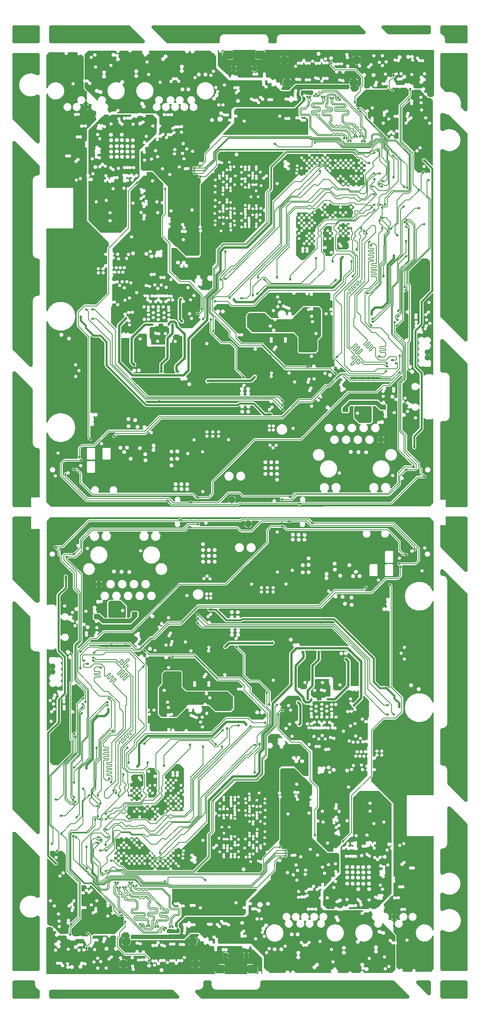
<source format=gbr>
*
%FSLAX45Y45*%
%MOMM*%
G04 A1 - rect2105.177x1929.917xr620.547x23 *
%AMA1l5s_lev.gbr*
22,1,2.105177,0.688822,-1.052588,-0.344410,0.0*
1,1,1.241095,-0.432040,0.344410*
1,1,1.241095,0.432040,0.344410*
20,1,1.241095,-0.432040,0.344410,0.432040,0.344410,0.0*
1,1,1.241095,-0.432040,-0.344410*
1,1,1.241095,0.432040,-0.344410*
20,1,1.241095,-0.432040,-0.344410,0.432040,-0.344410,0.0*
21,1,0.964945,0.964945,0.570110,0.482480,0.0*
21,1,0.964945,0.964945,0.570110,-0.482480,0.0*
%
G04 A2 - rect2105.177x1929.917xr620.547x14 *
%AMA2l5s_lev.gbr*
22,1,2.105177,0.688822,-1.052588,-0.344410,0.0*
1,1,1.241095,-0.432040,0.344410*
1,1,1.241095,0.432040,0.344410*
20,1,1.241095,-0.432040,0.344410,0.432040,0.344410,0.0*
1,1,1.241095,-0.432040,-0.344410*
1,1,1.241095,0.432040,-0.344410*
20,1,1.241095,-0.432040,-0.344410,0.432040,-0.344410,0.0*
21,1,0.964945,0.964945,-0.570110,0.482480,0.0*
21,1,0.964945,0.964945,-0.570110,-0.482480,0.0*
%
G04 A3 - rect2105.177x1929.917xr620.547x23 180 *
%AMA3l5s_lev.gbr*
22,1,2.105177,0.688822,-1.052588,-0.344410,0.0*
1,1,1.241095,0.432040,-0.344410*
1,1,1.241095,-0.432040,-0.344410*
20,1,1.241095,0.432040,-0.344410,-0.432040,-0.344410,0.0*
1,1,1.241095,0.432040,0.344410*
1,1,1.241095,-0.432040,0.344410*
20,1,1.241095,0.432040,0.344410,-0.432040,0.344410,0.0*
21,1,0.964945,0.964945,-0.570110,-0.482480,0.0*
21,1,0.964945,0.964945,-0.570110,0.482480,0.0*
%
G04 A4 - rect2105.177x1929.917xr620.547x14 180 *
%AMA4l5s_lev.gbr*
22,1,2.105177,0.688822,-1.052588,-0.344410,0.0*
1,1,1.241095,0.432040,-0.344410*
1,1,1.241095,-0.432040,-0.344410*
20,1,1.241095,0.432040,-0.344410,-0.432040,-0.344410,0.0*
1,1,1.241095,0.432040,0.344410*
1,1,1.241095,-0.432040,0.344410*
20,1,1.241095,0.432040,0.344410,-0.432040,0.344410,0.0*
21,1,0.964945,0.964945,0.570110,-0.482480,0.0*
21,1,0.964945,0.964945,0.570110,0.482480,0.0*
%
%ADD10C,3.332000*%
%ADD11C,0.173750*%
%ADD12C,0.502920*%
%ADD13C,0.500380*%
%ADD14C,0.639597*%
%ADD15C,0.538000*%
%ADD16C,1.046000*%
%ADD17C,1.300000*%
%ADD18C,0.411000*%
%ADD19C,0.140000*%
%ADD20C,0.137000*%
%ADD21A1l5s_lev.gbr*%
%ADD22A2l5s_lev.gbr*%
%ADD23C,0.640080*%
%ADD24O,1.226820X1.125220*%
%ADD25C,1.300480*%
%ADD26C,1.427480*%
%ADD27C,1.554480*%
%ADD28C,1.930400*%
%ADD29C,3.332480*%
%ADD30O,1.132840X1.282700*%
%ADD31C,0.120000*%
%ADD32C,0.665000*%
%ADD33A3l5s_lev.gbr*%
%ADD34A4l5s_lev.gbr*%
%IPPOS*%
%LNl5s_lev.gbr*%
%LPD*%
%SRX1Y1I0J0*%
G01*
G75*
G36*
X001661595Y006767828D02*
Y006677001D01*
G02X001649798Y006666702I-000010392J-000000002D01*
G03X001644877Y006667042I-000004986J-000036310D01*
G03X001608688Y006636467I-000000037J-000036660D01*
G02X001607360Y006633905I-000005846J000001407D01*
G01X001491830Y006518401D01*
G03X001483337Y006497880I000020539J-000020518D01*
G01Y005902173D01*
G02X001468174Y005892952I-000010387J000000002D01*
G03X001415216Y005866439I-000016805J-000032581D01*
G02X001413888Y005863879I-000005846J000001407D01*
G01X001412330Y005862320D01*
G02X001394587Y005869691I-000007353J000007341D01*
G01Y006287034D01*
G02X001407382Y006297155I000010396J000000005D01*
G03X001407380Y006368455I000008504J000035650D01*
G02X001394587Y006378577I-000002397J000010116D01*
G01Y006898158D01*
G02X001409459Y006907538I000010393J000000002D01*
G03X001471669Y006937431I000019081J000039969D01*
G02X001489110Y006942410I000010114J-000002393D01*
G01X001660112Y006771408D01*
G02X001661595Y006767828I-000004517J-000003968D01*
G37*
G36*
X002644416Y007791140D02*
G01X002674270Y007761309D01*
G02X002666899Y007743596I-000007371J-000007323D01*
G01X002016739D01*
G02X002013158Y007745078I000000388J000006000D01*
G01X001997735Y007760503D01*
G03X001977214Y007768996I-000020518J-000020539D01*
G01X001777697D01*
G02X001770325Y007786709I000000000J000010390D01*
G01X001774783Y007791146D01*
G02X001778354Y007792621I000003958J-000004526D01*
G01X002640837D01*
G02X002644416Y007791140I-000000388J-000006000D01*
G37*
G36*
X005158205Y010467901D02*
G03X005138124Y010412045I000067643J-000055856D01*
G03X005293490Y010467903I000087724J000000000D01*
G02X005292939Y010473985I000004883J000003508D01*
G02X005302153Y010479534I000009189J-000004834D01*
G01X005458360D01*
G02X005465730Y010461821I000000000J-000010390D01*
G01X005296583Y010292698D01*
G02X005293002Y010291216I-000003968J000004518D01*
G01X005074874D01*
G02X005071293Y010292698I000000388J000006000D01*
G01X005010149Y010353843D01*
G03X004989628Y010362336I-000020518J-000020539D01*
G01X004181958D01*
G02X004174218Y010379626I000000005J000010380D01*
G03X004128949Y010435996I-000027425J000024338D01*
G01X003927908D01*
G03X003907387Y010427503I-000000003J-000029032D01*
G01X003813223Y010333338D01*
G02X003809642Y010331856I-000003968J000004517D01*
G01X001807008D01*
G03X001786487Y010323363I-000000003J-000029032D01*
G01X001562950Y010099826D01*
G03X001554457Y010079305I000020539J-000020518D01*
G01Y009987712D01*
G02X001539872Y009978216I-000010386J000000003D01*
G03X001528281Y009908182I-000014798J-000033527D01*
G02X001536501Y009890496I000000871J-000010348D01*
G01X001437662Y009791633D01*
G02X001435169Y009790321I-000003968J000004517D01*
G01X001434781Y009790249D01*
G03X001420032Y009784079I000006435J-000036094D01*
G02X001417294Y009783216I-000003126J000005136D01*
G01X001236067D01*
G03X001215546Y009774723I-000000003J-000029032D01*
G01X001199730Y009758907D01*
G03X001191237Y009737574I000020533J-000020532D01*
G02X001173524Y009730202I-000010390J000000000D01*
G01X001146640Y009757110D01*
G02X001145159Y009760689I000004519J000003967D01*
G01Y009832011D01*
G03X001136666Y009852532I-000029032J000000003D01*
G01X001119171Y009870001D01*
G02X001126542Y009887714I000007371J000007323D01*
G01X001192328D01*
G03X001212849Y009896207I000000003J000029032D01*
G01X001771833Y010455192D01*
G02X001775413Y010456674I000003968J-000004517D01*
G01X003632325D01*
G02X003642525Y010448355I000000025J-000010383D01*
G02X003641439Y010443854I-000005937J-000000949D01*
G03X003627060Y010404425I000046871J-000039430D01*
G03X003732510Y010446827I000061250J000000000D01*
G02X003736624Y010456676I000004612J000003858D01*
G03X003753393Y010462257I-000000351J000029042D01*
G02X003759777Y010462257I000003192J-000005095D01*
G03X003776906Y010456674I000017121J000023462D01*
G01X004264074D01*
G02X004273721Y010442391I000000025J-000010384D01*
G03X004341594Y010442419I000033942J-000013824D01*
G02X004351253Y010456674I000009634J000003872D01*
G01X005063314D01*
G03X005083835Y010465167I000000003J000029032D01*
G01X005096718Y010478052D01*
G02X005100299Y010479534I000003968J-000004518D01*
G01X005149543D01*
G02X005158756Y010473986I000000025J-000010383D01*
G02X005158205Y010467901I-000005433J-000002575D01*
G37*
G36*
X000858088Y001787247D02*
G01X001079909D01*
X001079915D01*
G03X001079909Y001786611I000036645J-000000635D01*
G03X001153205Y001787247I000036651J000000000D01*
G01X001153211D01*
X001293103D01*
G02X001291449Y001774569I-000008953J-000005279D01*
G03X001325393Y001712788I000025763J-000026061D01*
G02X001337742Y001705396I000002325J-000010128D01*
G03X001351309Y001685583I000035360J000009660D01*
G02X001352505Y001669890I-000006175J-000008363D01*
G01X001351343Y001668730D01*
X001157859D01*
X001157853D01*
G03X001084557Y001669365I-000036645J000000635D01*
G03X001084563Y001668730I000036651J000000000D01*
G01X001084557D01*
X000980022D01*
X000970727Y001678025D01*
X000963078D01*
G02X000959485Y001679518I000000387J000006000D01*
G01X000955866Y001683156D01*
X000911838D01*
G02X000908258Y001684639I000000388J000006000D01*
G01X000859573Y001733299D01*
G02X000858088Y001736882I000004515J000003970D01*
G01Y001787247D01*
G37*
G36*
Y001785977D02*
Y001944320D01*
X001069317D01*
X001069323D01*
G03X001069317Y001943685I000036645J-000000635D01*
G03X001142613Y001944320I000036651J000000000D01*
G01X001142619D01*
X001519354D01*
Y001904445D01*
G02X001517872Y001900864I-000006000J000000388D01*
G01X001369501Y001752494D01*
G02X001367044Y001751190I-000003970J000004515D01*
G01X001364917Y001750781D01*
G02X001352578Y001758172I-000002316J000010130D01*
G03X001346928Y001769952I-000035337J-000009704D01*
G02X001348071Y001783414I000008442J000006063D01*
G03X001292592Y001788029I-000025763J000026069D01*
G02X001293739Y001785977I-000008443J-000006062D01*
G01X001293448D01*
X001153211D01*
X001153205D01*
G03X001079909Y001786611I-000036645J000000635D01*
G03X001079915Y001785977I000036651J000000000D01*
G01X001079909D01*
X000858088D01*
G37*
G36*
Y001943050D02*
Y002117040D01*
X000977877D01*
X000977883D01*
G03X000977877Y002116405I000036645J-000000635D01*
G03X001051173Y002117040I000036651J000000000D01*
G01X001051179D01*
X001297917D01*
X001297923D01*
G03X001371170Y002114502I000036646J-000000635D01*
G02X001384085Y002124031I000010366J-000000533D01*
G03X001388113Y002123254I000008951J000035554D01*
G02X001394129Y002105645I-000001351J-000010294D01*
G03X001386662Y002064895I000025990J-000025821D01*
G02X001382358Y002051656I-000009495J-000004232D01*
G03X001434087Y002034794I000018258J-000031766D01*
G02X001438379Y002048025I000009495J000004232D01*
G03X001425017Y002116135I-000018243J000031786D01*
G02X001419000Y002133744I000001350J000010294D01*
G03X001425369Y002176739I-000026015J000025823D01*
G02X001436017Y002191881I000009172J000004866D01*
G03X001477920Y002228797I000005250J000036280D01*
G01X001477925D01*
X001519354D01*
Y001943050D01*
X001142619D01*
X001142613D01*
G03X001069317Y001943685I-000036645J000000635D01*
G03X001069323Y001943050I000036651J000000000D01*
G01X001069317D01*
X000858088D01*
G37*
G36*
Y002115770D02*
Y002231340D01*
X000894057D01*
X000894063D01*
G03X000894057Y002230705I000036645J-000000635D01*
G03X000967353Y002231340I000036651J000000000D01*
G01X000967359D01*
X001404691D01*
X001404702D01*
X001404746D01*
G03X001408868Y002211011I000036520J-000003178D01*
G02X001398212Y002195870I-000009172J-000004866D01*
G03X001356386Y002161488I-000005220J-000036281D01*
G02X001343471Y002151959I-000010366J000000532D01*
G03X001297923Y002115770I-000008902J-000035554D01*
G01X001297917D01*
X001051179D01*
X001051173D01*
G03X000977877Y002116405I-000036645J000000635D01*
G03X000977883Y002115770I000036651J000000000D01*
G01X000977877D01*
X000858088D01*
G37*
G36*
Y002230070D02*
Y002767534D01*
X001100255D01*
X001100260D01*
G03X001100255Y002766899I000036645J-000000635D01*
G03X001173551Y002767534I000036651J000000000D01*
G01X001173556D01*
X001351040D01*
X001517872Y002600703D01*
G02X001519354Y002597122I-000004517J-000003968D01*
G01Y002227527D01*
X001477925D01*
X001477920D01*
G03X001404658Y002230070I-000036653J000000635D01*
G01X000967359D01*
X000967353D01*
G03X000894057Y002230705I-000036645J000000635D01*
G03X000894063Y002230070I000036651J000000000D01*
G01X000894057D01*
X000858088D01*
G37*
G36*
Y002766264D02*
Y002833320D01*
X001168377D01*
X001168383D01*
G03X001168377Y002832685I000036645J-000000635D01*
G03X001241673Y002833320I000036651J000000000D01*
G01X001241679D01*
X001285254D01*
X001352310Y002766264D01*
X001351675D01*
X001173556D01*
X001173551D01*
G03X001100255Y002766899I-000036645J000000635D01*
G03X001100260Y002766264I000036651J000000000D01*
G01X001100255D01*
X000858088D01*
G37*
G36*
Y002832050D02*
Y003142006D01*
G02X000875801Y003149377I000010390J000000000D01*
G01X001022244Y003002960D01*
G03X001083014Y003063729I000030413J000030356D01*
G01X000975619Y003171140D01*
X000976254D01*
X001015977D01*
X001015983D01*
G03X001015977Y003170505I000036645J-000000635D01*
G03X001089273Y003171140I000036651J000000000D01*
G01X001089279D01*
X001262815D01*
Y002883889D01*
G03X001264948Y002872880I000029013J-000000089D01*
G01Y002853626D01*
X001286524Y002832050D01*
X001285889D01*
X001241679D01*
X001241673D01*
G03X001168377Y002832685I-000036645J000000635D01*
G03X001168383Y002832050I000036651J000000000D01*
G01X001168377D01*
X000858088D01*
G37*
G36*
X001262815Y003169870D02*
X001089279D01*
X001089273D01*
G03X001015977Y003170505I-000036645J000000635D01*
G03X001015983Y003169870I000036651J000000000D01*
G01X001015977D01*
X000976888D01*
X000919312Y003227456D01*
G02X000917829Y003231036I000004517J000003968D01*
G01Y003303553D01*
G02X000923441Y003309165I000006000J-000000388D01*
G01X001018365D01*
G02X001028726Y003299311I-000000008J-000010383D01*
G03X001101520Y003295166I000036625J000001927D01*
G02X001102848Y003297725I000005845J-000001409D01*
G01X001112805Y003307683D01*
G02X001116385Y003309165I000003968J-000004518D01*
G01X001180692D01*
G02X001184272Y003307682I-000000388J-000006000D01*
G01X001261332Y003230623D01*
G02X001262815Y003227042I-000004517J-000003968D01*
G01Y003169870D01*
G37*
G36*
X000978752Y001670000D02*
X000979387D01*
X001084557D01*
X001084563D01*
G03X001084557Y001669365I000036645J-000000635D01*
G03X001157853Y001670000I000036651J000000000D01*
G01X001157859D01*
X001351979D01*
X001352613D01*
G02X001352505Y001669890I-000007480J000007219D01*
G01X001334350Y001651761D01*
G03X001325857Y001631240I000020539J-000020518D01*
G01Y001513534D01*
G02X001324897Y001510642I-000006000J000000387D01*
G01X001324444Y001510036D01*
G02X001315195Y001509429I-000004868J000003399D01*
G03X001267006Y001507305I-000023198J-000021422D01*
G02X001262904Y001505305I-000004489J000003999D01*
G01X001145544D01*
G02X001141964Y001506788I000000388J000006000D01*
G01X001052648Y001596104D01*
G02X001051158Y001599814I000004517J000003968D01*
G01X001051179Y001600785D01*
G03X001018603Y001632388I-000031595J000000023D01*
G02X001014874Y001633878I000000239J000006008D01*
G01X000978752Y001670000D01*
G37*
G36*
X001602765Y001899006D02*
X002139089D01*
X002139095D01*
G03X002139089Y001898372I000036645J-000000635D01*
G03X002212385Y001899006I000036651J000000000D01*
G01X002212390D01*
X002388046D01*
X002391439Y001895614D01*
G03X002411960Y001887121I000020519J000020539D01*
G01X002458946D01*
G02X002461687Y001886255I-000000389J-000006000D01*
G03X002505929Y001887603I000021229J000029923D01*
G02X002513330Y001887185I000003433J-000004936D01*
G01X002528385Y001872129D01*
G02X002529868Y001868549I-000004517J-000003968D01*
G01Y001811573D01*
G02X002528332Y001807933I-000006000J000000388D01*
G03X002522655Y001762165I000025461J-000026395D01*
G01Y001706808D01*
G02X002521172Y001703227I-000006000J000000388D01*
G01X002324732Y001506788D01*
G02X002321152Y001505305I-000003968J000004517D01*
G01X001868588D01*
X001860993Y001497736D01*
X001860589D01*
X001837798Y001474923D01*
G02X001829861Y001474922I-000003969J000004516D01*
G01X001829460Y001475323D01*
X001776377Y001528506D01*
G02X001775053Y001531063I000004522J000003962D01*
G03X001732783Y001488800I-000036200J-000006064D01*
G02X001735349Y001487468I-000001406J-000005846D01*
G01X001748032Y001474761D01*
G02X001740689Y001457045I-000007347J-000007334D01*
G01X001684691D01*
G03X001645709Y001457045I-000019491J-000031012D01*
G01X001614837D01*
G02X001610293Y001459604I000000387J000006000D01*
G03X001547387Y001459604I-000031453J-000018839D01*
G02X001542843Y001457045I-000004931J000003441D01*
G01X001442724D01*
G02X001439144Y001458528I000000388J000006000D01*
G01X001392367Y001505305D01*
X001390474D01*
G02X001385922Y001507877I000000388J000006000D01*
G03X001384725Y001509756I-000031509J-000018749D01*
G02X001383919Y001512398I000005194J000003030D01*
G01Y001617114D01*
G02X001385402Y001620695I000006000J-000000388D01*
G01X001594296Y001829589D01*
G03X001602765Y001850110I-000020563J000020495D01*
G01Y001899006D01*
G37*
G36*
Y001968554D02*
Y002035225D01*
G02X001615344Y002045401I000010399J000000009D01*
G03X001646666Y002053349I000007575J000035839D01*
G02X001660127Y002053336I000006723J-000007937D01*
G03X001660112Y002109154I000023743J000027915D01*
G02X001646651Y002109167I-000006723J000007937D01*
G03X001615321Y002117097I-000023728J-000027894D01*
G02X001602765Y002127278I-000002157J000010173D01*
G01Y002140230D01*
X001782143D01*
X001782148D01*
G03X001782143Y002139595I000036645J-000000635D01*
G03X001855439Y002140230I000036651J000000000D01*
G01X001855444D01*
X002149577D01*
X002150093D01*
G03X002206182Y002140569I000028187J-000023420D01*
G02X002206760Y002154718I000007939J000006762D01*
G02X002222183Y002155522I000008073J-000006537D01*
G01X002274792Y002102914D01*
G02X002276275Y002099333I-000004517J-000003968D01*
G01Y002022830D01*
G03X002279300Y002009896I000029008J-000000035D01*
G02X002278527Y001999327I-000009297J-000004633D01*
G01X001952095D01*
X001952089D01*
G03X001943356Y002023713I-000036642J000000635D01*
G02X001943343Y002037174I000007924J000006738D01*
G03X001887525Y002037189I-000027902J000023758D01*
G02X001887525Y002023713I-000007924J-000006738D01*
G03X001880839Y002012074I000027893J-000023762D01*
G02X001869230Y002005276I-000009796J000003418D01*
G03X001826169Y001968554I-000006413J-000036088D01*
G01X001826164D01*
X001602765D01*
G37*
G36*
Y001897737D02*
Y001969824D01*
X001826164D01*
X001826169D01*
G03X001897407Y001957065I000036648J-000000635D01*
G02X001909023Y001963882I000009802J-000003399D01*
G03X001952089Y002000597I000006425J000036080D01*
G01X001952095D01*
X002278935D01*
X002279283D01*
G02X002272967Y001995308I-000009280J000004667D01*
G03X002318013Y001948018I000010467J-000035128D01*
G02X002335145Y001951908I000009790J-000003446D01*
G01X002389316Y001897737D01*
X002388681D01*
X002212390D01*
X002212385D01*
G03X002139089Y001898372I-000036645J000000635D01*
G03X002139095Y001897737I000036651J000000000D01*
G01X002139089D01*
X001602765D01*
G37*
G36*
Y002138960D02*
Y002231747D01*
X001901294D01*
X001901300D01*
G03X001901294Y002231111I000036645J-000000635D01*
G03X001974590Y002231747I000036651J000000000D01*
G01X001974596D01*
X002145959D01*
X002156030Y002221675D01*
G02X002155212Y002206241I-000007341J-000007349D01*
G03X002150378Y002154014I000023043J-000028470D01*
G02X002150365Y002140553I-000007937J-000006723D01*
G03X002149085Y002138960I000027916J-000023742D01*
G01X001855444D01*
X001855439D01*
G03X001782143Y002139595I-000036645J000000635D01*
G03X001782148Y002138960I000036651J000000000D01*
G01X001782143D01*
X001602765D01*
G37*
G36*
Y002230477D02*
Y002365757D01*
G02X001620077Y002373502I000010389J-000000001D01*
G03X001620072Y002428265I000024370J000027384D01*
G02X001602765Y002436013I-000006919J000007749D01*
G01Y002457379D01*
X001676441D01*
X001676446D01*
G03X001720004Y002420772I000036628J-000000635D01*
G02X001732329Y002411266I000001958J-000010204D01*
G03X001805534Y002412573I000036573J000002317D01*
G02X001816309Y002422678I000010391J-000000282D01*
G03X001854249Y002459938I000001299J000036624D01*
G01X001854255D01*
X001917768D01*
X002147229Y002230477D01*
X002146594D01*
X001974596D01*
X001974590D01*
G03X001901294Y002231111I-000036645J000000635D01*
G03X001901300Y002230477I000036651J000000000D01*
G01X001901294D01*
X001602765D01*
G37*
G36*
Y002456109D02*
Y002561873D01*
G02X001608378Y002567485I000006000J-000000388D01*
G01X001692936D01*
G02X001703118Y002554989I000000003J-000010393D01*
G03X001789839Y002555000I000043362J-000008923D01*
G02X001800024Y002567485I000010181J000002091D01*
G01X001808123D01*
G02X001811703Y002566002I-000000388J-000006000D01*
G01X001919037Y002458668D01*
X001918402D01*
X001854255D01*
X001854249D01*
G03X001780974Y002460319I-000036642J000000635D01*
G02X001770199Y002450211I-000010391J000000281D01*
G03X001768906Y002450236I-000001334J-000036627D01*
G03X001761958Y002449578I-000000036J-000036652D01*
G02X001749633Y002459083I-000001958J000010204D01*
G03X001676446Y002456109I-000036559J-000002339D01*
G01X001676441D01*
X001602765D01*
G37*
G36*
X005099331Y002078940D02*
G03X005157503Y002047920I000036625J-000001371D01*
G02X005174008Y002039489I000006115J-000008401D01*
G01Y001955321D01*
G02X005172525Y001951741I-000006000J000000388D01*
G01X005128892Y001908108D01*
G02X005125312Y001906625I-000003968J000004517D01*
G01X003862489D01*
X003698268Y001742404D01*
Y001649666D01*
X003732345Y001615589D01*
G02X003733828Y001612009I-000004517J-000003968D01*
G01Y001533681D01*
G02X003732345Y001530101I-000006000J000000388D01*
G01X003726812Y001524568D01*
G02X003723232Y001523085I-000003968J000004517D01*
G01X003482344D01*
G02X003478764Y001524568I000000388J000006000D01*
G01X003460531Y001542801D01*
G02X003459048Y001546381I000004517J000003968D01*
G01Y001591689D01*
G02X003460531Y001595269I000006000J-000000388D01*
G01X003483844Y001618582D01*
G02X003487424Y001620065I000003968J-000004517D01*
G01X003540352D01*
G02X003543932Y001618583I-000000388J-000006000D01*
G01X003552609Y001609905D01*
X003597087D01*
X003600591Y001613409D01*
G02X003617009Y001611154I000007355J-000007341D01*
G03X003643643Y001665391I000031936J000017975D01*
G02X003631768Y001675693I-000001491J000010278D01*
G01Y001739009D01*
G02X003633251Y001742589I000006000J-000000388D01*
G01X003781628Y001890966D01*
Y002054824D01*
X003769188Y002067264D01*
G02X003767099Y002078940I000007363J000007342D01*
G01X004152877D01*
X004152883D01*
G03X004152877Y002078305I000036645J-000000635D01*
G03X004226173Y002078940I000036651J000000000D01*
G01X004226179D01*
X005099313D01*
X005099331D01*
G37*
G36*
X005174008Y002184350D02*
X004996942D01*
X004996936D01*
G03X004923640Y002184985I-000036645J000000635D01*
G03X004923646Y002184350I000036651J000000000D01*
G01X004923640D01*
X003737377D01*
G03X003681723Y002194193I-000031890J-000018050D01*
G02X003668262Y002194206I-000006723J000007937D01*
G03X003668278Y002138388I-000023743J-000027915D01*
G02X003681738Y002138375I000006723J-000007937D01*
G03X003707952Y002129713I000023753J000027886D01*
G02X003719017Y002118788I000000699J-000010358D01*
G03X003718969Y002116731I000036603J-000001892D01*
G03X003720604Y002105951I000036652J000000045D01*
G02X003710658Y002092502I-000009922J-000003065D01*
G01X003634287D01*
G02X003630707Y002093985I000000388J000006000D01*
G01X003566185Y002158506D01*
Y002229686D01*
G02X003567668Y002233266I000006000J-000000388D01*
G01X003573348Y002238946D01*
Y002468844D01*
X003571213Y002470979D01*
G02X003578556Y002488694I000007347J000007334D01*
G01X005412640D01*
G02X005419983Y002470979I-000000005J-000010381D01*
G01X005174008Y002225004D01*
Y002184350D01*
G37*
G36*
X003736624Y002185620D02*
X003737009D01*
X004923640D01*
X004923646D01*
G03X004923640Y002184985I000036645J-000000635D01*
G03X004996936Y002185620I000036651J000000000D01*
G01X004996942D01*
X005174008D01*
Y002128879D01*
X004089321D01*
G03X004052673Y002166162I-000036644J000000634D01*
G03X004028931Y002157427I-000000002J-000036626D01*
G02X004015470Y002157414I-000006738J000007924D01*
G03X003955070Y002128876I-000023758J-000027902D01*
G01X003955065D01*
X003851158D01*
G03X003792822Y002144638I-000034577J-000012141D01*
G02X003779362Y002144651I-000006723J000007937D01*
G03X003753148Y002153313I-000023753J-000027886D01*
G02X003742083Y002164238I-000000699J000010358D01*
G03X003742131Y002166297I-000036603J000001892D01*
G03X003736624Y002185620I-000036644J000000003D01*
G37*
G36*
X004152883Y002077670D02*
G01X004152877D01*
X003766843D01*
X003766823D01*
X003766614D01*
G02X003771936Y002083924I000009937J-000003064D01*
G03X003779363Y002088820I-000016309J000032816D01*
G02X003792838Y002088820I000006737J-000007925D01*
G03X003850685Y002130146I000023743J000027915D01*
G01X003850916D01*
X003850941D01*
X003955065D01*
X003955070D01*
G03X004015455Y002101596I000036642J-000000635D01*
G02X004028916Y002101609I000006738J-000007924D01*
G03X004089321Y002130149I000023761J000027903D01*
G01X005174008D01*
Y002115647D01*
G02X005157504Y002107216I-000010390J-000000030D01*
G03X005099305Y002077670I-000021547J-000029648D01*
G01X004226179D01*
X004226173D01*
G03X004152877Y002078305I-000036645J000000635D01*
G03X004152883Y002077670I000036651J000000000D01*
G37*
G36*
X005529557Y002912416D02*
G01Y002902691D01*
G02X005528075Y002899110I-000006000J000000388D01*
G01X005476923Y002847959D01*
G02X005473343Y002846476I-000003968J000004517D01*
G01X004114547D01*
G02X004107176Y002864189I000000000J000010390D01*
G01X004155407Y002912416D01*
X005082898D01*
X005082903D01*
G03X005082898Y002911780I000044266J-000000631D01*
G03X005171435Y002912416I000044271J000000000D01*
G01X005171440D01*
X005529557D01*
G37*
G36*
X004154137Y002911145D02*
X004322706Y003079700D01*
X005249522D01*
X005249529D01*
G03X005249522Y003079065I000031564J-000000641D01*
G03X005312657Y003079700I000031571J000000000D01*
G01X005312664D01*
X005418255D01*
G03X005459045Y003062880I000029005J000012470D01*
G02X005466693Y003059754I000002212J-000005508D01*
G03X005515029Y003040925I000033577J000014737D01*
G02X005529557Y003031389I000004136J-000009534D01*
G01Y002911145D01*
X005171440D01*
X005171435D01*
G03X005082898Y002911780I-000044266J000000635D01*
G03X005082903Y002911145I000044271J-000000004D01*
G01X005082898D01*
X004154772D01*
X004154137D01*
G37*
G36*
X004321436Y003078430D02*
X004405646Y003162633D01*
G03X004413794Y003178687I-000020539J000020518D01*
G01X004664205D01*
X004664211D01*
G03X004664205Y003178049I000031540J-000000640D01*
G03X004727344Y003178277I000031570J-000000002D01*
G01X004727351D01*
X004821812D01*
X004821818D01*
G03X004884953Y003177643I000031564J-000000635D01*
G03X004884861Y003180060I-000031546J000000000D01*
G01X004884900D01*
X004884906D01*
X004904844D01*
X004904851D01*
G03X004904844Y003179421I000031566J-000000640D01*
G03X004967922Y003177439I000031570J-000000002D01*
G01X004989731D01*
X004989738D01*
G03X004989731Y003176804I000031564J-000000641D01*
G03X005052866Y003177439I000031571J000000000D01*
G01X005052872D01*
X005150126D01*
X005150132D01*
Y003177363D01*
G03X005213272Y003177622I000031571J000000000D01*
G01X005213279D01*
X005226757D01*
X005226763D01*
G03X005276955Y003202467I000031560J-000000635D01*
G02X005277221Y003219443I000006119J000008394D01*
G03X005290977Y003245867I-000017808J000026063D01*
G01X005290984D01*
X005303700D01*
X005303707D01*
G03X005303700Y003245232I000031564J-000000641D01*
G03X005366836Y003245867I000031571J000000000D01*
G01X005366842D01*
X005606478D01*
X005607113D01*
X005538050Y003176827D01*
G03X005529557Y003156307I000020539J-000020518D01*
G01Y003117546D01*
G02X005515008Y003108019I-000010392J-000000002D01*
G03X005482290Y003106411I-000014749J-000033552D01*
G02X005474272Y003108515I-000002929J000005167D01*
G03X005418834Y003078430I-000027013J-000016344D01*
G01X005418537D01*
X005418535D01*
X005312664D01*
X005312657D01*
G03X005249522Y003079065I-000031564J000000635D01*
G03X005249529Y003078430I000031571J000000006D01*
G01X005249522D01*
X004322070D01*
X004321436D01*
G37*
G36*
X004664211Y003177417D02*
X004664205D01*
X004413700D01*
X004413675D01*
X004413567D01*
G03X004414139Y003183154I-000028460J000005734D01*
G01Y003293365D01*
X004576956D01*
X004576962D01*
G03X004576956Y003292730I000031564J-000000641D01*
G03X004640091Y003293365I000031571J000000000D01*
G01X004640097D01*
X004747663D01*
G03X004805896Y003299664I000027850J000014859D01*
G01X004985464D01*
X004985470D01*
G03X004985464Y003299029I000031564J-000000641D01*
G03X005048599Y003299664I000031571J000000000D01*
G01X005048605D01*
X005384003D01*
G03X005434178Y003329393I000031262J000004445D01*
G02X005434384Y003346188I000006224J000008322D01*
G03X005447808Y003372664I-000018146J000025842D01*
G01X005447815D01*
X005467738D01*
X005467763D01*
X005467806D01*
G03X005467658Y003369591I000031419J-000003058D01*
G03X005530793Y003370230I000031571J000000005D01*
G01X005530799D01*
X005711540D01*
X005712175D01*
X005657814Y003315870D01*
G02X005651212Y003314979I-000003970J000004515D01*
G01X005650891Y003315162D01*
G03X005612591Y003265765I-000015651J-000027411D01*
G02X005612463Y003251215I-000007470J-000007210D01*
G01X005605843Y003244597D01*
X005366842D01*
X005366836D01*
G03X005303700Y003245232I-000031564J000000635D01*
G03X005303702Y003244871I000031571J-000000005D01*
G01X005303696D01*
X005290980D01*
X005290973D01*
G03X005228279Y003240306I-000031560J000000635D01*
G01X005228179D01*
X004969466D01*
X004969460D01*
G03X004906359Y003242517I-000031567J000000635D01*
G01X004886965D01*
X004886958D01*
G03X004824673Y003235886I-000031563J000000635D01*
G01X004824530D01*
X004728613D01*
X004728606D01*
G03X004673937Y003215012I-000031562J000000635D01*
G02X004673611Y003200524I-000007601J-000007076D01*
G03X004664205Y003178049I000022141J-000022472D01*
G03X004664211Y003177417I000031570J-000000004D01*
G37*
G36*
X004414139Y003292095D02*
G01Y003377306D01*
X004440371D01*
X004440377D01*
G03X004513338Y003381313I000036625J-000000635D01*
G02X004526788Y003392533I000010297J000001328D01*
G03X004574549Y003428070I000011133J000034902D01*
G01X004574555D01*
X004664660D01*
G03X004673653Y003412374I000030740J000007189D01*
G02X004673908Y003397519I-000007138J-000007553D01*
G03X004727968Y003376007I000022497J-000022147D01*
G01X004727975D01*
X004744574D01*
X004744662D01*
G03X004744316Y003371343I000031201J-000004660D01*
G03X004754937Y003347726I000031570J000000000D01*
G02X004754846Y003332083I-000006889J-000007782D01*
G03X004743954Y003307589I000020667J-000023859D01*
G01X004743948D01*
X004636382D01*
G03X004576956Y003292730I-000027856J-000014859D01*
G03X004576962Y003292095I000031571J000000006D01*
G01X004576956D01*
X004414139D01*
G37*
G36*
Y003376036D02*
Y003502989D01*
X004905208D01*
X004905214D01*
G03X004918972Y003476290I000031551J-000000635D01*
G02X004919387Y003459402I-000005850J-000008593D01*
G03X004907162Y003429987I000019054J-000025167D01*
G01X004907082D01*
X004807983D01*
X004807977D01*
G03X004753854Y003408552I-000031557J000000635D01*
G02X004753750Y003393846I-000007406J-000007301D01*
G03X004744499Y003374737I000022113J-000022499D01*
G01X004727975D01*
X004727968D01*
G03X004718152Y003398256I-000031563J000000635D01*
G02X004717893Y003413108I000007138J000007553D01*
G03X004663837Y003434624I-000022494J000022151D01*
G01X004663830D01*
X004573842D01*
G03X004501582Y003422789I-000035922J-000007189D01*
G02X004488132Y003411569I-000010297J-000001328D01*
G03X004476981Y003413302I-000011136J-000034917D01*
G03X004440377Y003376036I000000021J-000036631D01*
G01X004440371D01*
X004414139D01*
G37*
G36*
Y003501719D02*
Y003586887D01*
X004560954D01*
X004560960D01*
G03X004560954Y003586252I000031564J-000000641D01*
G03X004618820Y003568781I000031571J000000000D01*
G01X004669916D01*
X004669923D01*
G03X004728252Y003551372I000031573J-000000635D01*
G02X004746134Y003550913I000008806J-000005506D01*
G03X004773754Y003534666I000027618J000015350D01*
G03X004805305Y003566872I-000000013J000031571D01*
G01X004805312D01*
X004822703D01*
G03X004885283Y003561335I000031568J000000381D01*
G01X004983788D01*
X004983794D01*
G03X004983788Y003560700I000031564J-000000641D01*
G03X005046922Y003561335I000031571J000000000D01*
G01X005046929D01*
X005136512D01*
G03X005198576Y003565250I000030687J000007417D01*
G01X005306470D01*
X005306476D01*
G03X005356622Y003590138I000031565J-000000635D01*
G02X005356673Y003606978I000006106J000008402D01*
G03X005369810Y003631290I-000018405J000025651D01*
G01X005385218D01*
X005385225D01*
G03X005427399Y003600934I000031555J-000000635D01*
G01X005555389D01*
X005555395D01*
G03X005555389Y003600298I000031564J-000000641D01*
G03X005618524Y003600934I000031571J000000000D01*
G01X005618530D01*
X005902988D01*
Y003563141D01*
G02X005901505Y003559561I-000006000J000000388D01*
G01X005848517Y003506573D01*
X005445328D01*
X005445321D01*
G03X005382187Y003507208I-000031564J000000635D01*
G03X005382193Y003506573I000031571J000000006D01*
G01X005382187D01*
X005285196D01*
G03X005231903Y003474364I-000029350J-000011632D01*
G02X005231272Y003460142I-000007884J-000006775D01*
G03X005221790Y003440577I000021932J-000022709D01*
G01X005044565D01*
X005044558D01*
G03X004983607Y003452758I-000031566J000000635D01*
G02X004965148Y003451029I-000009667J000003802D01*
G03X004956220Y003460299I-000026721J-000016801D01*
G02X004955782Y003477170I000005850J000008593D01*
G03X004905214Y003501719I-000019017J000025184D01*
G01X004905208D01*
X004414139D01*
G37*
G36*
Y003585617D02*
Y003628312D01*
G02X004415622Y003631892I000006000J-000000388D01*
G01X004484028Y003700298D01*
X004668548D01*
X004668555D01*
G03X004668548Y003699663I000031564J-000000641D01*
G03X004731683Y003700298I000031571J000000000D01*
G01X004731689D01*
X005224776D01*
G03X005239159Y003675269I000031526J000001470D01*
G02X005239634Y003658141I-000005640J-000008727D01*
G03X005226687Y003632658I000018600J-000025480D01*
G03X005227839Y003624200I000031571J-000000009D01*
G01X005227676D01*
X005227664D01*
X004967478D01*
X004967471D01*
G03X004904613Y003629005I-000031564J000000635D01*
G01X004890930D01*
X004890924D01*
G03X004836486Y003607886I-000031562J000000635D01*
G02X004835211Y003592421I-000007539J-000007163D01*
G03X004822707Y003566618I000019061J-000025168D01*
G01X004822701D01*
X004805309D01*
G03X004746992Y003583007I-000031568J-000000381D01*
G02X004729110Y003583466I-000008806J000005506D01*
G03X004675190Y003585617I-000027614J-000015320D01*
G01X004624095D01*
X004624089D01*
G03X004560954Y003586252I-000031564J000000635D01*
G03X004560960Y003585617I000031571J000000006D01*
G01X004560954D01*
X004414139D01*
G37*
G36*
X004482758Y003699028D02*
X004487348Y003703618D01*
G03X004495632Y003720766I-000020554J000020505D01*
G01X004495673Y003721123D01*
G02X004497071Y003724009I000005915J-000001082D01*
G01X004510608Y003737546D01*
Y003779140D01*
X005392753D01*
X005392759D01*
G03X005392753Y003778505I000031564J-000000641D01*
G03X005455888Y003779140I000031571J000000000D01*
G01X005455894D01*
X005902988D01*
Y003729635D01*
X005623610D01*
X005623604D01*
G03X005560469Y003730270I-000031564J000000635D01*
G03X005560476Y003729635I000031571J000000006D01*
G01X005560469D01*
X005271118D01*
G03X005224748Y003701133I-000014815J-000027867D01*
G01X005224742D01*
X004731655D01*
G03X004668548Y003699663I-000031537J-000001470D01*
G03X004668555Y003699028I000031571J000000006D01*
G01X004668548D01*
X004483393D01*
X004482758D01*
G37*
G36*
X004510608Y004220516D02*
X004580029D01*
X004580036D01*
G03X004580029Y004219881I000031564J-000000641D01*
G03X004643164Y004219244I000031571J000000000D01*
G01X004659820D01*
X004659826D01*
G03X004722952Y004218611I000031560J-000000635D01*
G03X004722679Y004222751I-000031546J-000000001D01*
G01X004722757D01*
X004744748D01*
X004744755D01*
G03X004744748Y004222116I000031564J-000000641D01*
G03X004807745Y004219093I000031571J000000000D01*
G01X004899079D01*
X004899085D01*
G03X004899079Y004218458I000031563J-000000640D01*
G03X004912366Y004192732I000031546J-000000001D01*
G02X004914264Y004177504I-000006000J-000008480D01*
G03X004916236Y004134408I000024006J-000020495D01*
G02X004915727Y004119023I-000007227J-000007462D01*
G03X004907272Y004082145I000020408J-000024087D01*
G01X004906999D01*
X004887016D01*
X004887010D01*
G03X004824606Y004089502I-000031561J000000635D01*
G01X004803673D01*
X004803667D01*
G03X004740532Y004090137I-000031564J000000635D01*
G03X004740538Y004089502I000031571J000000006D01*
G01X004740532D01*
X004723840D01*
G03X004660695Y004088332I-000031574J-000000536D01*
G01X004660688D01*
X004627536D01*
G03X004565272Y004080942I-000030694J-000007389D01*
G03X004565278Y004080308I000031571J000000006D01*
G01X004565272D01*
X004510620D01*
X004510608D01*
Y004080841D01*
G02X004516348Y004086785I000005946J000000002D01*
G03X004516343Y004160038I-000001269J000036626D01*
G02X004510608Y004165982I000000211J000005942D01*
G01Y004220516D01*
G37*
G36*
Y003950082D02*
Y004080841D01*
G02X004510654Y004081577I000005946J000000001D01*
G01X004565272D01*
X004565278D01*
G03X004565272Y004080942I000031564J-000000641D01*
G03X004628407Y004081577I000031571J000000000D01*
G01X004628413D01*
X004661565D01*
G03X004674824Y004062643I000030702J000007389D01*
G02X004675904Y004046128I-000005720J-000008667D01*
G03X004665018Y004022269I000020708J-000023862D01*
G03X004728153Y004022917I000031571J000000014D01*
G01X004728159D01*
X004822195D01*
G03X004884458Y004015690I000031570J000000161D01*
G01X004904209D01*
X004904216D01*
G03X004904209Y004015055I000031564J-000000641D01*
G03X004967344Y004015690I000031571J000000000D01*
G01X004967351D01*
X005385622D01*
G03X005448341Y004021429I000031155J000005104D01*
G01X005448347D01*
X005568204D01*
G03X005623604Y004042766I000023835J000020702D01*
G01X005623610D01*
X005902988D01*
Y003951453D01*
X005526024D01*
X005526017D01*
G03X005462882Y003952089I-000031564J000000635D01*
G03X005462889Y003951453I000031571J000000006D01*
G01X005462882D01*
X005366884D01*
G03X005303779Y003950082I-000031551J-000000755D01*
G01X005303773D01*
X005303773D01*
X005288077D01*
X005288070D01*
G03X005224935Y003950717I-000031564J000000635D01*
G03X005224942Y003950082I000031571J000000006D01*
G01X005224935D01*
X004510608D01*
G37*
G36*
Y003777870D02*
Y003829482D01*
X004624352D01*
X004624359D01*
G03X004624352Y003828848I000031564J-000000641D01*
G03X004687487Y003829482I000031571J000000000D01*
G01X004687493D01*
X004783229D01*
X004783236D01*
G03X004783229Y003828848I000031564J-000000641D01*
G03X004846364Y003829482I000031571J000000000D01*
G01X004846371D01*
X005902988D01*
Y003777870D01*
X005455894D01*
X005455888D01*
G03X005392753Y003778505I-000031564J000000635D01*
G03X005392759Y003777870I000031571J000000006D01*
G01X005392753D01*
X004510608D01*
G37*
G36*
Y003828213D02*
Y003889623D01*
X005301034D01*
X005301040D01*
G03X005359455Y003905556I000031553J-000000635D01*
G01X005359828D01*
X005359845D01*
X005555389D01*
X005555395D01*
G03X005555389Y003904921I000031564J-000000641D01*
G03X005618524Y003905556I000031571J000000000D01*
G01X005618530D01*
X005902988D01*
Y003828213D01*
X004846371D01*
X004846364D01*
G03X004783229Y003828848I-000031564J000000635D01*
G03X004783236Y003828213I000031571J000000006D01*
G01X004783229D01*
X004687493D01*
X004687487D01*
G03X004624352Y003828848I-000031564J000000635D01*
G03X004624359Y003828213I000031571J000000006D01*
G01X004624352D01*
X004510608D01*
G37*
G36*
Y003888353D02*
Y003951352D01*
X005224935D01*
X005224942D01*
G03X005224935Y003950717I000031564J-000000641D01*
G03X005288070Y003951352I000031571J000000000D01*
G01X005288077D01*
X005303773D01*
X005303773D01*
X005303780D01*
G03X005312951Y003928448I000031553J-000000653D01*
G02X005312283Y003913144I-000007347J-000007346D01*
G03X005301040Y003888353I000020310J-000024156D01*
G01X005301034D01*
X004510608D01*
G37*
G36*
Y004219246D02*
Y004345027D01*
X004582823D01*
X004582830D01*
G03X004582823Y004344392I000031564J-000000641D01*
G03X004645958Y004345027I000031571J000000000D01*
G01X004645965D01*
X004822141D01*
G03X004832509Y004327400I000030937J000006335D01*
G02X004833168Y004312226I-000006762J-000007895D01*
G03X004826697Y004277640I000022529J-000022114D01*
G01X004826439D01*
X004826425D01*
X004725202D01*
X004725196D01*
G03X004670630Y004256671I-000031556J000000635D01*
G02X004670082Y004241902I-000007570J-000007114D01*
G03X004659826Y004219246I000021304J-000023293D01*
G01X004643170D01*
X004643164D01*
G03X004580029Y004219881I-000031564J000000635D01*
G03X004580036Y004219246I000031571J000000006D01*
G01X004580029D01*
X004510608D01*
G37*
G36*
Y004343757D02*
Y004357749D01*
G02X004512091Y004361329I000006000J-000000388D01*
G01X004564698Y004413937D01*
X004662300D01*
X004662306D01*
G03X004662300Y004413302I000031563J-000000640D01*
G03X004714409Y004437283I000031571J000000004D01*
G02X004715654Y004453968I000006766J000007884D01*
G03X004730482Y004481371I-000016734J000026768D01*
G01X004730488D01*
X004823394D01*
X004823406D01*
X004823447D01*
G03X004834635Y004454533I000031460J-000002636D01*
G02X004834425Y004438414I-000006653J-000007974D01*
G03X004822472Y004413682I000019616J-000024735D01*
G03X004832530Y004390553I000031570J-000000022D01*
G02X004832297Y004375139I-000007063J-000007602D01*
G03X004821505Y004350726I000020781J-000023778D01*
G01X004821499D01*
X004645323D01*
G03X004582823Y004344392I-000030929J-000006335D01*
G03X004582830Y004343757I000031571J000000006D01*
G01X004582823D01*
X004510608D01*
G37*
G36*
X004563428Y004412667D02*
X004705135Y004554373D01*
X005218687D01*
X005218693D01*
G03X005218687Y004553738I000031564J-000000641D01*
G03X005281822Y004554373I000031571J000000000D01*
G01X005281828D01*
X005437949D01*
G03X005495283Y004573246I000025771J000018237D01*
G01X005495290D01*
X005870698D01*
X005870793D01*
G03X005898434Y004531880I000036182J-000005741D01*
G01X005898795Y004531791D01*
G02X005902988Y004526444I-000001807J-000005734D01*
G01Y004522222D01*
G02X005900428Y004517678I-000006000J000000388D01*
G03X005884508Y004474564I000018840J-000031453D01*
G01X005884302D01*
X005288125D01*
X005288119D01*
G03X005226221Y004483914I-000031560J000000635D01*
G01X005046929D01*
X005046922D01*
G03X004983788Y004484549I-000031564J000000635D01*
G03X004983794Y004483914I000031571J000000006D01*
G01X004983788D01*
X004969539D01*
G03X004918295Y004454387I-000031143J-000005182D01*
G02X004917950Y004438072I-000006594J-000008022D01*
G03X004905333Y004412184I000018947J-000025253D01*
G01X004905327D01*
X004885609D01*
X004885586D01*
G03X004874314Y004437882I-000031542J000001486D01*
G02X004874525Y004454001I000006652J000007974D01*
G03X004823366Y004480101I-000019618J000024734D01*
G01X004730488D01*
X004730482D01*
G03X004678387Y004456757I-000031562J000000635D01*
G02X004677142Y004440072I-000006766J-000007884D01*
G03X004662300Y004413302I000016728J-000026774D01*
G03X004662306Y004412667I000031571J000000006D01*
G01X004662300D01*
X004564063D01*
X004563428D01*
G37*
G36*
X004664984Y003426800D02*
X004664826D01*
X004664804D01*
X004574555D01*
X004574549D01*
G03X004573565Y003435894I-000036629J000000635D01*
G01X004573709D01*
X004663830D01*
X004663837D01*
G03X004664984Y003426800I000031563J-000000635D01*
G37*
G36*
X004669923Y003567511D02*
G01X004669916D01*
X004618398D01*
X004618376D01*
X004617931D01*
G03X004624089Y003586887I-000025406J000018741D01*
G01X004624095D01*
X004675622D01*
X004676079D01*
G03X004669923Y003567511I000025417J-000018741D01*
G37*
G36*
X004627203Y004089602D02*
G01X004627364D01*
X004627389D01*
X004660688D01*
X004660695D01*
G03X004661898Y004080308I000031572J-000000635D01*
G01X004661734D01*
X004661716D01*
X004628413D01*
X004628407D01*
G03X004627203Y004089602I-000031564J000000636D01*
G37*
G36*
X004635666Y003308859D02*
G01X004636027D01*
X004636041D01*
X004743948D01*
X004743954D01*
G03X004748379Y003292095I000031559J-000000635D01*
G01X004748019D01*
X004748005D01*
X004640097D01*
X004640091D01*
G03X004635666Y003308859I-000031564J000000635D01*
G37*
G36*
X004659826Y004217974D02*
G01X004659820D01*
X004643150D01*
X004643140D01*
X004643113D01*
G03X004643164Y004220516I-000031513J000001907D01*
G01X004643170D01*
X004659841D01*
X004659849D01*
X004659877D01*
G03X004659826Y004217974I000031509J-000001907D01*
G37*
G36*
X004822428Y004343757D02*
G01X004822277D01*
X004645965D01*
X004645958D01*
G03X004645035Y004351996I-000031564J000000636D01*
G01X004645185D01*
X004821499D01*
X004821505D01*
G03X004822428Y004343757I000031573J-000000635D01*
G37*
G36*
X004703865Y004553103D02*
G01X004967204Y004816442D01*
G02X004970784Y004817925I000003968J-000004517D01*
G01X005413187D01*
X005413360Y004818099D01*
X005415405Y004818371D01*
G03X005432272Y004826622I-000003630J000028787D01*
G01X005563885Y004958235D01*
G03X005572136Y004975102I-000020537J000020497D01*
G01X005572192Y004975519D01*
G02X005573570Y004978308I000005896J-000001178D01*
G01X005579948Y004984686D01*
Y005264529D01*
G02X005581431Y005268109I000006000J-000000388D01*
G01X005646011Y005332689D01*
X006174701D01*
X006174721D01*
G03X006218981Y005287774I000044266J-000000644D01*
G03X006220690Y005287799I000000220J000044271D01*
G02X006230837Y005273824I000000400J-000010381D01*
G03X006316595Y005259020I000041494J-000015427D01*
G01X006316599D01*
X006316599D01*
X006355057D01*
X006355062D01*
G03X006355057Y005258385I000044266J-000000631D01*
G03X006443594Y005259020I000044271J000000000D01*
G01X006443599D01*
X006537988D01*
Y004952521D01*
G02X006536505Y004948941I-000006000J000000388D01*
G01X006525892Y004938328D01*
G02X006522312Y004936845I-000003968J000004517D01*
G01X006438904D01*
G02X006435324Y004938328I000000388J000006000D01*
G01X006223447Y005150205D01*
X005942749D01*
X005902988Y005110444D01*
Y004608566D01*
G02X005898795Y004603219I-000006000J000000388D01*
G01X005898434Y004603130D01*
G03X005870614Y004571976I000008540J-000035625D01*
G01X005495290D01*
X005495283D01*
G03X005432148Y004572611I-000031564J000000635D01*
G03X005432155Y004571976I000031571J000000006D01*
G01X005432148D01*
X005276028D01*
G03X005218687Y004553738I-000025771J-000018237D01*
G03X005218693Y004553103I000031571J000000006D01*
G01X005218687D01*
X004704500D01*
X004703865D01*
G37*
G36*
X004723793Y004090773D02*
X004723823D01*
X004740532D01*
X004740538D01*
G03X004740532Y004090137I000031564J-000000641D01*
G03X004803667Y004090773I000031571J000000000D01*
G01X004803673D01*
X004824751D01*
X004824910D01*
G03X004832647Y004060949I000030539J-000007993D01*
G02X004832240Y004046174I-000007509J-000007187D01*
G03X004822201Y004022443I000021524J-000023095D01*
G01X004822194D01*
X004728158D01*
G03X004714034Y004048595I-000031570J-000000161D01*
G02X004712954Y004065109I000005720J000008667D01*
G03X004723793Y004090773I-000020688J000023857D01*
G37*
G36*
X004725196Y004278910D02*
G01X004725202D01*
X004826183D01*
G03X004887259Y004290747I000029514J000011203D01*
G01X004887265D01*
X004904312D01*
X004904313D01*
X004904319D01*
G03X004917623Y004264335I000031563J-000000658D01*
G02X004916315Y004246584I-000005998J-000008482D01*
G03X004899224Y004221481I000014333J-000028128D01*
G01X004807890D01*
X004807883D01*
G03X004744748Y004222116I-000031564J000000635D01*
G03X004744755Y004221481I000031571J000000006D01*
G01X004744748D01*
X004722821D01*
G03X004714393Y004240215I-000031415J-000002870D01*
G02X004714941Y004254984I000007570J000007114D01*
G03X004725196Y004278910I-000021301J000023290D01*
G37*
G36*
X004727328Y003177008D02*
G03X004718884Y003199557I-000031553J000001039D01*
G02X004719210Y003214044I000007601J000007076D01*
G03X004728606Y003237157I-000022167J000022477D01*
G01X004728613D01*
X004824401D01*
G03X004834923Y003219120I000030995J000005995D01*
G02X004834419Y003202883I-000006738J-000007917D01*
G03X004821818Y003177008I000018964J-000025241D01*
G01X004821812D01*
X004727351D01*
X004727334D01*
X004727328D01*
G37*
G36*
X004822227Y004021647D02*
X004822204D01*
X004728159D01*
X004728153D01*
G03X004728126Y004023714I-000031564J000000632D01*
G01X004728149D01*
X004822194D01*
X004822194D01*
X004822201D01*
G03X004822227Y004021647I000031564J-000000636D01*
G37*
G36*
X005224860Y003699028D02*
G01X005224812D01*
X004731689D01*
X004731683D01*
G03X004731570Y003702403I-000031564J000000637D01*
G01X004731619D01*
X005224742D01*
X005224748D01*
G03X005224860Y003699028I000031554J-000000635D01*
G37*
G36*
X004805509Y003298394D02*
G03X004796456Y003331841I-000029996J000009830D01*
G02X004796547Y003347484I000006889J000007782D01*
G03X004807059Y003366339I-000020636J000023863D01*
G01X004824936D01*
X004824942D01*
G03X004824936Y003365704I000031564J-000000641D01*
G03X004888071Y003366339I000031571J000000000D01*
G01X004888077D01*
X005120324D01*
G03X005181727Y003374741I000029883J000010186D01*
G01X005303933D01*
X005303939D01*
G03X005367071Y003374112I000031563J-000000635D01*
G03X005367064Y003374747I-000031546J000000007D01*
G01X005367071D01*
X005384730D01*
X005384779D01*
G03X005397334Y003346737I000031459J-000002717D01*
G02X005397094Y003329933I-000006233J-000008315D01*
G03X005383695Y003303474I000018170J-000025824D01*
G01X005383689D01*
X005048291D01*
G03X004985464Y003299029I-000031256J-000004445D01*
G03X004985470Y003298394I000031571J000000006D01*
G01X004985464D01*
X004805718D01*
X004805703D01*
X004805509D01*
G37*
G36*
X004806828Y003365069D02*
G03X004798438Y003393432I-000030917J000006277D01*
G02X004798551Y003408117I000007421J000007286D01*
G03X004807977Y003431257I-000022132J000022505D01*
G01X004807983D01*
X004907016D01*
G03X004967809Y003422664I000031425J000002978D01*
G02X004986276Y003424388I000009669J-000003798D01*
G03X005044408Y003438068I000026717J000016824D01*
G01X005221633D01*
X005221640D01*
G03X005284775Y003437433I000031564J-000000635D01*
G03X005277146Y003458009I-000031570J-000000003D01*
G02X005277778Y003472231I000007883J000006775D01*
G03X005287411Y003495575I-000021931J000022710D01*
G01X005287417D01*
X005384408D01*
G03X005445321Y003507842I000029350J000011632D01*
G01X005445328D01*
X005849152D01*
X005849787D01*
X005803559Y003461614D01*
X005617692D01*
X005617686D01*
G03X005554551Y003462250I-000031564J000000635D01*
G03X005554557Y003461614I000031571J000000006D01*
G01X005554551D01*
X005501763D01*
G03X005463778Y003430064I-000006417J-000030916D01*
G01X005463772D01*
X005366298D01*
X005366148D01*
G03X005314851Y003413740I-000030649J000007550D01*
G02X005314865Y003397995I-000006783J-000007878D01*
G03X005303983Y003375889I000020637J-000023890D01*
G01X005181778D01*
X005181771D01*
G03X005118636Y003376525I-000031564J000000635D01*
G03X005118643Y003375889I000031571J000000006D01*
G01X005118636D01*
X004886389D01*
G03X004824936Y003365704I-000029883J-000010186D01*
G03X004824942Y003365069I000031571J000000006D01*
G01X004824936D01*
X004806950D01*
X004806828D01*
G37*
G36*
X004805268Y003567888D02*
X004805286D01*
X004805305D01*
X004822701D01*
X004822707D01*
G03X004822744Y003565602I000031565J-000000633D01*
G01X004822726D01*
X004822707D01*
X004805312D01*
X004805305D01*
G03X004805268Y003567888I-000031565J000000633D01*
G37*
G36*
X004899085Y004217823D02*
G01X004899079D01*
X004807682D01*
X004807672D01*
X004807596D01*
G03X004807883Y004222751I-000031278J000004292D01*
G01X004807890D01*
X004899284D01*
X004899299D01*
X004899372D01*
G03X004899079Y004218458I000031276J-000004295D01*
G03X004899085Y004217823I000031546J-000000007D01*
G37*
G36*
X004886958Y003243787D02*
G01X004886965D01*
X004906389D01*
X004906406D01*
X004906448D01*
G03X004915855Y003218332I000031445J-000002845D01*
G02X004915515Y003203087I-000007227J-000007465D01*
G03X004904844Y003179421I000020902J-000023663D01*
G03X004904851Y003178790I000031570J-000000003D01*
G01X004904844D01*
X004884932D01*
G03X004873848Y003201671I-000031525J-000001147D01*
G02X004874352Y003217908I000006737J000007917D01*
G03X004886958Y003243787I-000018957J000025244D01*
G37*
G36*
X004884172Y004345865D02*
G03X004874603Y004374469I-000031093J000005501D01*
G02X004874823Y004389895I000007049J000007614D01*
G03X004885620Y004413454I-000020779J000023776D01*
G01X004905327D01*
X004905333D01*
G03X004968469Y004412819I000031565J-000000635D01*
G03X004957006Y004437159I-000031571J000000001D01*
G02X004953311Y004443731I000006588J000008027D01*
G01X004953422D01*
X005136619D01*
X005136626D01*
G03X005136619Y004443096I000031564J-000000641D01*
G03X005184634Y004416146I000031571J000000000D01*
G01X005224326D01*
X005224332D01*
G03X005287465Y004415130I000031564J-000000635D01*
G01X005381831D01*
X005381837D01*
G03X005381831Y004414496I000031564J-000000641D01*
G03X005444966Y004415130I000031571J000000000D01*
G01X005444972D01*
X005570672D01*
G03X005623604Y004439007I000021367J000023241D01*
G01X005623610D01*
X005902988D01*
Y004346881D01*
X005621071D01*
X005621064D01*
G03X005558474Y004353358I-000031564J000000635D01*
G01X005207965D01*
X005207959D01*
G03X005144824Y004353993I-000031564J000000635D01*
G03X005144830Y004353358I000031571J000000006D01*
G01X005144824D01*
X005046709D01*
G03X004984321Y004346500I-000030817J-000006858D01*
G03X004984327Y004345865I000031571J000000006D01*
G01X004984321D01*
X004884287D01*
X004884269D01*
X004884172D01*
G37*
G36*
X004887259Y004289477D02*
G03X004876263Y004314063I-000031562J000000635D01*
G02X004875587Y004329219I000006761J000007895D01*
G03X004884370Y004347134I-000022508J000022146D01*
G01X004984321D01*
X004984327D01*
G03X004984321Y004346500I000031564J-000000641D01*
G03X005047456Y004347134I000031571J000000000D01*
G01X005047462D01*
X005145577D01*
G03X005207420Y004348151I000030817J000006858D01*
G01X005557929D01*
X005557936D01*
G03X005557929Y004347516I000031564J-000000641D01*
G03X005621064Y004348151I000031571J000000000D01*
G01X005621071D01*
X005902988D01*
Y004280815D01*
X005527040D01*
X005527033D01*
G03X005463898Y004281450I-000031564J000000635D01*
G03X005463905Y004280815I000031571J000000006D01*
G01X005463898D01*
X005446513D01*
G03X005386683Y004288918I-000031155J-000005106D01*
G01X005368087D01*
X005368080D01*
G03X005304945Y004289553I-000031564J000000635D01*
G03X005304952Y004288918I000031571J000000006D01*
G01X005304945D01*
X005285063D01*
G03X005222201Y004284040I-000031292J-000004243D01*
G01X005222194D01*
X004966984D01*
X004966867D01*
G03X004904318Y004289477I-000030985J000006049D01*
G01X004904313D01*
X004904312D01*
X004887265D01*
X004887259D01*
G37*
G36*
X004884124Y004014420D02*
G03X004885334Y004023080I-000030359J000008658D01*
G03X004876556Y004044903I-000031572J-000000022D01*
G02X004876963Y004059679I000007509J000007187D01*
G03X004887010Y004083415I-000021514J000023101D01*
G01X004887016D01*
X004906742D01*
G03X004966958Y004088105I000029393J000011521D01*
G01X005145179D01*
X005145185D01*
G03X005145179Y004087470I000031564J-000000641D01*
G03X005207538Y004080486I000031571J000000000D01*
G01X005224376D01*
X005224383D01*
G03X005224376Y004079851I000031564J-000000641D01*
G03X005287511Y004080486I000031571J000000000D01*
G01X005287518D01*
X005305254D01*
G03X005366861Y004090823I000030043J000009703D01*
G01X005366867D01*
X005386081D01*
X005386094D01*
X005386315D01*
G03X005393826Y004057300I000029588J-000010974D01*
G02X005394036Y004042692I-000007273J-000007410D01*
G03X005385857Y004014420I000022741J-000021898D01*
G01X005385743D01*
X005385722D01*
X004967351D01*
X004967344D01*
G03X004904209Y004015055I-000031564J000000635D01*
G03X004904216Y004014420I000031571J000000006D01*
G01X004904209D01*
X004884310D01*
X004884285D01*
X004884124D01*
G37*
G36*
X004885013Y003560065D02*
G03X004885842Y003567252I-000030742J000007188D01*
G03X004877137Y003589003I-000031573J-000000019D01*
G02X004878412Y003604468I000007539J000007163D01*
G03X004890654Y003625470I-000019050J000025172D01*
G01X004904336D01*
X004904343D01*
G03X004904336Y003624835I000031564J-000000641D01*
G03X004967471Y003625470I000031571J000000000D01*
G01X004967478D01*
X005227515D01*
G03X005289823Y003633285I000030744J000007180D01*
G01X005289829D01*
X005306696D01*
X005306697D01*
X005306703D01*
G03X005319686Y003607105I000031564J-000000656D01*
G02X005319636Y003590266I-000006107J-000008402D01*
G03X005306665Y003568117I000018405J-000025651D01*
G01X005198770D01*
X005198764D01*
G03X005135629Y003568751I-000031564J000000635D01*
G03X005135635Y003568117I000031571J000000006D01*
G01X005135629D01*
X005046046D01*
G03X004983788Y003560700I-000030687J-000007417D01*
G03X004983794Y003560065I000031571J000000006D01*
G01X004983788D01*
X004885164D01*
X004885145D01*
X004885013D01*
G37*
G36*
X004885926Y003377160D02*
X004886164D01*
X004886166D01*
X005118636D01*
X005118643D01*
G03X005118636Y003376525I000031564J-000000641D01*
G03X005120788Y003365069I000031571J000000000D01*
G01X005120550D01*
X005120547D01*
X004888077D01*
X004888071D01*
G03X004885926Y003377160I-000031564J000000635D01*
G37*
G36*
X004890458Y003624200D02*
G03X004890924Y003630275I-000031096J000005441D01*
G01X004890930D01*
X004904704D01*
X004904808D01*
G03X004904336Y003624835I000031098J-000005440D01*
G03X004904343Y003624200I000031571J000000006D01*
G01X004904336D01*
X004890562D01*
X004890458D01*
G37*
G36*
X004952578Y004194125D02*
G02X004954655Y004197970I000009974J-000002903D01*
G03X004948912Y004244206I-000024006J000020493D01*
G02X004950216Y004261961I000005993J000008485D01*
G03X004967088Y004285310I-000014333J000028128D01*
G01X005222194D01*
X005222201D01*
G03X005233793Y004260221I000031571J-000000635D01*
G02X005234668Y004244892I-000006548J-000008063D01*
G03X005236219Y004199258I000022550J-000022077D01*
G02X005239412Y004189223I-000006942J-000007735D01*
G01X005198999D01*
X005198992D01*
G03X005136147Y004194125I-000031564J000000635D01*
G01X005055159D01*
X005055152D01*
G03X004992017Y004194760I-000031564J000000635D01*
G03X004992024Y004194125I000031571J000000006D01*
G01X004992017D01*
X004952785D01*
X004952578D01*
G37*
G36*
X004969833Y004156376D02*
G03X004956553Y004182742I-000031551J000000635D01*
G02X004953040Y004195395I000006000J000008480D01*
G01X004992017D01*
X004992024D01*
G03X004992017Y004194760I000031564J-000000641D01*
G03X005054869Y004190493I000031571J000000000D01*
G01X005135857D01*
X005135864D01*
G03X005135857Y004189858I000031564J-000000641D01*
G03X005198992Y004190493I000031571J000000000D01*
G01X005198999D01*
X005239535D01*
X005239619D01*
G02X005236015Y004183610I-000010342J000001031D01*
G03X005225049Y004156376I000020451J-000024060D01*
G01X005224999D01*
X005224983D01*
X004969840D01*
X004969833D01*
G37*
G36*
X004969961Y004479367D02*
X004969967D01*
X004984216D01*
G03X005046922Y004485184I000031143J000005182D01*
G01X005046929D01*
X005226410D01*
X005226615D01*
G03X005234122Y004452995I000029945J-000009985D01*
G02X005236615Y004442461I-000007385J-000007310D01*
G01X005199761D01*
X005199754D01*
G03X005136619Y004443096I-000031564J000000635D01*
G03X005136626Y004442461I000031571J000000006D01*
G01X005136619D01*
X004953573D01*
G02X004957344Y004453479I000010020J000002725D01*
G03X004969961Y004479367I-000018947J000025253D01*
G37*
G36*
X004966648Y004086836D02*
G03X004958169Y004117545I-000030513J000008100D01*
G02X004958678Y004132931I000007227J000007462D01*
G03X004969833Y004157647I-000020396J000024081D01*
G01X004969840D01*
X005224946D01*
G03X005285586Y004147336I000031520J000001904D01*
G01X005383162D01*
X005383168D01*
G03X005396079Y004121234I000031556J-000000635D01*
G02X005396396Y004104655I-000006097J-000008409D01*
G03X005385875Y004089553I000019507J-000024806D01*
G01X005366867D01*
X005366861D01*
G03X005303726Y004090188I-000031564J000000635D01*
G03X005303732Y004089553I000031571J000000006D01*
G01X005303726D01*
X005285990D01*
G03X005225159Y004086836I-000030043J-000009703D01*
G01X005208321D01*
X005208314D01*
G03X005145179Y004087470I-000031564J000000635D01*
G03X005145185Y004086836I000031571J000000006D01*
G01X005145179D01*
X004966816D01*
X004966804D01*
X004966648D01*
G37*
G36*
X004967817Y003176169D02*
G03X004958449Y003202028I-000031403J000003249D01*
G02X004958789Y003217272I000007227J000007465D01*
G03X004969460Y003241576I-000020896J000023669D01*
G01X004969466D01*
X005228093D01*
G03X005240767Y003220036I000031321J000003930D01*
G02X005240511Y003203048I-000006105J-000008404D01*
G03X005226758Y003176728I000017812J-000026060D01*
G01X005226752D01*
X005213274D01*
X005213267D01*
G03X005150132Y003177363I-000031564J000000635D01*
G03X005150139Y003176728I000031571J000000006D01*
G01X005150132D01*
X005052879D01*
X005052872D01*
G03X004989731Y003176804I-000031571J000000076D01*
G03X004989738Y003176169I000031571J000000006D01*
G01X004989731D01*
X004967876D01*
X004967817D01*
G37*
G36*
X004969300Y004485184D02*
X004969414D01*
X004969439D01*
X004983788D01*
X004983794D01*
G03X004983788Y004484549I000031564J-000000641D01*
G03X004984454Y004478097I000031571J000000000D01*
G01X004984340D01*
X004984316D01*
X004969967D01*
X004969961D01*
G03X004969300Y004485184I-000031565J000000635D01*
G37*
G36*
X005221640Y003436798D02*
G01X005221633D01*
X005044347D01*
X005044329D01*
X005044255D01*
G03X005044558Y003441847I-000031263J000004413D01*
G01X005044565D01*
X005221851D01*
X005221869D01*
X005221943D01*
G03X005221640Y003436798I000031261J-000004413D01*
G37*
G36*
X005045711Y003569387D02*
G01X005045881D01*
X005045889D01*
X005135629D01*
X005135635D01*
G03X005135629Y003568751I000031564J-000000641D01*
G03X005136847Y003560065I000031571J-000000000D01*
G01X005136676D01*
X005136669D01*
X005046929D01*
X005046922D01*
G03X005045711Y003569387I-000031564J000000636D01*
G37*
G36*
X005145888Y004345865D02*
G01X005145726D01*
X005047462D01*
X005047456D01*
G03X005046398Y004354627I-000031564J000000635D01*
G01X005046560D01*
X005144824D01*
X005144830D01*
G03X005144824Y004353993I000031564J-000000641D01*
G03X005145888Y004345865I000031571J000000000D01*
G37*
G36*
X005048084Y003304744D02*
G01X005048187D01*
X005048201D01*
X005383689D01*
X005383695D01*
G03X005384210Y003298394I000031570J-000000635D01*
G01X005384107D01*
X005384093D01*
X005048605D01*
X005048599D01*
G03X005048084Y003304744I-000031564J000000636D01*
G37*
G36*
X005052850Y003177998D02*
G01X005052856D01*
X005052879D01*
X005150132D01*
X005150139D01*
G03X005150132Y003177363I000031564J-000000641D01*
G03X005150155Y003176169I000031571J-000000002D01*
G01X005150148D01*
X005150126D01*
X005052872D01*
X005052866D01*
G03X005052850Y003177998I-000031564J000000638D01*
G37*
G36*
X005054669Y004189223D02*
G03X005055152Y004195395I-000031081J000005537D01*
G01X005055159D01*
X005136240D01*
X005136347D01*
G03X005135857Y004189858I000031081J-000005538D01*
G03X005135864Y004189223I000031571J000000006D01*
G01X005135857D01*
X005054775D01*
X005054669D01*
G37*
G36*
X005303939Y003373471D02*
X005303933D01*
X005181697D01*
X005181672D01*
X005181630D01*
G03X005181771Y003377160I-000031423J000003052D01*
G01X005181778D01*
X005304013D01*
X005304038D01*
X005304081D01*
G03X005303939Y003373471I000031421J-000003055D01*
G37*
G36*
X005224332Y004414876D02*
G01X005224326D01*
X005183545D01*
G02X005182987Y004415208I000000000J000000635D01*
G03X005199754Y004443731I-000014797J000027888D01*
G01X005199761D01*
X005236794D01*
X005236807D01*
X005236943D01*
G02X005233951Y004438206I-000010206J000001955D01*
G03X005224332Y004414876I000021946J-000022695D01*
G37*
G36*
X005198407Y003563980D02*
G03X005198764Y003569387I-000031208J000004772D01*
G01X005198770D01*
X005306742D01*
X005306833D01*
G03X005306476Y003563980I000031208J-000004773D01*
G01X005306470D01*
X005198498D01*
X005198407D01*
G37*
G36*
X005557936Y004346881D02*
X005557929D01*
X005207295D01*
X005207292D01*
X005207154D01*
G03X005207959Y004354627I-000030759J000007112D01*
G01X005207965D01*
X005558599D01*
X005558602D01*
X005558741D01*
G03X005557929Y004347516I000030759J-000007112D01*
G03X005557936Y004346881I000031571J000000006D01*
G37*
G36*
X005224383Y004079215D02*
G01X005224376D01*
X005207392D01*
X005207382D01*
X005207222D01*
G03X005208314Y004088105I-000030472J000008254D01*
G01X005208321D01*
X005225305D01*
X005225315D01*
X005225475D01*
G03X005224376Y004079851I000030472J-000008255D01*
G03X005224383Y004079215I000031571J000000006D01*
G37*
G36*
X005226763Y003176352D02*
G01X005226757D01*
X005213279D01*
X005213264D01*
X005213257D01*
G03X005213267Y003177998I-000031554J000001010D01*
G01X005213274D01*
X005226752D01*
X005226766D01*
X005226773D01*
G03X005226763Y003176352I000031550J-000001010D01*
G37*
G36*
X005289823Y003632015D02*
G03X005275402Y003659160I-000031565J000000635D01*
G02X005274927Y003676289I000005640J000008727D01*
G03X005269280Y003730537I-000018625J000025479D01*
G02X005269864Y003730905I000000576J-000000267D01*
G01X005560469D01*
X005560476D01*
G03X005560469Y003730270I000031564J-000000641D01*
G03X005623604Y003730905I000031571J000000000D01*
G01X005623610D01*
X005902988D01*
Y003599664D01*
X005618530D01*
X005618524D01*
G03X005576313Y003630020I-000031564J000000635D01*
G01X005448341D01*
X005448335D01*
G03X005436081Y003655626I-000031555J000000635D01*
G02X005436071Y003672064I000006352J000008223D01*
G03X005397478Y003672072I-000019291J000024980D01*
G02X005397478Y003655626I-000006353J-000008223D01*
G03X005385247Y003631994I000019302J-000024972D01*
G01X005369838D01*
X005369832D01*
G03X005306702Y003632015I-000031565J000000635D01*
G01X005306697D01*
X005306696D01*
X005289829D01*
X005289823D01*
G37*
G36*
X005288813Y004222160D02*
G03X005277212Y004247257I-000031572J000000635D01*
G02X005276334Y004262582I000006547J000008063D01*
G03X005284865Y004290188I-000022562J000022094D01*
G01X005284959D01*
X005284983D01*
X005304945D01*
X005304952D01*
G03X005304945Y004289553I000031564J-000000641D01*
G03X005365191Y004276345I000031571J000000000D01*
G01X005383787D01*
X005383793D01*
G03X005383787Y004275710I000031564J-000000641D01*
G03X005446922Y004276345I000031571J000000000D01*
G01X005446928D01*
X005464314D01*
G03X005527033Y004282085I000031155J000005106D01*
G01X005527040D01*
X005902988D01*
Y004194201D01*
X005631713D01*
X005631707D01*
G03X005584328Y004222160I-000031564J000000635D01*
G01X005288820D01*
X005288813D01*
G37*
G36*
X005285020Y004146066D02*
G03X005277504Y004183100I-000028553J000013485D01*
G02X005275145Y004195471I000006942J000007735D01*
G01X005568572D01*
X005568578D01*
G03X005568572Y004194836I000031564J-000000641D01*
G03X005631707Y004195471I000031571J000000000D01*
G01X005631713D01*
X005902988D01*
Y004149065D01*
X005524017D01*
X005524011D01*
G03X005460876Y004149701I-000031564J000000635D01*
G03X005460882Y004149065I000031571J000000006D01*
G01X005460876D01*
X005446197D01*
G03X005383168Y004146066I-000031473J-000002365D01*
G01X005383162D01*
X005285311D01*
X005285020D01*
G37*
G36*
X005274613Y004194201D02*
G02X005277707Y004198747I000009833J-000003367D01*
G03X005288813Y004223430I-000020466J000024048D01*
G01X005288820D01*
X005585479D01*
G02X005586045Y004223084I000000000J-000000635D01*
G03X005568572Y004194836I000014098J-000028248D01*
G03X005568578Y004194201I000031571J000000006D01*
G01X005568572D01*
X005274854D01*
X005274613D01*
G37*
G36*
X005287424Y004413861D02*
G03X005287467Y004415511I-000031527J000001652D01*
G03X005278330Y004437718I-000031547J000000003D01*
G02X005278502Y004452507I000007385J000007310D01*
G03X005288119Y004475833I-000021943J000022692D01*
G01X005288125D01*
X005884107D01*
G03X005900428Y004454772I000035161J000010392D01*
G02X005902988Y004450228I-000003440J-000004931D01*
G01Y004437737D01*
X005623610D01*
X005623604D01*
G03X005560469Y004438371I-000031564J000000635D01*
G03X005560476Y004437737I000031571J000000006D01*
G01X005560469D01*
X005434769D01*
G03X005381831Y004414496I-000021367J-000023241D01*
G03X005381837Y004413861I000031571J000000006D01*
G01X005381831D01*
X005287460D01*
X005287441D01*
X005287424D01*
G37*
G36*
X005438896Y004553103D02*
X005438410D01*
X005281828D01*
X005281822D01*
G03X005275081Y004573246I-000031564J000000635D01*
G01X005275567D01*
X005432148D01*
X005432155D01*
G03X005432148Y004572611I000031564J-000000641D01*
G03X005438896Y004553103I000031571J000000000D01*
G37*
G36*
X005384943Y003494306D02*
G01X005384667D01*
X005287417D01*
X005287411D01*
G03X005284660Y003507842I-000031564J000000635D01*
G01X005284936D01*
X005382187D01*
X005382193D01*
G03X005382187Y003507208I000031564J-000000641D01*
G03X005384943Y003494306I000031571J000000000D01*
G37*
G36*
X005285550Y004090823D02*
G01X005285771D01*
X005285784D01*
X005303726D01*
X005303732D01*
G03X005303726Y004090188I000031564J-000000641D01*
G03X005305694Y004079215I000031571J000000000D01*
G01X005305472D01*
X005305460D01*
X005287518D01*
X005287511D01*
G03X005285550Y004090823I-000031564J000000635D01*
G37*
G36*
X005303707Y003244597D02*
G01X005303701D01*
X005303700D01*
X005290984D01*
X005290973D01*
X005290966D01*
G03X005290973Y003246141I-000031553J000000910D01*
G01X005290979D01*
X005290980D01*
X005303696D01*
X005303707D01*
X005303713D01*
G03X005303700Y003245232I000031558J-000000906D01*
G03X005303707Y003244597I000031571J000000006D01*
G37*
G36*
X005366887Y003951334D02*
G01X005366893D01*
X005462891D01*
G03X005526017Y003952723I000031562J000000755D01*
G01X005526024D01*
X005902988D01*
Y003904285D01*
X005618530D01*
X005618524D01*
G03X005555389Y003904921I-000031564J000000635D01*
G03X005555395Y003904285I000031571J000000006D01*
G01X005555389D01*
X005360198D01*
G03X005354975Y003911238I-000027605J-000015297D01*
G02X005355635Y003926535I000007347J000007346D01*
G03X005366887Y003951334I-000020302J000024163D01*
G37*
G36*
X005367064Y003373476D02*
G03X005367071Y003374112I-000031563J000000628D01*
G03X005356149Y003397983I-000031546J000000001D01*
G02X005356135Y003413727I000006783J000007878D01*
G03X005366434Y003431333I-000020635J000023886D01*
G01X005463772D01*
X005463778D01*
G03X005475265Y003406333I000031568J-000000635D01*
G02X005476217Y003391220I-000006619J-000008003D01*
G03X005467708Y003371394I000023008J-000021613D01*
G01X005447815D01*
X005447808D01*
G03X005384695Y003373476I-000031570J000000635D01*
G01X005367071D01*
X005367064D01*
G37*
G36*
X005383793Y004275075D02*
X005383787D01*
X005364900D01*
X005364880D01*
X005364571D01*
G03X005368080Y004290188I-000028055J000014478D01*
G01X005368087D01*
X005386974D01*
X005386993D01*
X005387302D01*
G03X005383787Y004275710I000028055J-000014478D01*
G03X005383793Y004275075I000031571J000000006D01*
G37*
G36*
X005366828Y003952723D02*
G01X005366850D01*
X005366874D01*
X005462882D01*
X005462889D01*
G03X005462882Y003952089I000031564J-000000641D01*
G03X005462947Y003950064I000031571J-000000000D01*
G01X005462925D01*
X005462900D01*
X005366893D01*
X005366887D01*
G03X005366828Y003952723I-000031554J000000637D01*
G37*
G36*
X005369730Y003630020D02*
G03X005369832Y003633264I-000031463J000002610D01*
G01X005369838D01*
X005385280D01*
X005385327D01*
G03X005385225Y003630020I000031454J-000002610D01*
G01X005385218D01*
X005369776D01*
X005369730D01*
G37*
G36*
X005555395Y003599664D02*
X005555389D01*
X005425419D01*
G02X005424806Y003600131I000000000J000000635D01*
G03X005448335Y003631290I-000008026J000030524D01*
G01X005448341D01*
X005578287D01*
G02X005578899Y003630823I000000000J-000000635D01*
G03X005555389Y003600298I000008060J-000030525D01*
G03X005555395Y003599664I000031571J000000006D01*
G37*
G36*
X005446076Y004150336D02*
G01X005446131D01*
X005446155D01*
X005460876D01*
X005460882D01*
G03X005460876Y004149701I000031564J-000000641D01*
G03X005524011Y004150336I000031571J000000000D01*
G01X005524017D01*
X005902988D01*
Y004041496D01*
X005623610D01*
X005623604D01*
G03X005560469Y004042132I-000031564J000000635D01*
G03X005560476Y004041496I000031571J000000006D01*
G01X005560469D01*
X005440611D01*
G03X005438870Y004043346I-000023835J-000020702D01*
G02X005438661Y004057954I000007273J000007410D01*
G03X005434560Y004105319I-000022732J000021892D01*
G02X005434236Y004121893I000006096J000008409D01*
G03X005446076Y004150336I-000019512J000024808D01*
G37*
G36*
X005433299Y004439007D02*
G01X005434050D01*
X005434065D01*
X005560469D01*
X005560476D01*
G03X005560469Y004438371I000031564J-000000641D01*
G03X005572142Y004413861I000031571J000000000D01*
G01X005571392D01*
X005571377D01*
X005444972D01*
X005444966D01*
G03X005433299Y004439007I-000031564J000000635D01*
G37*
G36*
X005439446Y004042766D02*
G01X005440037D01*
X005440052D01*
X005560469D01*
X005560476D01*
G03X005560469Y004042132I000031564J-000000641D01*
G03X005569370Y004020159I000031571J000000000D01*
G01X005568779D01*
X005568764D01*
X005448347D01*
X005448341D01*
G03X005439446Y004042766I-000031564J000000635D01*
G37*
G36*
X005446278Y004282085D02*
G01X005446391D01*
X005446413D01*
X005463898D01*
X005463905D01*
G03X005463898Y004281450I000031564J-000000641D01*
G03X005464549Y004275075I000031571J000000000D01*
G01X005464435D01*
X005464414D01*
X005446928D01*
X005446922D01*
G03X005446278Y004282085I-000031564J000000635D01*
G37*
G36*
X005530793Y003368961D02*
G03X005519318Y003393950I-000031565J000000635D01*
G02X005518353Y003409073I000006607J000008014D01*
G03X005495938Y003462268I-000023006J000021626D01*
G02X005496573Y003462885I000000635J-000000018D01*
G01X005554551D01*
X005554557D01*
G03X005554551Y003462250I000031564J-000000641D01*
G03X005617686Y003462885I000031571J000000000D01*
G01X005617692D01*
X005804194D01*
X005804829D01*
X005710905Y003368961D01*
X005530799D01*
X005530793D01*
G37*
G36*
X005644741Y005331419D02*
X005648528Y005335206D01*
Y005366861D01*
G02X005649419Y005369641I000006000J-000000389D01*
G03X005654929Y005386655I-000023497J000017009D01*
G01Y005536440D01*
G02X005661940Y005546255I000010384J-000000005D01*
G02X005666468Y005545806I000001714J-000005763D01*
G03X005666466Y005654223I000033547J000054209D01*
G02X005661942Y005653774I-000002813J000005314D01*
G02X005654929Y005663591I000003370J000009822D01*
G01Y005794170D01*
G02X005656411Y005797750I000006000J-000000388D01*
G01X005711398Y005852762D01*
G02X005714979Y005854245I000003969J-000004517D01*
G01X005887312D01*
G02X005890892Y005852762I-000000388J-000006000D01*
G01X005967558Y005776097D01*
G02X005965942Y005760104I-000007371J-000007333D01*
G03X005958402Y005753817I000024396J-000036925D01*
G02X005942926Y005754306I-000007519J000007183D01*
G03X005877384Y005694870I-000033824J-000028557D01*
G02X005877367Y005680402I-000007468J-000007225D01*
G03X005904481Y005605518I000031740J-000030858D01*
G02X005912661Y005590558I-000001116J-000010326D01*
G03X005992703Y005588885I000039626J-000019737D01*
G02X006000443Y005603377I000009474J000004252D01*
G03X006023598Y005678933I-000007515J000043629D01*
G02X006023141Y005693410I000007202J000007472D01*
G03X006027290Y005698763I-000032811J000029710D01*
G02X006043280Y005700375I000008656J-000005760D01*
G01X006112929Y005630725D01*
X006352157D01*
G02X006355738Y005629242I-000000388J-000006000D01*
G01X006536505Y005448475D01*
G02X006537988Y005444894I-000004517J-000003968D01*
G01Y005333943D01*
X006364852D01*
X006364847D01*
G03X006279904Y005317117I-000044264J000000635D01*
G02X006270747Y005302632I-000009539J-000004107D01*
G02X006260479Y005316606I-000000519J000010378D01*
G03X006174720Y005331419I-000041492J000015439D01*
G01X006174701D01*
X005645376D01*
X005644741D01*
G37*
G36*
X006316594Y005257750D02*
G03X006313012Y005275853I-000044263J000000647D01*
G02X006322172Y005290338I000009539J000004107D01*
G03X006364847Y005335213I-000001589J000044240D01*
G01X006364852D01*
X006537988D01*
Y005257750D01*
X006443599D01*
X006443594D01*
G03X006355057Y005258385I-000044266J000000635D01*
G03X006355062Y005257750I000044271J-000000004D01*
G01X006355057D01*
X006316599D01*
X006316599D01*
X006316594D01*
G37*
G36*
X006522699Y006970523D02*
G03X006525920Y006954854I000036644J-000000635D01*
G02X006519475Y006940640I-000009474J-000004273D01*
G03X006508557Y006875941I000010674J-000035072D01*
G02X006509770Y006860225I-000006132J-000008378D01*
G01X006475092Y006825548D01*
G02X006471512Y006824065I-000003968J000004517D01*
G01X006379356D01*
G02X006373951Y006828459I000000389J000006000D01*
G01X006373882Y006828788D01*
G03X006321489Y006853993I-000035874J-000007513D01*
G02X006306439Y006863257I-000004670J000009271D01*
G01Y006970523D01*
X006423637D01*
X006423643D01*
G03X006423637Y006969888I000036645J-000000635D01*
G03X006496933Y006970523I000036651J000000000D01*
G01X006496939D01*
X006522694D01*
X006522699D01*
G37*
G36*
X006306439Y006969253D02*
Y007311032D01*
G02X006307922Y007314613I000006000J-000000388D01*
G01X006467229Y007473945D01*
G03X006481699Y007508826I-000034879J000034911D01*
G01Y007602804D01*
G03X006467229Y007637685I-000049349J-000000030D01*
G01X006459953Y007644961D01*
G02X006467324Y007662674I000007371J000007323D01*
G01X006705348D01*
G02X006714398Y007647224I-000000007J-000010380D01*
G03X006708117Y007623125I000043096J-000024099D01*
G01Y007485638D01*
G02X006706634Y007482056I-000006000J000000388D01*
G01X006593047Y007368445D01*
G03X006578577Y007333564I000034879J-000034911D01*
G01Y007016091D01*
G02X006566237Y007005883I-000010391J-000000001D01*
G03X006522699Y006969253I-000006894J-000035995D01*
G01X006522694D01*
X006496939D01*
X006496933D01*
G03X006423637Y006969888I-000036645J000000635D01*
G03X006423643Y006969253I000036651J000000000D01*
G01X006423637D01*
X006306439D01*
G37*
G36*
X007070928Y006916370D02*
Y007063704D01*
X007048947Y007085685D01*
X007038326D01*
G02X007035091Y007086887I000000388J000006000D01*
G03X006986930Y007086887I-000024081J-000027667D01*
G02X006983695Y007085685I-000003623J000004798D01*
G01X006682891D01*
G02X006677279Y007091297I000000388J000006000D01*
G01Y007311032D01*
G02X006678762Y007314613I000006000J-000000388D01*
G01X006792349Y007428225D01*
G03X006806819Y007463106I-000034879J000034911D01*
G01Y007600900D01*
X007205957D01*
X007205962D01*
G03X007205957Y007600265I000044266J-000000631D01*
G03X007294494Y007600900I000044271J000000000D01*
G01X007294499D01*
X007307808D01*
G03X007395829Y007610182I000044030J000004455D01*
G02X007413512Y007618681I000010328J000001157D01*
G01X007628655Y007403512D01*
G02X007630137Y007399932I-000004518J-000003967D01*
G01Y006898258D01*
G02X007624525Y006892645I-000006000J000000388D01*
G01X007457591D01*
G02X007451979Y006898258I000000388J000006000D01*
G01Y007427544D01*
G03X007437509Y007462425I-000049349J-000000030D01*
G01X007386708Y007513226D01*
G03X007316947Y007443465I-000034896J-000034864D01*
G01X007351796Y007408592D01*
G02X007353277Y007405013I-000004519J-000003967D01*
G01Y006919218D01*
G02X007352345Y006916370I-000006000J000000387D01*
G01X007258939D01*
X007258933D01*
G03X007185637Y006917005I-000036645J000000635D01*
G03X007185643Y006916370I000036651J000000000D01*
G01X007185637D01*
X007070928D01*
G37*
G36*
X007307955Y007599630D02*
X007307877D01*
X007294499D01*
X007294494D01*
G03X007205957Y007600265I-000044266J000000635D01*
G03X007205962Y007599630I000044271J-000000004D01*
G01X007205957D01*
X006806819D01*
Y007610024D01*
G03X006804173Y007647670I-000046835J000015625D01*
G02X006813474Y007662674I000009304J000004617D01*
G01X007367395D01*
G02X007370976Y007661192I-000000388J-000006000D01*
G01X007377047Y007655121D01*
G02X007370388Y007645534I-000004517J-000003969D01*
G01X007370316Y007645567D01*
G03X007307955Y007599630I-000018478J-000040212D01*
G37*
G36*
X007352960Y006917640D02*
G02X007351795Y006915637I-000005682J000001965D01*
G01X007241385Y006805228D01*
G02X007237804Y006803745I-000003968J000004517D01*
G01X007101844D01*
G02X007098264Y006805228I000000388J000006000D01*
G01X007072411Y006831081D01*
G02X007070928Y006834661I000004517J000003968D01*
G01Y006917640D01*
X007185637D01*
X007185643D01*
G03X007185637Y006917005I000036645J-000000635D01*
G03X007258933Y006917640I000036651J000000000D01*
G01X007258939D01*
X007352694D01*
X007352703D01*
X007352960D01*
G37*
G36*
X001065507Y006127700D02*
Y006126636D01*
G02X001064024Y006123056I-000006000J000000388D01*
G01X000865641Y005924673D01*
G02X000847928Y005932044I-000007323J000007371D01*
G01Y006127700D01*
X000907138D01*
X000907144D01*
G03X000907138Y006127065I000036645J-000000635D01*
G03X000980434Y006127700I000036651J000000000D01*
G01X000980440D01*
X001065507D01*
G37*
G36*
X000847928Y006126430D02*
Y006334539D01*
X000916875D01*
X000916881D01*
G03X000988879Y006343697I000036662J-000000635D01*
G02X001002348Y006356294I000010005J000002801D01*
G03X001051165Y006391524I000012154J000034595D01*
G01X001051170D01*
X001065507D01*
Y006126636D01*
G02X001065490Y006126430I-000006000J000000391D01*
G01X000980440D01*
X000980434D01*
G03X000907138Y006127065I-000036645J000000635D01*
G03X000907144Y006126430I000036651J000000000D01*
G01X000907138D01*
X000847928D01*
G37*
G36*
Y006333268D02*
Y006504026D01*
X000960529D01*
X000960535D01*
G03X000960529Y006503391I000036645J-000000635D01*
G03X001033825Y006504026I000036651J000000000D01*
G01X001033831D01*
X001065507D01*
Y006390254D01*
X001051170D01*
X001051165D01*
G03X000979166Y006381095I-000036663J000000635D01*
G02X000965694Y006368499I-000010005J-000002801D01*
G03X000916881Y006333268I-000012151J-000034596D01*
G01X000916875D01*
X000847928D01*
G37*
G36*
Y006502757D02*
Y006579820D01*
X000888977D01*
X000888983D01*
G03X000888977Y006579185I000036645J-000000635D01*
G03X000962273Y006579820I000036651J000000000D01*
G01X000962279D01*
X001065507D01*
Y006502757D01*
X001033831D01*
X001033825D01*
G03X000960529Y006503391I-000036645J000000635D01*
G03X000960535Y006502757I000036651J000000000D01*
G01X000960529D01*
X000847928D01*
G37*
G36*
Y006578550D02*
Y006631022D01*
X000965612D01*
X000965617D01*
G03X001038910Y006630391I000036644J-000000635D01*
G03X001033469Y006649620I-000036654J000000012D01*
G02X001038502Y006664751I000008846J000005460D01*
G03X001061822Y006699524I-000013318J000034138D01*
G01X001061828D01*
X001091832D01*
G03X001110500Y006682757I000032335J000017226D01*
G02X001113970Y006665761I-000003872J-000009642D01*
G01X001078123Y006629889D01*
G03X001065507Y006599504I000030358J-000030415D01*
G01Y006578550D01*
X000962279D01*
X000962273D01*
G03X000888977Y006579185I-000036645J000000635D01*
G03X000888983Y006578550I000036651J000000000D01*
G01X000888977D01*
X000847928D01*
G37*
G36*
Y006629752D02*
Y007500137D01*
X000902033D01*
X000902042D01*
G03X000902033Y007499502I000023942J-000000657D01*
G01Y007402983D01*
G03X000922576Y007379298I000023926J000000000D01*
G02X000925949Y007369610I-000001276J-000005875D01*
G03X000911258Y007344818I000048294J-000045367D01*
G03X000911258Y007303668I000062986J-000020575D01*
G03X000940524Y007267204I000062986J000020575D01*
G03X000951749Y007261918I000033720J000057040D01*
G01Y007259569D01*
G03X000937600Y007142036I000022495J-000062326D01*
G02X000937358Y007132311I-000003654J-000004775D01*
G03X000928075Y007014738I000036887J-000062065D01*
G02X000928086Y006998758I-000006638J-000007995D01*
G03X000974243Y006871058I000046133J-000055517D01*
G01X000984404D01*
G03X001035464Y006892209I-000000001J000072211D01*
G02X001050168Y006892224I000007360J-000007334D01*
G03X001101244Y006871058I000051077J000051044D01*
G01X001111404D01*
G03X001157572Y006998748I000000006J000072190D01*
G02X001157561Y007014729I000006638J000007995D01*
G03X001157572Y007125748I-000046160J000055515D01*
G02X001157561Y007141728I000006638J000007995D01*
G03X001157572Y007252748I-000046160J000055515D01*
G02X001157561Y007268728I000006638J000007995D01*
G03X001157572Y007379748I-000046160J000055515D01*
G02X001157561Y007395729I000006638J000007995D01*
G03X001183608Y007451881I-000046133J000055517D01*
G01X001183611D01*
X001200127D01*
Y006804609D01*
G02X001186493Y006794755I-000010383J000000006D01*
G03X001153054Y006789327I-000011510J-000034800D01*
G02X001137744Y006792646I-000006211J000008322D01*
G03X001086288Y006743755I-000032055J-000017786D01*
G02X001090375Y006730907I-000005491J-000008820D01*
G03X001092541Y006698254I000033792J-000014157D01*
G01X001092184D01*
X001092172D01*
X001061828D01*
X001061822D01*
G03X000993987Y006679666I-000036638J000000635D01*
G02X000988954Y006664535I-000008846J-000005460D01*
G03X000965617Y006629752I000013307J-000034148D01*
G01X000965612D01*
X000847928D01*
G37*
G36*
X000902033Y007498867D02*
X000902032D01*
X000847928D01*
Y007688911D01*
G02X000864062Y007697570I000010390J000000000D01*
G03X000910389Y007683604I000046364J000069976D01*
G01X000980390D01*
G03X001044662Y007713567I-000000016J000083950D01*
G02X001062967Y007706873I000007917J-000006724D01*
G01Y007661226D01*
G03X001075583Y007630842I000042973J000000031D01*
G01X001198644Y007507755D01*
G02X001200127Y007504174I-000004517J-000003969D01*
G01Y007450611D01*
X001183611D01*
X001183608D01*
G03X001111404Y007523429I-000072180J000000635D01*
G01X001101243D01*
G03X001060889Y007511116I-000000030J-000072187D01*
G02X001052608Y007512730I-000003339J000004923D01*
G03X001032663Y007523429I-000019949J-000013250D01*
G01X000925984D01*
G03X000902033Y007499502I000000000J-000023951D01*
G01Y007498867D01*
G37*
G36*
X003039948Y007293052D02*
Y007335484D01*
X002993236Y007382195D01*
G02X002994463Y007397921I000007344J000007338D01*
G03X002995059Y007456706I-000021619J000029615D01*
G02X002993437Y007471047I000006636J000008013D01*
G03X002954888Y007526858I-000030737J000019988D01*
G02X002942627Y007538899I-000002037J000010189D01*
G03X002870253Y007547918I-000035742J000008084D01*
G02X002859863Y007537805I-000010388J000000278D01*
G01X002839724D01*
G02X002836144Y007539288I000000388J000006000D01*
G01X002750793Y007624639D01*
G02X002758136Y007642354I000007347J000007334D01*
G01X002866087D01*
G03X002886607Y007650847I000000003J000029032D01*
G01X003019540Y007783780D01*
X003403577D01*
X003403583D01*
G03X003403577Y007783145I000036645J-000000635D01*
G03X003476873Y007783780I000036651J000000000D01*
G01X003476879D01*
X003514054D01*
G03X003581544Y007810981I000035392J000009515D01*
G02X003586583Y007825599I000009083J000005046D01*
G03X003607699Y007849820I-000014271J000033756D01*
G01X003825852D01*
X003825858D01*
G03X003825852Y007849185I000036645J-000000635D01*
G03X003899148Y007849820I000036651J000000000D01*
G01X003899154D01*
X004767467D01*
X004768103D01*
X004694601Y007776318D01*
G03X004680851Y007733055I000034864J-000034896D01*
G01X004680757D01*
X004680736D01*
X004409046D01*
X004409041D01*
G03X004351285Y007703738I-000036641J000000635D01*
G02X004350174Y007686062I-000005978J-000008497D01*
G03X004330723Y007655510I000017131J-000032375D01*
G01X004020439D01*
X004020433D01*
G03X003949306Y007668566I-000036645J000000635D01*
G01X003238550D01*
X003238545D01*
G03X003184836Y007701636I-000036645J000000635D01*
G01X003136950D01*
X003136946D01*
G03X003048409Y007702271I-000044266J000000635D01*
G03X003048413Y007701636I000044271J-000000004D01*
G01X003048409D01*
X002989174D01*
G03X002971873Y007630494I-000011233J-000034943D01*
G02X002974435Y007629165I-000001405J-000005846D01*
G01X003014779Y007588822D01*
G02X003013815Y007573271I-000007341J-000007350D01*
G03X003071620Y007534270I000022564J-000028895D01*
G02X003077226Y007538228I000005650J-000002054D01*
G01X003077395Y007538214D01*
X003392781D01*
G02X003402845Y007525269I-000000003J-000010387D01*
G03X003488628Y007525296I000042895J-000010952D01*
G02X003498698Y007538214I000010073J000002532D01*
G01X003526135D01*
G02X003536464Y007526979I-000000028J-000010392D01*
G03X003594205Y007494163I000036510J-000002966D01*
G02X003596955Y007495034I000003138J-000005129D01*
G01X004058563D01*
G02X004062143Y007493551I-000000388J-000006000D01*
G01X004262643Y007293052D01*
X004262008D01*
X003535730D01*
X003535725D01*
G03X003462429Y007293687I-000036645J000000635D01*
G03X003462435Y007293052I000036651J000000000D01*
G01X003462429D01*
X003039948D01*
G37*
G36*
X002986347Y007702422D02*
G02X002986963Y007702906I000000617J-000000151D01*
G01X003048409D01*
X003048413D01*
G03X003048409Y007702271I000044266J-000000631D01*
G03X003122810Y007669835I000044271J000000000D01*
G01X003165249D01*
X003165255D01*
G03X003165249Y007669200I000036645J-000000635D01*
G03X003236382Y007656780I000036651J000000000D01*
G01X003947137D01*
X003947143D01*
G03X003947137Y007656145I000036645J-000000635D01*
G03X004020393Y007654321I000036651J000000000D01*
G01X004330677D01*
X004330683D01*
G03X004330677Y007653681I000036623J-000000635D01*
G03X004388451Y007683635I000036651J000000001D01*
G02X004389562Y007701311I000005978J000008497D01*
G03X004409041Y007734326I-000017162J000032380D01*
G01X004409046D01*
X004680650D01*
G03X004764361Y007706558I000048815J000007096D01*
G01X004831035Y007773207D01*
G02X004834614Y007774688I000003967J-000004519D01*
G01X004921938D01*
G02X004931736Y007760911I-000000009J-000010379D01*
G03X004959879Y007712793I000034634J-000012032D01*
G01X004960283Y007712718D01*
G02X004962777Y007711407I-000001474J-000005829D01*
G01X005107349Y007566835D01*
G02X005108832Y007563254I-000004517J-000003968D01*
G01Y007119242D01*
G03X005117301Y007098793I000029032J000000046D01*
G01X005234791Y006981303D01*
G03X005255312Y006972810I000020518J000020539D01*
G01X005443625D01*
G02X005447205Y006971328I-000000388J-000006000D01*
G01X005616146Y006802412D01*
G02X005614019Y006786087I-000007341J-000007345D01*
G03X005602605Y006733229I000018458J-000031647D01*
G02X005603471Y006730488I-000005134J-000003130D01*
G01Y006490636D01*
G02X005585758Y006483295I-000010390J000000030D01*
G01X005302082Y006766996D01*
G02X005300599Y006770577I000004516J000003969D01*
G01Y006852947D01*
G03X005292106Y006873467I-000029032J000000003D01*
G01X005078170Y007087403D01*
G03X005057650Y007095896I-000020518J-000020539D01*
G01X004750512D01*
G02X004743299Y007113741I000000004J000010382D01*
G03X004692406Y007113732I-000025450J000026374D01*
G02X004685184Y007095896I-000007226J-000007455D01*
G01X004576348D01*
G02X004572767Y007097378I000000388J000006000D01*
G01X004082363Y007587783D01*
G03X004061843Y007596276I-000020518J-000020539D01*
G01X003091514D01*
G02X003087934Y007597759I000000388J000006000D01*
G01X003015469Y007670198D01*
G02X003014140Y007672763I000004517J000003969D01*
G03X002986347Y007702422I-000036199J-000006070D01*
G37*
G36*
X003018270Y007782510D02*
G01X003128304Y007892544D01*
X003184958D01*
G03X003205479Y007901037I000000003J000029032D01*
G01X003291215Y007986773D01*
X003471322D01*
X003471327D01*
G03X003544621Y007986141I000036644J-000000635D01*
G03X003543355Y007995720I-000036652J000000032D01*
G02X003549795Y008008226I000010012J000002756D01*
G03X003573788Y008043246I-000012636J000034386D01*
G01X003573793D01*
X004852414D01*
X004853047D01*
G02X004851055Y008041555I-000007665J000007005D01*
G03X004899588Y008041563I000024273J-000037023D01*
G02X004899601Y008058948I000005687J000008688D01*
G03X004906400Y008127498I-000024273J000037019D01*
G02X004913678Y008145274I000007307J000007386D01*
G01X004969058D01*
G02X004976330Y008127491I-000000029J-000010390D01*
G03X004983148Y008058940I000031054J-000031526D01*
G02X004983135Y008041555I-000005687J-000008688D01*
G03X004973022Y007976661I000024271J-000037017D01*
G02X004963974Y007959750I-000008095J-000006545D01*
G03X004992921Y007900620I-000000001J-000036651D01*
G01X006108677D01*
X006108682D01*
G03X006108677Y007899985I000044266J-000000631D01*
G03X006197214Y007900620I000044271J000000000D01*
G01X006197219D01*
X007287291D01*
X007410251Y007777669D01*
G02X007400633Y007760196I-000007350J-000007338D01*
G03X007389927Y007761376I-000010725J-000048172D01*
G01X006358789D01*
G02X006348640Y007773925I000000006J000010384D01*
G03X006272895Y007813241I-000043274J000009250D01*
G02X006264471Y007812936I-000004364J000004041D01*
G03X006217420Y007739653I-000030243J-000032329D01*
G02X006220843Y007722681I-000003918J-000009621D01*
G01X006133307Y007635145D01*
G03X006118837Y007600264I000034879J-000034911D01*
G01Y007017970D01*
X005808599D01*
X005808593D01*
G03X005735297Y007018605I-000036645J000000635D01*
G03X005735303Y007017970I000036651J000000000D01*
G01X005735297D01*
X005482680D01*
X005478271Y007022379D01*
G03X005457750Y007030872I-000020518J-000020539D01*
G01X005269437D01*
G02X005265858Y007032354I000000388J000006000D01*
G01X005168326Y007129860D01*
G02X005166843Y007133442I000004516J000003969D01*
G01Y007577453D01*
G03X005158373Y007597902I-000029032J-000000046D01*
G01X005003816Y007752434D01*
G02X005002479Y007755030I000004517J000003968D01*
G01X005002426Y007755351D01*
G03X005000980Y007760931I-000036089J-000006370D01*
G02X005010785Y007774688I000009814J000003378D01*
G01X005744261D01*
G03X005779142Y007789158I-000000030J000049348D01*
G01X005791589Y007801605D01*
G03X005725247Y007874508I-000034872J000034904D01*
G02X005722125Y007873390I-000003510J000004882D01*
G01X004812083D01*
G03X004777202Y007858920I000000030J-000049349D01*
G01X004766833Y007848550D01*
X003899154D01*
X003899148D01*
G03X003827114Y007858720I-000036645J000000635D01*
G01X003608961D01*
X003608956D01*
G03X003540212Y007841669I-000036644J000000635D01*
G02X003535173Y007827051I-000009083J-000005046D01*
G03X003512797Y007793305I000014253J-000033742D01*
G03X003512803Y007792675I000036648J-000000010D01*
G01X003512797D01*
X003475618D01*
G03X003403577Y007783145I-000035390J-000009530D01*
G03X003403583Y007782510I000036651J000000000D01*
G01X003403577D01*
X003018905D01*
X003018270D01*
G37*
G36*
X003039948Y006864034D02*
X003263877D01*
X003264512D01*
X003263877Y006863399D01*
Y006369280D01*
X003216808D01*
X003216803D01*
G03X003143507Y006369914I-000036645J000000635D01*
G03X003143512Y006369280I000036651J000000000D01*
G01X003143507D01*
X003090795D01*
G03X003051169Y006404894I-000036639J-000000914D01*
G02X003039948Y006415254I-000000829J000010359D01*
G01Y006864034D01*
G37*
G36*
Y006111190D02*
Y006240074D01*
G02X003056792Y006248196I000010394J-000000027D01*
G03X003056779Y006305643I000022758J000028728D01*
G02X003039948Y006313776I-000006437J000008161D01*
G01Y006321476D01*
G02X003051183Y006331835I000010392J000000002D01*
G03X003090741Y006370549I000002973J000036530D01*
G01X003090765D01*
X003090783D01*
X003143507D01*
X003143512D01*
G03X003143507Y006369914I000036645J-000000635D01*
G03X003216803Y006370549I000036651J000000000D01*
G01X003216808D01*
X003263877D01*
Y006272085D01*
X003333788Y006202174D01*
X003676208D01*
X003728023Y006253989D01*
X003951606D01*
X003951611D01*
G03X004000129Y006218650I000036667J-000000635D01*
G02X004012666Y006213707I000003371J-000009823D01*
G03X004045028Y006194275I000032356J000017221D01*
G03X004057727Y006196539I000000017J000036649D01*
G02X004070825Y006191063I000003626J-000009730D01*
G03X004140881Y006206709I000033423J000015010D01*
G01X004140887D01*
X004192931D01*
G03X004265289Y006215584I000035713J000008240D01*
G01X004265295D01*
X004729204D01*
X004729955D01*
G03X004727807Y006213643I000018370J-000022481D01*
G01X004625363Y006111190D01*
X004231259D01*
X004231253D01*
G03X004157957Y006111825I-000036645J000000635D01*
G03X004157963Y006111190I000036651J000000000D01*
G01X004157957D01*
X003039948D01*
G37*
G36*
Y006112460D02*
X004157957D01*
X004157963D01*
G03X004157957Y006111825I000036645J-000000635D01*
G03X004231253Y006112460I000036651J000000000D01*
G01X004231259D01*
X004625998D01*
X004626633D01*
X004518692Y006004510D01*
X004269359D01*
X004269353D01*
G03X004196057Y006005145I-000036645J000000635D01*
G03X004196063Y006004510I000036651J000000000D01*
G01X004196057D01*
X003083554D01*
G03X003080391Y006007520I-000026793J-000024994D01*
G02X003080496Y006023445I000006727J000007918D01*
G03X003051823Y006087938I-000023378J000028227D01*
G02X003039948Y006098210I-000001491J000010277D01*
G01Y006112460D01*
G37*
G36*
Y006862764D02*
Y007294322D01*
X003462429D01*
X003462435D01*
G03X003462429Y007293687I000036645J-000000635D01*
G03X003535725Y007294322I000036651J000000000D01*
G01X003535730D01*
X004261372D01*
X004410381Y007145313D01*
X004409746D01*
X004343376D01*
X004343371D01*
G03X004270439Y007141318I-000036610J000000635D01*
G02X004263108Y007130020I-000010296J-000001347D01*
G03X004236924Y007094256I000010465J-000035129D01*
G01X004236919D01*
X003799865D01*
Y007204192D01*
X003768079Y007236002D01*
X003405340D01*
X003345157Y007175819D01*
Y006946777D01*
G02X003343675Y006943196I-000006000J000000388D01*
G01X003263877Y006863399D01*
Y006862764D01*
X003039948D01*
G37*
G36*
X004519962Y006005780D02*
X004427878Y005913689D01*
G02X004424297Y005912205I-000003969J000004516D01*
G01X003926537D01*
G02X003916178Y005923440I-000000002J000010392D01*
G03X003843119Y005923426I-000036530J000002973D01*
G02X003832759Y005912205I-000010359J-000000829D01*
G01X003637535D01*
G02X003627619Y005925683I000000002J000010388D01*
G03X003557636Y005925683I-000034992J000010898D01*
G02X003547721Y005912205I-000009917J-000003090D01*
G01X003538040D01*
G02X003529916Y005929049I000000027J000010394D01*
G03X003472470Y005929036I-000028728J000022758D01*
G02X003464336Y005912205I-000008161J-000006437D01*
G01X003114044D01*
G02X003110464Y005913688I000000388J000006000D01*
G01X003083942Y005940210D01*
G02X003083661Y005954634I000007341J000007358D01*
G03X003082310Y006005780I-000026899J000024881D01*
G01X003082943D01*
X003082952D01*
X004196057D01*
X004196063D01*
G03X004196057Y006005145I000036645J-000000635D01*
G03X004269353Y006005780I000036651J000000000D01*
G01X004269359D01*
X004519327D01*
X004519962D01*
G37*
G36*
X003121382Y007668566D02*
G03X003136946Y007702906I-000028702J000033706D01*
G01X003136950D01*
X003186095D01*
G02X003186677Y007702540I000000006J-000000635D01*
G03X003165249Y007669200I000015223J-000033340D01*
G03X003165255Y007668566I000036651J000000000D01*
G01X003165249D01*
X003122111D01*
X003121382D01*
G37*
G36*
X003235898Y007655510D02*
G03X003238545Y007669835I-000033998J000013691D01*
G01X003238550D01*
X003949541D01*
X003949790D01*
G03X003947137Y007656145I000033998J-000013691D01*
G03X003947143Y007655510I000036651J000000000D01*
G01X003947137D01*
X003236146D01*
X003235898D01*
G37*
G36*
X003289945Y007985503D02*
X003511733Y008207291D01*
G02X003515314Y008208774I000003968J-000004517D01*
G01X003770428D01*
G03X003790949Y008217267I000000003J000029032D01*
G01X004146733Y008573052D01*
G02X004150314Y008574534I000003968J-000004517D01*
G01X004330347D01*
G02X004340498Y008561994I-000000006J-000010384D01*
G03X004382568Y008510171I000042040J-000008860D01*
G01X004504510D01*
G02X004508090Y008508688I-000000388J-000006000D01*
G01X004563744Y008453041D01*
X004563109D01*
X004447211D01*
X004447205D01*
G03X004374319Y008448060I-000036657J000000635D01*
G02X004361974Y008436284I-000010268J-000001594D01*
G03X004354630Y008437016I-000007287J-000035920D01*
G03X004317971Y008399736I-000000009J-000036655D01*
G01X004221039D01*
X004161009Y008459758D01*
G02X004159680Y008462321I000004517J000003968D01*
G03X004117405Y008420056I-000036199J-000006068D01*
G02X004119978Y008418719I-000001404J-000005846D01*
G01X004123295Y008415390D01*
G02X004120498Y008405668I-000004522J-000003962D01*
G03X004122495Y008333693I000008073J-000035791D01*
G02X004125054Y008332366I-000001408J-000005846D01*
G01X004134771Y008322649D01*
G02X004127655Y008304936I-000007372J-000007325D01*
G03X004122493Y008232093I000000918J-000036669D01*
G02X004125055Y008230764I-000001407J-000005846D01*
G01X004202027Y008153767D01*
G03X004222548Y008145274I000020518J000020539D01*
G01X004836978D01*
G02X004844250Y008127491I-000000029J-000010390D01*
G03X004851068Y008058940I000031054J-000031526D01*
G02X004851654Y008041976I-000005687J-000008688D01*
G01X003573793D01*
X003573788D01*
G03X003501794Y008033054I-000036628J000000635D01*
G02X003495354Y008020547I-000010012J-000002755D01*
G03X003471327Y007985503I000012617J-000034409D01*
G01X003471322D01*
X003290580D01*
X003289945D01*
G37*
G36*
X003514420Y007782510D02*
X003514239D01*
X003514223D01*
X003476879D01*
X003476873D01*
G03X003475251Y007793945I-000036645J000000635D01*
G01X003475441D01*
X003512797D01*
X003512803D01*
G03X003512797Y007793305I000036623J-000000635D01*
G03X003514420Y007782510I000036648J-000000010D01*
G37*
G36*
X003607332Y007848550D02*
G03X003608956Y007859990I-000035021J000010805D01*
G01X003608961D01*
X003827291D01*
X003827481D01*
G03X003825852Y007849185I000035022J-000010805D01*
G03X003825858Y007848550I000036651J000000000D01*
G01X003825852D01*
X003607522D01*
X003607332D01*
G37*
G36*
X003726752Y006252719D02*
X003883777Y006409743D01*
G02X003898666Y006409533I000007342J-000007342D01*
G03X003923369Y006396263I000032222J000030355D01*
G02X003931105Y006381772I-000001738J-000010238D01*
G03X004010193Y006385255I000040416J-000018063D01*
G02X004019361Y006400700I000009078J000005055D01*
G03X004034235Y006403127I000000411J000044270D01*
G02X004047994Y006392327I000003416J-000009812D01*
G03X004177298Y006300420I000091171J-000008644D01*
G01X004290037D01*
X004290043D01*
G03X004290037Y006299785I000036645J-000000635D01*
G03X004363333Y006300420I000036651J000000000D01*
G01X004363339D01*
X005385680D01*
G03X005468234Y006323280I000038288J000022225D01*
G01X005468239D01*
X005483901D01*
X005483917D01*
X005483950D01*
G03X005570144Y006306201I000044160J-000003173D01*
G02X005587326Y006310278I000009850J-000003268D01*
G01X005622055Y006275550D01*
G02X005623537Y006271969I-000004517J-000003968D01*
G01Y006240275D01*
G02X005622054Y006236695I-000006000J000000388D01*
G01X005550534Y006165150D01*
G02X005546951Y006163665I-000003970J000004515D01*
G01X005300959D01*
G02X005297377Y006165150I000000388J000006000D01*
G01X005248909Y006213643D01*
G03X005228388Y006222136I-000020518J-000020539D01*
G01X004748328D01*
G03X004728502Y006214314I-000000002J-000029032D01*
G01X004265295D01*
X004265289D01*
G03X004191993Y006214949I-000036645J000000635D01*
G03X004191999Y006214314I000036651J000000000D01*
G01X004191993D01*
X004139948D01*
G03X004091567Y006240448I-000035700J-000008240D01*
G02X004078462Y006245921I-000003632J000009728D01*
G03X004033208Y006265605I-000033425J-000014984D01*
G02X004020670Y006270547I-000003371J000009823D01*
G03X003951611Y006252719I-000032392J-000017193D01*
G01X003951606D01*
X003727387D01*
X003726752D01*
G37*
G36*
X004921911Y006396342D02*
X004922545Y006396977D01*
Y006664873D01*
X004793401Y006794042D01*
X003887017D01*
G02X003883435Y006795527I000000388J000006000D01*
G01X003801350Y006877587D01*
G02X003799865Y006881170I000004515J000003970D01*
G01Y006910423D01*
X004027074D01*
X004027079D01*
G03X004100372Y006909792I000036644J-000000635D01*
G03X004100367Y006910423I-000036626J-000000004D01*
G01X004100372D01*
X004335430D01*
X004335435D01*
G03X004408728Y006909792I000036644J-000000635D01*
G03X004408723Y006910427I-000036626J000000000D01*
G01X004408728D01*
X005089794D01*
X005108975Y006891245D01*
G02X005110457Y006887665I-000004517J-000003968D01*
G01Y006871179D01*
G02X005097565Y006861119I-000010393J000000027D01*
G03X005060994Y006849553I-000008873J-000035545D01*
G02X005045252Y006849565I-000007866J000006797D01*
G03X005045262Y006801578I-000027698J-000024000D01*
G02X005061004Y006801565I000007866J-000006797D01*
G03X005100938Y006791012I000027704J000024002D01*
G02X005113651Y006785952I000003465J-000009794D01*
G03X005118951Y006778653I000025859J000013201D01*
G01X005501262Y006396342D01*
X005500627D01*
X004922545D01*
X004921911D01*
G37*
G36*
X003799865Y006909152D02*
Y007095526D01*
X004236919D01*
X004236924D01*
G03X004310228Y007094878I000036649J-000000635D01*
G03X004309937Y007099575I-000036652J000000091D01*
G02X004317268Y007110873I000010296J000001346D01*
G03X004343371Y007146583I-000010508J000035075D01*
G01X004343376D01*
X004409111D01*
X004552547Y007003147D01*
G03X004573068Y006994654I000020518J000020539D01*
G01X005003468D01*
G02X005007049Y006993172I-000000388J-000006000D01*
G01X005091064Y006909156D01*
X005090428D01*
X004408728D01*
X004408723D01*
G03X004408728Y006909792I-000036644J000000635D01*
G03X004399993Y006933533I-000036626J000000002D01*
G02X004399980Y006946994I000007924J000006738D01*
G03X004344162Y006947009I-000027902J000023758D01*
G02X004344176Y006933548I-000007924J-000006738D01*
G03X004335435Y006909156I000027903J-000023761D01*
G01X004335430D01*
X004100372D01*
X004100367D01*
G03X004100372Y006909792I-000036644J000000635D01*
G03X004091637Y006933533I-000036626J000000002D01*
G02X004091624Y006946994I000007924J000006738D01*
G03X004035806Y006947009I-000027902J000023758D01*
G02X004035819Y006933548I-000007924J-000006738D01*
G03X004027079Y006909152I000027903J-000023761D01*
G01X004027074D01*
X003799865D01*
G37*
G36*
X004020308Y007653051D02*
G03X004020433Y007656780I-000036520J000003093D01*
G01X004020439D01*
X004330760D01*
X004330808D01*
G03X004330677Y007653681I000036498J-000003095D01*
G03X004330683Y007653051I000036651J000000005D01*
G01X004330677D01*
X004020356D01*
X004020308D01*
G37*
G36*
X004193249Y006205439D02*
X004193084D01*
X004140887D01*
X004140881D01*
G03X004139631Y006215584I-000036633J000000635D01*
G01X004139795D01*
X004191993D01*
X004191999D01*
G03X004191993Y006214949I000036645J-000000635D01*
G03X004193249Y006205439I000036651J-000000000D01*
G37*
G36*
X004290043Y006299150D02*
G01X004290037D01*
X004175880D01*
G02X004175298Y006299532I000000000J000000635D01*
G03X004205985Y006446308I-000036133J000084150D01*
G02X004213556Y006463794I000007574J000007103D01*
G01X004368011D01*
G02X004371591Y006462312I-000000388J-000006000D01*
G01X004504728Y006329174D01*
X004854768D01*
X004922545Y006396977D01*
Y006397612D01*
X005499992D01*
X005518281Y006379323D01*
G02X005514188Y006362136I-000007345J-000007332D01*
G03X005483877Y006322010I000013922J-000042028D01*
G01X005468239D01*
X005468234D01*
G03X005379697Y006322645I-000044266J000000635D01*
G03X005379702Y006322010I000044271J-000000004D01*
G01X005379697D01*
X004355831D01*
G03X004290037Y006299785I-000029143J-000022225D01*
G03X004290043Y006299150I000036651J000000000D01*
G37*
G36*
X004219769Y008401007D02*
G01X004220404D01*
X004317971D01*
G03X004390842Y008405989I000036649J-000000646D01*
G02X004403188Y008417760I000010269J000001590D01*
G03X004447205Y008454311I000007361J000035915D01*
G01X004447211D01*
X004562474D01*
X004726428Y008290376D01*
G03X004756812Y008277760I000030415J000030357D01*
G01X005064938D01*
G03X005095323Y008290376I-000000031J000042973D01*
G01X005110054Y008305084D01*
G02X005113632Y008306564I000003965J-000004520D01*
G01X007072857D01*
G02X007076437Y008305082I-000000388J-000006000D01*
G01X007107127Y008274391D01*
G02X007099785Y008256676I-000007347J-000007334D01*
G01X004425163D01*
G02X004414923Y008268744I000000006J000010384D01*
G03X004346808Y008292604I-000036154J000005945D01*
G02X004330437Y008290355I-000009040J000005095D01*
G01X004219769Y008401007D01*
G37*
G36*
X005386446Y006299150D02*
X005386061D01*
X005386051D01*
X004363339D01*
X004363333D01*
G03X004354817Y006323280I-000036645J000000635D01*
G01X004355336D01*
X005379697D01*
X005379702D01*
G03X005379697Y006322645I000044266J-000000631D01*
G03X005386446Y006299150I000044271J000000000D01*
G37*
G36*
X004991889Y007899350D02*
G03X004993987Y007944134I-000027916J000023749D01*
G02X005003425Y007960433I000008512J000005953D01*
G03X005031668Y008041563I000003910J000044120D01*
G02X005031681Y008058948I000005687J000008688D01*
G03X005038480Y008127498I-000024273J000037019D01*
G02X005045758Y008145274I000007307J000007386D01*
G01X007040522D01*
G02X007044104Y008143791I-000000387J-000006000D01*
G01X007288561Y007899350D01*
X007287926D01*
X006197219D01*
X006197214D01*
G03X006108677Y007899985I-000044266J000000635D01*
G03X006108682Y007899350I000044271J-000000004D01*
G01X006108677D01*
X004992415D01*
X004991889D01*
G37*
G36*
X005481410Y007019240D02*
X005482045D01*
X005735297D01*
X005735303D01*
G03X005735297Y007018605I000036645J-000000635D01*
G03X005808593Y007019240I000036651J000000000D01*
G01X005808599D01*
X006118837D01*
Y006937505D01*
G02X006117354Y006933925I-000006000J000000388D01*
G01X005724259Y006540688D01*
X005722499Y006539869D01*
G02X005714111Y006545303I-000002437J000005429D01*
G01Y006774511D01*
G03X005705618Y006795032I-000029032J000000003D01*
G01X005481410Y007019240D01*
G37*
G36*
X001561199Y009741638D02*
X001793192D01*
X001793193D01*
G03X001793192Y009741002I000189050J-000000615D01*
G03X002171292Y009741638I000189051J000000000D01*
G01X002171293D01*
X002936192D01*
X002936193D01*
G03X002936192Y009741002I000189050J-000000615D01*
G03X003245097Y009594800I000189051J000000000D01*
G01X004201137D01*
X004201142D01*
G03X004201137Y009594165I000044266J-000000631D01*
G03X004289674Y009594800I000044271J000000000D01*
G01X004289679D01*
X004328137D01*
X004328142D01*
G03X004328137Y009594165I000044266J-000000631D01*
G03X004416674Y009594800I000044271J000000000D01*
G01X004416679D01*
X004455137D01*
X004455142D01*
G03X004455137Y009594165I000044266J-000000631D01*
G03X004543674Y009594800I000044271J000000000D01*
G01X004543679D01*
X005184789D01*
X005185425D01*
X005025989Y009435364D01*
X003468598D01*
X003468597D01*
G03X003209877Y009435999I-000129359J000000635D01*
G03X003209878Y009435364I000129361J-000000012D01*
G01X003209877D01*
X001898243D01*
X001898242D01*
G03X001639522Y009435999I-000129359J000000635D01*
G03X001639523Y009435364I000129361J-000000012D01*
G01X001639522D01*
X001529373D01*
X001309202Y009655535D01*
G02X001307719Y009659116I000004517J000003968D01*
G01Y009661528D01*
G02X001313331Y009667141I000006000J-000000388D01*
G01X001474650D01*
G03X001495171Y009675610I000000027J000029032D01*
G01X001561199Y009741638D01*
G37*
G36*
X001528103Y009436634D02*
X001528738D01*
X001639522D01*
X001639523D01*
G03X001639522Y009435999I000129359J-000000623D01*
G03X001886363Y009381846I000129361J000000000D01*
G01X002266089D01*
X002266094D01*
G03X002266089Y009381212I000044266J-000000631D01*
G03X002354407Y009376767I000044271J000000000D01*
G01X002431189D01*
X002431194D01*
G03X002431189Y009376132I000044266J-000000631D01*
G03X002519507Y009371687I000044271J000000000D01*
G01X002598829D01*
X002598834D01*
G03X002598829Y009371052I000044266J-000000631D01*
G03X002687366Y009371687I000044271J000000000D01*
G01X002687370D01*
X003226996D01*
G03X003468597Y009436634I000112241J000064313D01*
G01X003468598D01*
X005026624D01*
X005027259D01*
X004871734Y009281110D01*
X004370959D01*
X004370953D01*
G03X004297657Y009281745I-000036645J000000635D01*
G03X004297663Y009281110I000036651J000000000D01*
G01X004297657D01*
X001630299D01*
Y009322411D01*
G03X001621806Y009342932I-000029032J000000003D01*
G01X001528103Y009436634D01*
G37*
G36*
X001630299Y007994190D02*
X001676151D01*
X001676156D01*
G03X001749450Y007993558I000036644J-000000635D01*
G03X001749445Y007994194I-000036626J000000000D01*
G01X001749450D01*
X001875358D01*
G03X001884865Y007974413I000036274J000005259D01*
G02X001877265Y007956956I-000007603J-000007073D01*
G01X001804468D01*
G03X001783947Y007948463I-000000003J-000029032D01*
G01X001548952Y007713442D01*
G02X001531239Y007720814I-000007323J000007371D01*
G01Y007751483D01*
X001621806Y007842050D01*
G03X001630299Y007862571I-000020539J000020518D01*
G01Y007994190D01*
G37*
G36*
X001559929Y009740368D02*
X001629426Y009809864D01*
G03X001637919Y009830385I-000020539J000020518D01*
G01Y009884360D01*
X001697104D01*
X001697109D01*
G03X001697104Y009883725I000036645J-000000635D01*
G03X001770400Y009884360I000036651J000000000D01*
G01X001770405D01*
X001858252D01*
X001858278D01*
X001858999D01*
G03X001793192Y009741002I000123243J-000143357D01*
G03X001793193Y009740368I000189051J-000000020D01*
G01X001793192D01*
X001560564D01*
X001559929D01*
G37*
G36*
X001630299Y007992919D02*
Y008171791D01*
X001693878D01*
X001693882D01*
G03X001693878Y008171156I000044266J-000000631D01*
G03X001781594Y008162647I000044271J000000000D01*
G01X001902869D01*
X001902874D01*
G03X001902869Y008162012I000036645J-000000635D01*
G03X001976165Y008162647I000036651J000000000D01*
G01X001976171D01*
X002749336D01*
X002749971D01*
X002690543Y008103219D01*
G02X002686963Y008101736I-000003968J000004517D01*
G01X002081328D01*
G03X002060807Y008093243I-000000003J-000029032D01*
G01X001965652Y007998063D01*
G02X001947989Y008004082I-000007359J000007331D01*
G03X001947305Y008007797I-000036335J-000004774D01*
G02X001953744Y008019878I000010117J000002364D01*
G03X001905040Y008045792I-000013021J000034253D01*
G02X001898600Y008033711I-000010117J-000002364D01*
G03X001875565Y007992923I000013031J-000034258D01*
G01X001875456D01*
X001749450D01*
X001749445D01*
G03X001749450Y007993558I-000036644J000000635D01*
G03X001740715Y008017300I-000036626J000000002D01*
G02X001740702Y008030762I000007924J000006738D01*
G03X001684884Y008030777I-000027902J000023758D01*
G02X001684897Y008017316I-000007924J-000006738D01*
G03X001676156Y007992919I000027903J-000023761D01*
G01X001676151D01*
X001630299D01*
G37*
G36*
Y008170520D02*
Y008191934D01*
G02X001646250Y008200687I000010381J-000000006D01*
G03X001646242Y008262624I000019599J000030971D01*
G02X001630299Y008271383I-000005563J000008765D01*
G01Y008518247D01*
X001664058D01*
X001664064D01*
G03X001664058Y008517612I000036645J-000000635D01*
G03X001737354Y008518247I000036651J000000000D01*
G01X001737360D01*
X001847059D01*
X001847075D01*
X001847108D01*
G03X001864211Y008480013I000044177J-000003180D01*
G02X001865230Y008464466I-000006353J-000008223D01*
G01X001852094Y008451331D01*
Y008355292D01*
X001889204Y008318157D01*
G02X001896884Y008304952I-000002241J-000010139D01*
G03X001968231Y008289188I000035017J-000010854D01*
G02X001985857Y008295188I000010302J-000001371D01*
G01X002046440Y008234581D01*
X002680959D01*
X002847365Y008401012D01*
Y008401647D01*
X002988336D01*
X002988971D01*
X002748701Y008161377D01*
X001976171D01*
X001976165D01*
G03X001903870Y008170520I-000036645J000000635D01*
G01X001782419D01*
X001782415D01*
G03X001693878Y008171156I-000044266J000000635D01*
G03X001693882Y008170520I000044271J-000000004D01*
G01X001693878D01*
X001630299D01*
G37*
G36*
Y008516977D02*
Y008599523D01*
X001844436D01*
X001844441D01*
G03X001861352Y008564078I000044270J-000000635D01*
G02X001861864Y008548174I-000006414J-000008167D01*
G03X001847035Y008516977I000029422J-000033108D01*
G01X001737360D01*
X001737354D01*
G03X001664058Y008517612I-000036645J000000635D01*
G03X001664064Y008516977I000036651J000000000D01*
G01X001664058D01*
X001630299D01*
G37*
G36*
Y008598253D02*
Y008723582D01*
X001922751D01*
X001922755D01*
G03X002002651Y008696658I000044270J-000000635D01*
G02X002016428Y008699331I000008346J-000006174D01*
G03X002067848Y008747976I000019177J000031228D01*
G02X002080213Y008762803I000009141J000004946D01*
G03X002203044Y008852635I000029032J000089197D01*
G01X002203046D01*
X002269442D01*
X002269444D01*
G03X002297217Y008785377I000093799J-000000631D01*
G02X002289917Y008767622I-000007330J-000007365D01*
G01X002211540D01*
X002164515Y008720572D01*
Y008382075D01*
G02X002158902Y008376462I-000006000J000000388D01*
G01X002109017D01*
G02X002105437Y008377945I000000388J000006000D01*
G01X002002779Y008480602D01*
X001940332D01*
G02X001931009Y008495561I000000002J000010387D01*
G03X001918628Y008549884I-000039774J000019508D01*
G02X001918116Y008565789I000006414J000008167D01*
G03X001844441Y008598253I-000029405J000033100D01*
G01X001844436D01*
X001630299D01*
G37*
G36*
Y008722312D02*
Y009106638D01*
X001900868D01*
X001900871D01*
G03X001900868Y009106003I000081372J-000000638D01*
G03X002063614Y009106638I000081374J000000000D01*
G01X002063616D01*
X002142442D01*
X002142444D01*
G03X002142442Y009106003I000093799J-000000650D01*
G03X002330041Y009106638I000093801J000000000D01*
G01X002330043D01*
X002396442D01*
X002396444D01*
G03X002396442Y009106003I000093799J-000000650D01*
G03X002584041Y009106638I000093801J000000000D01*
G01X002584043D01*
X002650442D01*
X002650444D01*
G03X002650442Y009106003I000093799J-000000650D01*
G03X002838041Y009106638I000093801J000000000D01*
G01X002838043D01*
X002904442D01*
X002904444D01*
G03X002904442Y009106003I000093799J-000000650D01*
G03X003092041Y009106638I000093801J000000000D01*
G01X003092043D01*
X003693327D01*
X003693962D01*
X003438692Y008851368D01*
X003219043D01*
X003219041D01*
G03X003031442Y008852002I-000093799J000000635D01*
G03X003031444Y008851368I000093801J000000015D01*
G01X003031442D01*
X002965043D01*
X002965041D01*
G03X002777442Y008852002I-000093799J000000635D01*
G03X002777444Y008851368I000093801J000000015D01*
G01X002777442D01*
X002711043D01*
X002711041D01*
G03X002523442Y008852002I-000093799J000000635D01*
G03X002523444Y008851368I000093801J000000015D01*
G01X002523442D01*
X002457043D01*
X002457041D01*
G03X002269444Y008851365I-000093799J000000636D01*
G01X002269442D01*
X002203046D01*
X002203044D01*
G03X002043565Y008785029I-000093800J000000635D01*
G02X002035608Y008767216I-000007276J-000007434D01*
G03X002010043Y008756828I-000000001J-000036651D01*
G02X001995991Y008756433I-000007241J000007442D01*
G03X001922755Y008722312I-000028965J-000033486D01*
G01X001922751D01*
X001630299D01*
G37*
G36*
Y009105368D02*
Y009229040D01*
X004229077D01*
X004229083D01*
G03X004229077Y009228405I000036645J-000000635D01*
G03X004302108Y009223960I000036651J000000000D01*
G01X004361157D01*
X004361163D01*
G03X004361157Y009223325I000036645J-000000635D01*
G03X004434453Y009223960I000036651J000000000D01*
G01X004434459D01*
X004813950D01*
X004814584D01*
X004725083Y009134459D01*
G02X004721503Y009132976I-000003968J000004517D01*
G01X003732328D01*
G03X003711807Y009124483I-000000003J-000029032D01*
G01X003692692Y009105368D01*
X003092043D01*
X003092041D01*
G03X002904442Y009106003I-000093799J000000635D01*
G03X002904444Y009105368I000093801J000000015D01*
G01X002904442D01*
X002838043D01*
X002838041D01*
G03X002650442Y009106003I-000093799J000000635D01*
G03X002650444Y009105368I000093801J000000015D01*
G01X002650442D01*
X002584043D01*
X002584041D01*
G03X002396442Y009106003I-000093799J000000635D01*
G03X002396444Y009105368I000093801J000000015D01*
G01X002396442D01*
X002330043D01*
X002330041D01*
G03X002142442Y009106003I-000093799J000000635D01*
G03X002142444Y009105368I000093801J000000015D01*
G01X002142442D01*
X002063616D01*
X002063614D01*
G03X001900868Y009106003I-000081372J000000635D01*
G03X001900871Y009105368I000081374J000000003D01*
G01X001900868D01*
X001630299D01*
G37*
G36*
Y009227770D02*
Y009282380D01*
X004297657D01*
X004297663D01*
G03X004297657Y009281745I000036645J-000000635D01*
G03X004370953Y009282380I000036651J000000000D01*
G01X004370959D01*
X004872370D01*
X004873005D01*
X004813315Y009222690D01*
X004434459D01*
X004434453D01*
G03X004361428Y009227770I-000036645J000000635D01*
G01X004302379D01*
X004302373D01*
G03X004229077Y009228405I-000036645J000000635D01*
G03X004229083Y009227770I000036651J000000000D01*
G01X004229077D01*
X001630299D01*
G37*
G36*
X001637919Y009883090D02*
Y009975800D01*
X004201137D01*
X004201142D01*
G03X004201137Y009975165I000044266J-000000631D01*
G03X004289674Y009975800I000044271J000000000D01*
G01X004289679D01*
X004971267D01*
X004971281D01*
X004972036D01*
G03X004935604Y009898533I000063718J-000077267D01*
G03X004935606Y009897898I000100151J-000000002D01*
G01X004935604D01*
X003230713D01*
G03X002958102Y009829343I-000105470J-000156896D01*
G01X002927832D01*
X002927827D01*
G03X002854531Y009829979I-000036645J000000635D01*
G03X002854536Y009829343I000036651J000000000D01*
G01X002854531D01*
X002149383D01*
G03X001857537Y009883090I-000167141J-000088341D01*
G01X001770405D01*
X001770400D01*
G03X001697104Y009883725I-000036645J000000635D01*
G03X001697109Y009883090I000036651J000000000D01*
G01X001697104D01*
X001637919D01*
G37*
G36*
Y009974530D02*
Y010034700D01*
G02X001639402Y010038281I000006000J-000000388D01*
G01X001766055Y010164958D01*
G02X001783736Y010156636I000007329J-000007373D01*
G03X001953080Y010227460I000103525J-000009664D01*
G02X001959687Y010245854I000006609J000008010D01*
G01X002070305D01*
G02X002076894Y010227445I-000000003J-000010384D01*
G03X002208579Y010227460I000065852J-000080446D01*
G02X002215186Y010245854I000006609J000008010D01*
G01X002891309D01*
G02X002897898Y010227445I-000000003J-000010385D01*
G03X003029583Y010227460I000065852J-000080446D01*
G02X003036190Y010245854I000006609J000008010D01*
G01X003145792D01*
G02X003152380Y010227445I-000000003J-000010384D01*
G03X003284066Y010227460I000065852J-000080446D01*
G02X003290673Y010245854I000006609J000008010D01*
G01X003854248D01*
G03X003874769Y010254347I000000003J000029032D01*
G01X003938725Y010318327D01*
G02X003945286Y010319235I000003969J-000004517D01*
G03X003956987Y010315023I000018091J000031892D01*
G01X003957366Y010314952D01*
G02X003958099Y010314717I-000001469J-000005830D01*
G02X003958351Y010314770I000005368J-000024592D01*
G01X003958846Y010314679D01*
X003960727Y010312767D01*
G03X003981248Y010304274I000020518J000020539D01*
G01X004975503D01*
G02X004979083Y010302792I-000000388J-000006000D01*
G01X005040227Y010241647D01*
G03X005060748Y010233154I000020518J000020539D01*
G01X005307128D01*
G03X005327649Y010241647I000000003J000029032D01*
G01X005528493Y010442492D01*
G02X005532073Y010443974I000003968J-000004517D01*
G01X006088195D01*
G02X006092472Y010441768I-000000388J-000006000D01*
G03X006122468Y010426194I000029987J000021082D01*
G03X006155112Y010446159I000000009J000036656D01*
G02X006159873Y010449054I000005149J-000003105D01*
G01X006345176D01*
G02X006355007Y010442008I-000000003J-000010386D01*
G02X006354511Y010437427I-000005770J-000001693D01*
G03X006344860Y010404425I000051599J-000033002D01*
G03X006457710Y010437424I000061250J000000000D01*
G02X006457213Y010442011I000005272J000002891D01*
G02X006467044Y010449054I000009834J-000003342D01*
G01X006481722D01*
G02X006485303Y010447572I-000000388J-000006000D01*
G01X006571847Y010361027D01*
G03X006592368Y010352534I000020518J000020539D01*
G01X008361323D01*
G02X008364903Y010351051I-000000388J-000006000D01*
G01X008814835Y009901120D01*
G02X008816317Y009897540I-000004517J-000003968D01*
G01Y009879740D01*
G02X008815452Y009877001I-000006000J000000390D01*
G03X008810351Y009866701I000029895J-000021218D01*
G02X008796789Y009860071I-000009918J000003101D01*
G03X008818922Y009814828I-000012878J-000034336D01*
G02X008832490Y009821477I000009924J-000003083D01*
G03X008875253Y009877079I000012903J000034321D01*
G02X008874379Y009879834I000005126J000003142D01*
G01Y009888221D01*
G02X008884496Y009892444I000005941J-000000003D01*
G01X008903737Y009873178D01*
G02X008905217Y009869601I-000004520J-000003965D01*
G01Y009669730D01*
X008549208D01*
X008549203D01*
G03X008475907Y009670365I-000036645J000000635D01*
G03X008475912Y009669730I000036651J000000000D01*
G01X008475907D01*
X008379993D01*
Y009805391D01*
G03X008356042Y009829342I-000023951J000000000D01*
G01X008223962D01*
G03X008200011Y009805391I-000000000J-000023951D01*
G01Y009804757D01*
X005478133D01*
X005477498D01*
X005665486Y009992744D01*
G03X005673979Y010013265I-000020539J000020518D01*
G01Y010075267D01*
X006152289D01*
X006152293D01*
G03X006152289Y010074632I000044266J-000000631D01*
G03X006240790Y010072727I000044271J000000000D01*
G01X006281829D01*
X006281834D01*
G03X006281829Y010072092I000044266J-000000631D01*
G03X006370366Y010072727I000044271J000000000D01*
G01X006370371D01*
X006406289D01*
X006406294D01*
G03X006406289Y010072092I000044266J-000000631D01*
G03X006494826Y010072727I000044271J000000000D01*
G01X006494830D01*
X008432415D01*
X008482095Y010023040D01*
G02X008483577Y010019460I-000004518J-000003968D01*
G01Y009835490D01*
G03X008492070Y009814970I000029032J-000000003D01*
G01X008577761Y009729279D01*
G03X008598282Y009720786I000020518J000020539D01*
G01X008640365D01*
G02X008643109Y009719918I-000000388J-000006000D01*
G03X008643109Y009779714I000021213J000029898D01*
G02X008640365Y009778847I-000003131J000005133D01*
G01X008612408D01*
G02X008608827Y009780330I000000388J000006000D01*
G01X008543122Y009846035D01*
G02X008541639Y009849616I000004517J000003968D01*
G01Y010033585D01*
G03X008533146Y010054106I-000029032J000000003D01*
G01X008276589Y010310663D01*
G03X008256068Y010319156I-000020518J-000020539D01*
G01X006083813D01*
G02X006080231Y010320640I000000388J000006000D01*
G01X006017616Y010383280D01*
G03X005997477Y010391766I-000020518J-000020553D01*
G02X005994853Y010392624I000000506J000005991D01*
G03X005952435Y010392616I-000021203J-000029880D01*
G02X005949694Y010391749I-000003130J000005134D01*
G01X005725185D01*
G03X005704664Y010383280I-000000027J-000029032D01*
G01X005624410Y010303026D01*
G03X005615917Y010282505I000020539J-000020518D01*
G01Y010027391D01*
G02X005614434Y010023810I-000006000J000000388D01*
G01X005488523Y009897898D01*
X005389905D01*
X005389903D01*
G03X005189604Y009898533I-000100149J000000635D01*
G03X005189606Y009897898I000100151J-000000002D01*
G01X005189604D01*
X005135905D01*
X005135903D01*
G03X004970527Y009974530I-000100149J000000635D01*
G01X004289679D01*
X004289674D01*
G03X004201137Y009975165I-000044266J000000635D01*
G03X004201142Y009974530I000044271J-000000004D01*
G01X004201137D01*
X001637919D01*
G37*
G36*
X001781326Y008161377D02*
G03X001782415Y008171791I-000043177J000009779D01*
G01X001782419D01*
X001904017D01*
X001904039D01*
X001904198D01*
G03X001902869Y008162012I000035322J-000009779D01*
G03X001902874Y008161377I000036651J000000000D01*
G01X001902869D01*
X001781464D01*
X001781326D01*
G37*
G36*
X003834145Y008378140D02*
X003767503Y008311498D01*
G02X003763922Y008310016I-000003968J000004517D01*
G01X003488488D01*
G03X003467967Y008301523I-000000003J-000029032D01*
G01X003402648Y008236179D01*
G02X003385024Y008245066I-000007351J000007341D01*
G03X003354243Y008214271I-000036265J000005469D01*
G02X003363114Y008196645I000001531J-000010275D01*
G01X003347637Y008181167D01*
G02X003330391Y008185383I-000007339J000007363D01*
G03X003284377Y008139360I-000034939J-000011082D01*
G02X003288595Y008122125I-000003154J-000009905D01*
G01X003141395Y007974950D01*
G02X003137812Y007973466I-000003970J000004515D01*
G01X003106802D01*
G03X003086281Y007964973I-000000003J-000029032D01*
G01X002889947Y007768639D01*
G02X002873944Y007770292I-000007328J000007344D01*
G03X002836055Y007786043I-000030613J-000020194D01*
G02X002823764Y007797974I-000002050J000010184D01*
G03X002824204Y007806469I-000036137J000006127D01*
G02X002834245Y007817512I000010367J000000660D01*
G03X002868204Y007864535I-000001178J000036625D01*
G02X002874482Y007877186I000009971J000002935D01*
G03X002879834Y007943078I-000013133J000034230D01*
G02X002875406Y007955771I000005274J000008959D01*
G03X002866330Y007995690I-000034186J000013219D01*
G02X002865974Y008010477I000007096J000007569D01*
G03X002804696Y008046985I-000026325J000025496D01*
G02X002792582Y008039973I-000009904J000003141D01*
G03X002793111Y007968402I-000007627J-000035844D01*
G02X002805520Y007960626I000002294J-000010129D01*
G03X002822744Y007937311I000035697J000008350D01*
G02X002827176Y007924616I-000005270J-000008961D01*
G03X002826225Y007901018I000034185J-000013195D01*
G02X002819946Y007888367I-000009972J-000002935D01*
G03X002796489Y007851795I000013123J-000034226D01*
G02X002786450Y007840751I-000010367J-000000660D01*
G03X002794899Y007768207I000001167J-000036628D01*
G02X002807190Y007756276I000002050J-000010184D01*
G03X002807580Y007741998I000036139J-000006156D01*
G02X002797456Y007729321I-000010129J-000002292D01*
G01X002790448D01*
G02X002786868Y007730804I000000388J000006000D01*
G01X002675483Y007842189D01*
G03X002654962Y007850682I-000020518J-000020539D01*
G01X001793343D01*
G02X001785972Y007868396I000000000J000010390D01*
G01X001815014Y007897413D01*
G02X001818593Y007898894I000003966J-000004519D01*
G01X001936548D01*
G03X001957069Y007907387I000000003J000029032D01*
G01X002091873Y008042192D01*
G02X002095454Y008043674I000003968J-000004517D01*
G01X002701088D01*
G03X002721609Y008052167I000000003J000029032D01*
G01X003084032Y008414615D01*
G02X003101749Y008405839I000007388J-000007358D01*
G03X003180537Y008378140I000044266J000000007D01*
G01X003459457D01*
X003459463D01*
G03X003459457Y008377505I000036645J-000000635D01*
G03X003532753Y008378140I000036651J000000000D01*
G01X003532759D01*
X003833509D01*
X003834145D01*
G37*
G36*
X002266094Y009380577D02*
X002266089D01*
X001886075D01*
X001886061D01*
X001885769D01*
G03X001898242Y009436634I-000116887J000055423D01*
G01X001898243D01*
X003209877D01*
X003209878D01*
G03X003209877Y009435999I000129359J-000000623D01*
G03X003227734Y009370417I000129361J000000000D01*
G01X003227370D01*
X003227355D01*
X002687370D01*
X002687366D01*
G03X002599053Y009375497I-000044266J000000635D01*
G01X002519730D01*
X002519726D01*
G03X002431413Y009380577I-000044266J000000635D01*
G01X002354631D01*
X002354626D01*
G03X002266089Y009381212I-000044266J000000635D01*
G03X002266094Y009380577I000044271J-000000004D01*
G37*
G36*
X002936193Y009740368D02*
G01X002936192D01*
X002171293D01*
X002171292D01*
G03X002148706Y009830614I-000189050J000000635D01*
G01X002149046D01*
X002854531D01*
X002854536D01*
G03X002854531Y009829979I000036645J-000000635D01*
G03X002927827Y009830614I000036651J000000000D01*
G01X002927832D01*
X002958439D01*
X002958779D01*
G03X002936192Y009741002I000166463J-000089611D01*
G03X002936193Y009740368I000189051J-000000020D01*
G37*
G36*
X002354260Y009375497D02*
G03X002354626Y009381846I-000043900J000005716D01*
G01X002354631D01*
X002431482D01*
X002431560D01*
G03X002431189Y009376132I000043900J-000005715D01*
G03X002431194Y009375497I000044271J-000000004D01*
G01X002431189D01*
X002354338D01*
X002354260D01*
G37*
G36*
X002846730Y008400377D02*
X002847365Y008401012D01*
Y008499592D01*
X002818119Y008528862D01*
X002706841D01*
X002672515Y008494512D01*
Y008405170D01*
G02X002671030Y008401587I-000006000J000000388D01*
G01X002647362Y008377943D01*
G02X002643784Y008376462I-000003966J000004519D01*
G01X002595504D01*
G02X002590496Y008379809I000000387J000006000D01*
G01X002590177Y008380581D01*
G02X002590783Y008385723I000005693J000001935D01*
G01X002590825Y008385765D01*
Y008639291D01*
X002462519Y008767622D01*
X002436568D01*
G02X002429261Y008785370I000000029J000010390D01*
G03X002457041Y008852638I-000066018J000066634D01*
G01X002457043D01*
X002523442D01*
X002523444D01*
G03X002523442Y008852002I000093799J-000000650D01*
G03X002711041Y008852638I000093801J000000000D01*
G01X002711043D01*
X002777442D01*
X002777444D01*
G03X002777442Y008852002I000093799J-000000650D01*
G03X002965041Y008852638I000093801J000000000D01*
G01X002965043D01*
X003031442D01*
X003031444D01*
G03X003031442Y008852002I000093799J-000000650D01*
G03X003219041Y008852638I000093801J000000000D01*
G01X003219043D01*
X003439327D01*
X003439962D01*
X002987701Y008400377D01*
X002847365D01*
X002846730D01*
G37*
G36*
X002519360Y009370417D02*
G03X002519726Y009376767I-000043900J000005716D01*
G01X002519730D01*
X002599122D01*
X002599200D01*
G03X002598829Y009371052I000043900J-000005715D01*
G03X002598834Y009370417I000044271J-000000004D01*
G01X002598829D01*
X002519438D01*
X002519360D01*
G37*
G36*
X003179479Y008376870D02*
G03X003144865Y008450097I-000033464J000028977D01*
G02X003137256Y008467840I-000000267J000010388D01*
G01X003528852Y008859419D01*
X003859533D01*
X003859538D01*
G03X003859533Y008858784I000036645J-000000635D01*
G03X003932829Y008859419I000036651J000000000D01*
G01X003932834D01*
X004025158D01*
G03X004227274Y008807400I000114002J000024282D01*
G01X004290037D01*
X004290043D01*
G03X004290037Y008806765I000036645J-000000635D01*
G03X004363333Y008807400I000036651J000000000D01*
G01X004363339D01*
X004376397D01*
X004376403D01*
G03X004376397Y008806765I000036645J-000000635D01*
G03X004449693Y008807400I000036651J000000000D01*
G01X004449699D01*
X006896764D01*
X006897400D01*
X006759622Y008669638D01*
G02X006756042Y008668156I-000003967J000004518D01*
G01X004136188D01*
G03X004115667Y008659663I-000000003J-000029032D01*
G01X003832875Y008376870D01*
X003532759D01*
X003532753D01*
G03X003459457Y008377505I-000036645J000000635D01*
G03X003459463Y008376870I000036651J000000000D01*
G01X003459457D01*
X003180018D01*
X003179479D01*
G37*
G36*
X003229232Y009898884D02*
G02X003229771Y009899168I000000530J-000000350D01*
G01X004935604D01*
X004935606D01*
G03X004935604Y009898533I000100149J-000000633D01*
G03X004949564Y009847530I000100151J000000000D01*
G01X004949191D01*
X004543679D01*
X004543674D01*
G03X004455137Y009848165I-000044266J000000635D01*
G03X004455142Y009847530I000044271J-000000004D01*
G01X004455137D01*
X004416679D01*
X004416674D01*
G03X004328137Y009848165I-000044266J000000635D01*
G03X004328142Y009847530I000044271J-000000004D01*
G01X004328137D01*
X004289679D01*
X004289674D01*
G03X004201137Y009848165I-000044266J000000635D01*
G03X004201142Y009847530I000044271J-000000004D01*
G01X004201137D01*
X003281422D01*
G03X003229232Y009898884I-000156180J-000106528D01*
G37*
G36*
X004201142Y009593530D02*
G01X004201137D01*
X003244326D01*
X003244309D01*
X003243531D01*
G03X003313315Y009721800I-000118288J000147472D01*
G01X004201137D01*
X004201142D01*
G03X004201137Y009721165I000044266J-000000631D01*
G03X004289674Y009721800I000044271J000000000D01*
G01X004289679D01*
X004328137D01*
X004328142D01*
G03X004328137Y009721165I000044266J-000000631D01*
G03X004416674Y009721800I000044271J000000000D01*
G01X004416679D01*
X004455137D01*
X004455142D01*
G03X004455137Y009721165I000044266J-000000631D01*
G03X004543674Y009721800I000044271J000000000D01*
G01X004543679D01*
X005311790D01*
X005312424D01*
X005184155Y009593530D01*
X004543679D01*
X004543674D01*
G03X004455137Y009594165I-000044266J000000635D01*
G03X004455142Y009593530I000044271J-000000004D01*
G01X004455137D01*
X004416679D01*
X004416674D01*
G03X004328137Y009594165I-000044266J000000635D01*
G03X004328142Y009593530I000044271J-000000004D01*
G01X004328137D01*
X004289679D01*
X004289674D01*
G03X004201137Y009594165I-000044266J000000635D01*
G03X004201142Y009593530I000044271J-000000004D01*
G37*
G36*
X003280548Y009848800D02*
G01X003280974D01*
X003281000D01*
X004201137D01*
X004201142D01*
G03X004201137Y009848165I000044266J-000000631D01*
G03X004289674Y009848800I000044271J000000000D01*
G01X004289679D01*
X004328137D01*
X004328142D01*
G03X004328137Y009848165I000044266J-000000631D01*
G03X004416674Y009848800I000044271J000000000D01*
G01X004416679D01*
X004455137D01*
X004455142D01*
G03X004455137Y009848165I000044266J-000000631D01*
G03X004543674Y009848800I000044271J000000000D01*
G01X004543679D01*
X004948825D01*
G03X005135903Y009899168I000086930J000049733D01*
G01X005135905D01*
X005189604D01*
X005189606D01*
G03X005189604Y009898533I000100149J-000000633D01*
G03X005389903Y009899168I000100151J000000000D01*
G01X005389905D01*
X005489158D01*
X005489793D01*
X005311154Y009720530D01*
X004543679D01*
X004543674D01*
G03X004455137Y009721165I-000044266J000000635D01*
G03X004455142Y009720530I000044271J-000000004D01*
G01X004455137D01*
X004416679D01*
X004416674D01*
G03X004328137Y009721165I-000044266J000000635D01*
G03X004328142Y009720530I000044271J-000000004D01*
G01X004328137D01*
X004289679D01*
X004289674D01*
G03X004205518Y009740368I-000044266J000000635D01*
G01X003314293D01*
X003314292D01*
G03X003280548Y009848800I-000189050J000000635D01*
G37*
G36*
X004201142Y009720530D02*
G01X004201137D01*
X003313254D01*
X003313245D01*
X003313181D01*
G03X003314292Y009741638I-000187939J000020473D01*
G01X003314293D01*
X004205823D01*
X004205838D01*
X004206155D01*
G03X004201137Y009721165I000039253J-000020473D01*
G03X004201142Y009720530I000044271J-000000004D01*
G37*
G36*
X003527582Y008858149D02*
G01X003699471Y009030031D01*
X005478935D01*
X005478941D01*
G03X005478935Y009029396I000036645J-000000635D01*
G03X005552231Y009030031I000036651J000000000D01*
G01X005552236D01*
X005605935D01*
X005605941D01*
G03X005605935Y009029396I000036645J-000000635D01*
G03X005679231Y009030031I000036651J000000000D01*
G01X005679237D01*
X005732935D01*
X005732941D01*
G03X005732935Y009029396I000036645J-000000635D01*
G03X005806231Y009030031I000036651J000000000D01*
G01X005806236D01*
X007739157D01*
X007739793D01*
X007712123Y009002378D01*
G02X007708543Y009000896I-000003967J000004518D01*
G01X007102908D01*
G03X007082387Y008992403I-000000003J-000029032D01*
G01X007031038Y008941029D01*
G02X007013414Y008949916I-000007351J000007341D01*
G03X006945230Y008937321I-000036265J000005469D01*
G01X006944884D01*
X006944874D01*
X005806236D01*
X005806231D01*
G03X005732935Y008937956I-000036645J000000635D01*
G03X005732941Y008937321I000036651J000000000D01*
G01X005732935D01*
X005679237D01*
X005679231D01*
G03X005605935Y008937956I-000036645J000000635D01*
G03X005605941Y008937321I000036651J000000000D01*
G01X005605935D01*
X005552236D01*
X005552231D01*
G03X005478935Y008937956I-000036645J000000635D01*
G03X005478941Y008937321I000036651J000000000D01*
G01X005478935D01*
X004242654D01*
G03X004022601Y008883702I-000103494J-000053620D01*
G03X004022602Y008883067I000116559J000000004D01*
G01X004022601D01*
X003923636D01*
G03X003859533Y008858784I-000027453J-000024282D01*
G03X003859538Y008858149I000036651J000000000D01*
G01X003859533D01*
X003528217D01*
X003527582D01*
G37*
G36*
X003698201Y009028761D02*
X003742873Y009073431D01*
G02X003746454Y009074914I000003969J-000004517D01*
G01X004735628D01*
G03X004756149Y009083407I000000003J000029032D01*
G01X004779455Y009106714D01*
X005265397D01*
X005265403D01*
G03X005265397Y009106079I000036645J-000000635D01*
G03X005338693Y009106714I000036651J000000000D01*
G01X005338699D01*
X006012234D01*
G03X006085453Y009109711I000036575J000002362D01*
G01X006085459D01*
X008055040D01*
X008055675D01*
X007895003Y008949039D01*
G02X007891422Y008947556I-000003968J000004517D01*
G01X007764477D01*
G02X007757106Y008965269I000000000J000010390D01*
G01X007792906Y009001070D01*
G02X007795469Y009002399I000003968J-000004518D01*
G03X007753202Y009044669I-000006068J000036200D01*
G02X007751871Y009042102I-000005846J000001403D01*
G01X007738522Y009028761D01*
X005806236D01*
X005806231D01*
G03X005732935Y009029396I-000036645J000000635D01*
G03X005732941Y009028761I000036651J000000000D01*
G01X005732935D01*
X005679237D01*
X005679231D01*
G03X005605935Y009029396I-000036645J000000635D01*
G03X005605941Y009028761I000036651J000000000D01*
G01X005605935D01*
X005552236D01*
X005552231D01*
G03X005478935Y009029396I-000036645J000000635D01*
G03X005478941Y009028761I000036651J000000000D01*
G01X005478935D01*
X003698836D01*
X003698201D01*
G37*
G36*
X003922458Y008884337D02*
X003923051D01*
X003923071D01*
X004022601D01*
X004022602D01*
G03X004022601Y008883702I000116558J-000000639D01*
G03X004025436Y008858149I000116559J-000000000D01*
G01X004025295D01*
X003932834D01*
X003932829D01*
G03X003922458Y008884337I-000036645J000000635D01*
G37*
G36*
X004290043Y008806130D02*
G01X004290037D01*
X004226729D01*
X004226712D01*
X004226158D01*
G03X004255717Y008884337I-000086999J000077571D01*
G01X004255719D01*
X004291107D01*
G03X004363333Y008893760I000035582J000008789D01*
G01X004363339D01*
X004376447D01*
G03X004449693Y008896300I000036601J000001905D01*
G01X004449699D01*
X006985674D01*
X006986309D01*
X006896129Y008806130D01*
X004449699D01*
X004449693D01*
G03X004376397Y008806765I-000036645J000000635D01*
G03X004376403Y008806130I000036651J000000000D01*
G01X004376397D01*
X004363339D01*
X004363333D01*
G03X004290037Y008806765I-000036645J000000635D01*
G03X004290043Y008806130I000036651J000000000D01*
G37*
G36*
Y008892490D02*
G01X004290037D01*
X004255387D01*
G03X004241986Y008938591I-000116228J-000008789D01*
G01X004242322D01*
X005478935D01*
X005478941D01*
G03X005478935Y008937956I000036645J-000000635D01*
G03X005552231Y008938591I000036651J000000000D01*
G01X005552236D01*
X005605935D01*
X005605941D01*
G03X005605935Y008937956I000036645J-000000635D01*
G03X005679231Y008938591I000036651J000000000D01*
G01X005679237D01*
X005732935D01*
X005732941D01*
G03X005732935Y008937956I000036645J-000000635D01*
G03X005806231Y008938591I000036651J000000000D01*
G01X005806236D01*
X006944544D01*
G03X006982633Y008919121I000032605J000016793D01*
G02X006991505Y008901495I000001531J-000010275D01*
G01X006985039Y008895030D01*
X004449699D01*
X004449693D01*
G03X004376397Y008895665I-000036645J000000635D01*
G03X004376403Y008895030I000036651J000000000D01*
G01X004376397D01*
X004363289D01*
G03X004290037Y008893125I-000036601J-000001905D01*
G03X004290043Y008892490I000036651J000000000D01*
G37*
G36*
X004255284Y008893760D02*
G01X004255328D01*
X004255347D01*
X004290037D01*
X004290043D01*
G03X004290037Y008893125I000036645J-000000635D01*
G03X004291445Y008883067I000036651J000000000D01*
G01X004291280D01*
X004291259D01*
X004255719D01*
X004255717D01*
G03X004255284Y008893760I-000116558J000000636D01*
G37*
G36*
X004301931Y009222690D02*
G03X004302373Y009229040I-000036203J000005715D01*
G01X004302379D01*
X004361511D01*
X004361606D01*
G03X004361157Y009223325I000036203J-000005714D01*
G03X004361163Y009222690I000036651J000000000D01*
G01X004361157D01*
X004302025D01*
X004301931D01*
G37*
G36*
X004363201Y008896300D02*
X004363245D01*
X004363257D01*
X004376397D01*
X004376403D01*
G03X004376397Y008895665I000036645J-000000635D01*
G03X004376535Y008892490I000036651J-000000000D01*
G01X004376491D01*
X004376480D01*
X004363339D01*
X004363333D01*
G03X004363201Y008896300I-000036645J000000635D01*
G37*
G36*
X004778185Y009105444D02*
G01X004906861Y009234119D01*
X006883378D01*
X006883382D01*
G03X006946663Y009193506I000044266J-000000635D01*
G01X008021297D01*
X008021303D01*
G03X008021297Y009192871I000036645J-000000635D01*
G03X008094593Y009193506I000036651J000000000D01*
G01X008094599D01*
X008138835D01*
X008139470D01*
X008054405Y009108441D01*
X006085459D01*
X006085453D01*
G03X006012157Y009109076I-000036645J000000635D01*
G03X006012163Y009108441I000036651J000000000D01*
G01X006012157D01*
X005338623D01*
G03X005265397Y009106079I-000036575J-000002362D01*
G03X005265403Y009105444I000036651J000000000D01*
G01X005265397D01*
X004778820D01*
X004778185D01*
G37*
G36*
X004905591Y009232849D02*
X005041482Y009368740D01*
X005826737D01*
X005826743D01*
G03X005826737Y009368105I000036645J-000000635D01*
G03X005899367Y009361120I000036651J000000000D01*
G01X006370297D01*
X006370302D01*
G03X006370297Y009360485I000044266J-000000631D01*
G03X006458834Y009361120I000044271J000000000D01*
G01X006458839D01*
X006497521D01*
G03X006585834Y009366200I000044047J000004445D01*
G01X006585839D01*
X006901277D01*
G02X006901790Y009365939I000000000J-000000635D01*
G03X006906864Y009290918I000025858J-000035934D01*
G02X006906864Y009272572I-000004870J-000009173D01*
G03X006883382Y009232849I000020784J-000039088D01*
G01X006883378D01*
X004906226D01*
X004905591D01*
G37*
G36*
X005040212Y009367470D02*
X005079582Y009406840D01*
X006149317D01*
X006149323D01*
G03X006149317Y009406205I000036645J-000000635D01*
G03X006222613Y009406840I000036651J000000000D01*
G01X006222619D01*
X006524003D01*
G02X006524594Y009406453I000000006J-000000635D01*
G03X006497297Y009365565I000016974J-000040888D01*
G03X006497302Y009364930I000044271J-000000004D01*
G01X006497297D01*
X006458615D01*
G03X006370852Y009367470I-000044047J-000004445D01*
G01X005900039D01*
X005900033D01*
G03X005826737Y009368105I-000036645J000000635D01*
G03X005826743Y009367470I000036651J000000000D01*
G01X005826737D01*
X005040847D01*
X005040212D01*
G37*
G36*
X005078312Y009405570D02*
X005191342Y009518600D01*
X006370297D01*
X006370302D01*
G03X006370297Y009517965I000044266J-000000631D01*
G03X006458834Y009518600I000044271J000000000D01*
G01X006458839D01*
X006497521D01*
G03X006585834Y009523680I000044047J000004445D01*
G01X006585839D01*
X007072750D01*
G03X007132654Y009518600I000032698J000029845D01*
G01X007381217D01*
X007381222D01*
G03X007381217Y009517965I000044266J-000000631D01*
G03X007469754Y009518600I000044271J000000000D01*
G01X007469759D01*
X007860148D01*
X007860226D01*
G03X007860007Y009515398I000023732J-000003226D01*
G01Y009420810D01*
X007154799D01*
X007154794D01*
G03X007066257Y009421445I-000044266J000000635D01*
G03X007066262Y009420810I000044271J-000000004D01*
G01X007066257D01*
X006219583D01*
G03X006149317Y009406205I-000033615J-000014605D01*
G03X006149323Y009405570I000036651J000000000D01*
G01X006149317D01*
X005078947D01*
X005078312D01*
G37*
G36*
X005190072Y009517330D02*
X005338662Y009665920D01*
X006497297D01*
X006497302D01*
G03X006497297Y009665285I000044266J-000000631D01*
G03X006585834Y009665920I000044271J000000000D01*
G01X006585839D01*
X008200011D01*
Y009594572D01*
G03X008223962Y009570620I000023951J000000000D01*
G01X008356042D01*
G03X008379993Y009594572I000000000J000023951D01*
G01Y009595206D01*
X008868196D01*
X008868831D01*
X008855123Y009581499D01*
G02X008851543Y009580016I-000003968J000004517D01*
G01X008523864D01*
G02X008521122Y009580882I000000388J000006000D01*
G03X008497272Y009514432I-000021204J-000029895D01*
G02X008506240Y009500394I-000000744J-000010359D01*
G03X008510652Y009466269I000034309J-000012912D01*
G02X008511517Y009463528I-000005135J-000003129D01*
G01Y009303946D01*
X008379993D01*
X008379984D01*
G03X008379993Y009304581I-000023942J000000657D01*
G01Y009515400D01*
G03X008356044Y009539325I-000023926J000000000D01*
G01X008223962D01*
G03X008200011Y009515398I-000000000J-000023951D01*
G01Y009304580D01*
G03X008200020Y009303946I000023926J000000004D01*
G01X008200011D01*
X008039989D01*
X008039980D01*
G03X008039989Y009304581I-000023942J000000657D01*
G01Y009515400D01*
G03X008016039Y009539325I-000023926J000000000D01*
G01X007883958D01*
G03X007860087Y009517330I000000000J-000023951D01*
G01X007469759D01*
X007469754D01*
G03X007398282Y009552890I-000044266J000000635D01*
G01X007149719D01*
X007149714D01*
G03X007061177Y009553525I-000044266J000000635D01*
G03X007061182Y009552890I000044271J-000000004D01*
G01X007061177D01*
X006574266D01*
G03X006497297Y009523045I-000032698J-000029845D01*
G03X006497302Y009522410I000044271J-000000004D01*
G01X006497297D01*
X006458615D01*
G03X006370297Y009517965I-000044047J-000004445D01*
G03X006370302Y009517330I000044271J-000000004D01*
G01X006370297D01*
X005190707D01*
X005190072D01*
G37*
G36*
X005337392Y009664650D02*
X005478768Y009806027D01*
X008200011D01*
X008200020D01*
G03X008200011Y009805391I000023942J-000000638D01*
G01Y009664650D01*
X006585839D01*
X006585834D01*
G03X006497297Y009665285I-000044266J000000635D01*
G03X006497302Y009664650I000044271J-000000004D01*
G01X006497297D01*
X005338027D01*
X005337392D01*
G37*
G36*
X006012338Y009105444D02*
X006012280D01*
X005338699D01*
X005338693D01*
G03X005338518Y009109711I-000036645J000000635D01*
G01X005338576D01*
X006012157D01*
X006012163D01*
G03X006012157Y009109076I000036645J-000000635D01*
G03X006012338Y009105444I000036651J000000001D01*
G37*
G36*
X005673979Y010073997D02*
G01Y010181540D01*
X006154397D01*
X006154402D01*
G03X006154397Y010180905I000044266J-000000631D01*
G03X006242898Y010179000I000044271J000000000D01*
G01X006278857D01*
X006278862D01*
G03X006278857Y010178365I000044266J-000000631D01*
G03X006367175Y010173920I000044271J000000000D01*
G01X006408397D01*
X006408402D01*
G03X006408397Y010173285I000044266J-000000631D01*
G03X006496934Y010173920I000044271J000000000D01*
G01X006496939D01*
X007719079D01*
G03X007869705Y010248604I000080906J000026060D01*
G02X007868884Y010252413I000005150J000003104D01*
G02X007879132Y010261145I000010252J-000001652D01*
G01X008120864D01*
G02X008131111Y010252418I-000000004J-000010384D01*
G02X008130291Y010248603I-000005970J-000000711D01*
G03X008115010Y010199981I000069719J-000048623D01*
G03X008285010Y010200100I000085000J000000000D01*
G02X008286515Y010203698I000005999J-000000396D01*
G02X008301323Y010203837I000007473J-000007224D01*
G01X008433685Y010071457D01*
X008433050D01*
X006494830D01*
X006494826D01*
G03X006406289Y010072092I-000044266J000000635D01*
G03X006406294Y010071457I000044271J-000000004D01*
G01X006406289D01*
X006370371D01*
X006370366D01*
G03X006281870Y010073997I-000044266J000000635D01*
G01X006240831D01*
X006240826D01*
G03X006152289Y010074632I-000044266J000000635D01*
G03X006152293Y010073997I000044271J-000000004D01*
G01X006152289D01*
X005673979D01*
G37*
G36*
Y010180270D02*
Y010234829D01*
X005821606D01*
X005821612D01*
G03X005821606Y010234194I000036645J-000000635D01*
G03X005894903Y010234829I000036651J000000000D01*
G01X005894908D01*
X007722175D01*
X007722458D01*
G03X007714985Y010199981I000077528J-000034849D01*
G03X007719499Y010172650I000085000J000000000D01*
G01X007719286D01*
X006496939D01*
X006496934D01*
G03X006408621Y010177730I-000044266J000000635D01*
G01X006367399D01*
X006367394D01*
G03X006278898Y010180270I-000044266J000000635D01*
G01X006242939D01*
X006242934D01*
G03X006154397Y010180905I-000044266J000000635D01*
G03X006154402Y010180270I000044271J-000000004D01*
G01X006154397D01*
X005673979D01*
G37*
G36*
Y010233559D02*
Y010268380D01*
G02X005675462Y010271961I000006000J-000000387D01*
G01X005735729Y010332252D01*
G02X005739313Y010333738I000003971J-000004514D01*
G01X005949693D01*
G02X005952434Y010332872I-000000389J-000006000D01*
G03X005985832Y010328185I000021220J000029875D01*
G01X005986202Y010328313D01*
G02X005991769Y010327035I000001599J-000005796D01*
G01X006049164Y010269614D01*
G03X006069686Y010261145I000020495J000020563D01*
G01X007720840D01*
G02X007731087Y010252413I-000000004J-000010384D01*
G02X007730266Y010248604I-000005971J-000000706D01*
G03X007721899Y010233559I000069720J-000048623D01*
G01X005894908D01*
X005894903D01*
G03X005821606Y010234194I-000036645J000000635D01*
G03X005821612Y010233559I000036651J000000000D01*
G01X005821606D01*
X005673979D01*
G37*
G36*
X005899097Y009359850D02*
G03X005900033Y009368740I-000035709J000008255D01*
G01X005900039D01*
X006370958D01*
X006371074D01*
G03X006370297Y009360485I000043494J-000008255D01*
G03X006370302Y009359850I000044271J-000000004D01*
G01X006370297D01*
X005899238D01*
X005899097D01*
G37*
G36*
X006522608Y009405570D02*
X006222619D01*
X006222613D01*
G03X006219002Y009422080I-000036645J000000635D01*
G01X006219300D01*
X007066257D01*
X007066262D01*
G03X007066257Y009421445I000044266J-000000631D01*
G03X007154794Y009422080I000044271J000000000D01*
G01X007154799D01*
X007860007D01*
Y009372957D01*
X007612430D01*
X007612426D01*
G03X007523889Y009373592I-000044266J000000635D01*
G03X007523894Y009372957I000044271J-000000004D01*
G01X007523889D01*
X006938377D01*
G03X006900442Y009364930I-000010729J-000042951D01*
G01X006585839D01*
X006585834D01*
G03X006522608Y009405570I-000044266J000000635D01*
G37*
G36*
X006281834Y010071457D02*
G01X006281829D01*
X006240765D01*
X006240750D01*
X006240716D01*
G03X006240826Y010075267I-000044157J000003176D01*
G01X006240831D01*
X006281894D01*
X006281910D01*
X006281943D01*
G03X006281829Y010072092I000044157J-000003175D01*
G03X006281834Y010071457I000044271J-000000004D01*
G37*
G36*
X006278862Y010177730D02*
G01X006278857D01*
X006242874D01*
X006242858D01*
X006242825D01*
G03X006242934Y010181540I-000044157J000003176D01*
G01X006242939D01*
X006278922D01*
X006278938D01*
X006278971D01*
G03X006278857Y010178365I000044157J-000003175D01*
G03X006278862Y010177730I000044271J-000000004D01*
G37*
G36*
X006367028Y010172650D02*
G03X006367394Y010179000I-000043900J000005716D01*
G01X006367399D01*
X006408690D01*
X006408768D01*
G03X006408397Y010173285I000043900J-000005715D01*
G03X006408402Y010172650I000044271J-000000004D01*
G01X006408397D01*
X006367106D01*
X006367028D01*
G37*
G36*
X006497668Y009359850D02*
X006497590D01*
X006458839D01*
X006458834D01*
G03X006458468Y009366200I-000044266J000000634D01*
G01X006458546D01*
X006497297D01*
X006497302D01*
G03X006497297Y009365565I000044266J-000000631D01*
G03X006497668Y009359850I000044271J000000001D01*
G37*
G36*
Y009517330D02*
G01X006497590D01*
X006458839D01*
X006458834D01*
G03X006458468Y009523680I-000044266J000000634D01*
G01X006458546D01*
X006497297D01*
X006497302D01*
G03X006497297Y009523045I000044266J-000000631D01*
G03X006497668Y009517330I000044271J000000001D01*
G37*
G36*
X006573060Y009554160D02*
G01X006573670D01*
X006573680D01*
X007061177D01*
X007061182D01*
G03X007061177Y009553525I000044266J-000000631D01*
G03X007073956Y009522410I000044271J000000000D01*
G01X007073345D01*
X007073336D01*
X006585839D01*
X006585834D01*
G03X006573060Y009554160I-000044266J000000635D01*
G37*
G36*
X006945616Y009288730D02*
G02X006948424Y009290914I000007686J-000006985D01*
G03X006934778Y009373698I-000020777J000039092D01*
G02X006935414Y009374226I000000626J-000000107D01*
G01X007523889D01*
X007523894D01*
G03X007523889Y009373592I000044266J-000000631D01*
G03X007612426Y009374226I000044271J000000000D01*
G01X007612430D01*
X007860007D01*
Y009304580D01*
G03X007860016Y009303945I000023925J000000003D01*
G01X007860007D01*
X007686424D01*
G03X007605169Y009279612I-000036984J-000024333D01*
G03X007605173Y009278977I000044271J-000000004D01*
G01X007605169D01*
X007551470D01*
X007551466D01*
G03X007463878Y009288730I-000044266J000000635D01*
G01X007271639D01*
X007271634D01*
G03X007183097Y009289365I-000044266J000000635D01*
G03X007183102Y009288730I000044271J-000000004D01*
G01X007183097D01*
X006946256D01*
X006946234D01*
X006945616D01*
G37*
G36*
X006971914Y009232849D02*
G03X006948432Y009272572I-000044266J000000635D01*
G02X006947000Y009290000I000004870J000009173D01*
G01X007183097D01*
X007183102D01*
G03X007183097Y009289365I000044266J-000000631D01*
G03X007270689Y009280247I000044271J000000000D01*
G01X007462929D01*
X007462934D01*
G03X007462929Y009279612I000044266J-000000631D01*
G03X007551466Y009280247I000044271J000000000D01*
G01X007551470D01*
X007605169D01*
X007605173D01*
G03X007605169Y009279612I000044266J-000000631D01*
G03X007693706Y009280247I000044271J000000000D01*
G01X007693711D01*
X008489736D01*
X008490371D01*
X008469043Y009258919D01*
G02X008465463Y009257436I-000003968J000004517D01*
G01X008215428D01*
G03X008194907Y009248943I-000000003J-000029032D01*
G01X008178813Y009232849D01*
X006971918D01*
X006971914D01*
G37*
G36*
X008021303Y009192236D02*
X008021297D01*
X006945266D01*
G02X006944682Y009192622I000000000J000000635D01*
G03X006971914Y009234119I-000017034J000040862D01*
G01X006971918D01*
X008179448D01*
X008180083D01*
X008138200Y009192236D01*
X008094599D01*
X008094593D01*
G03X008021297Y009192871I-000036645J000000635D01*
G03X008021303Y009192236I000036651J000000000D01*
G37*
G36*
X007381222Y009517330D02*
G01X007381217D01*
X007131818D01*
G02X007131305Y009517591I000000000J000000635D01*
G03X007149714Y009554160I-000025857J000035935D01*
G01X007149719D01*
X007399118D01*
G02X007399631Y009553900I000000000J-000000635D01*
G03X007381217Y009517965I000025857J-000035935D01*
G03X007381222Y009517330I000044271J-000000004D01*
G37*
G36*
X007462934Y009278977D02*
G01X007462929D01*
X007270564D01*
X007270538D01*
X007270402D01*
G03X007271634Y009290000I-000043034J000010389D01*
G01X007271639D01*
X007464004D01*
X007464029D01*
X007464165D01*
G03X007462929Y009279612I000043034J-000010389D01*
G03X007462934Y009278977I000044271J-000000004D01*
G37*
G36*
X007685556Y009305215D02*
G01X007685983D01*
X007686013D01*
X007860007D01*
Y009304580D01*
G03X007883956Y009280654I000023925J000000000D01*
G01X008016038D01*
G03X008039989Y009304581I000000000J000023951D01*
G01Y009305215D01*
X008039990D01*
X008200011D01*
Y009304580D01*
G03X008223961Y009280654I000023926J000000000D01*
G01X008356042D01*
G03X008379993Y009304581I000000000J000023951D01*
G01Y009305216D01*
X008379994D01*
X008511517D01*
Y009303491D01*
G02X008510035Y009299910I-000006000J000000388D01*
G01X008489101Y009278977D01*
X007693711D01*
X007693706D01*
G03X007685556Y009305215I-000044266J000000635D01*
G37*
G36*
X008379985Y009593937D02*
G03X008379993Y009594572I-000023942J000000638D01*
G01Y009671000D01*
X008475907D01*
X008475912D01*
G03X008475907Y009670365I000036645J-000000635D01*
G03X008549203Y009671000I000036651J000000000D01*
G01X008549208D01*
X008905217D01*
Y009633691D01*
G02X008903734Y009630110I-000006000J000000388D01*
G01X008867561Y009593937D01*
X008379993D01*
X008379985D01*
G37*
G36*
X001148969Y008630870D02*
Y008850374D01*
G02X001150454Y008853956I000006000J-000000388D01*
G01X001293833Y008997362D01*
G03X001306449Y009027746I-000030358J000030415D01*
G01Y009276665D01*
G03X001220447Y009276665I-000043001J000000000D01*
G01Y009047636D01*
G02X001218963Y009044054I-000006000J000000388D01*
G01X001075583Y008900649D01*
G03X001062967Y008870264I000030358J-000030415D01*
G01Y008643261D01*
G02X001044647Y008636585I-000010388J000000031D01*
G03X000980390Y008666530I-000064273J-000054005D01*
G01X000910389D01*
G03X000864047Y008652555I000000037J-000083942D01*
G02X000847928Y008661223I-000005729J000008668D01*
G01Y009760306D01*
X000909260D01*
X000909263D01*
G03X000909260Y009759672I000061247J-000000631D01*
G03X001031757Y009760306I000061250J000000000D01*
G01X001031760D01*
X001087097D01*
Y009746565D01*
G03X001095590Y009726044I000029032J-000000003D01*
G01X001136414Y009685220D01*
G02X001137897Y009681640I-000004517J-000003968D01*
G01Y009622105D01*
G03X001146390Y009601584I000029032J-000000003D01*
G01X001418354Y009329620D01*
G02X001419837Y009326039I-000004517J-000003968D01*
G01Y009004885D01*
G03X001428330Y008984364I000029032J-000000003D01*
G01X001522495Y008890200D01*
G02X001523977Y008886619I-000004517J-000003968D01*
G01Y008630870D01*
X001274115D01*
X001274109D01*
G03X001200813Y008631505I-000036645J000000635D01*
G03X001200819Y008630870I000036651J000000000D01*
G01X001200813D01*
X001148969D01*
G37*
G36*
X000847928Y009759037D02*
Y010474069D01*
G02X000849411Y010477649I000006000J-000000388D01*
G01X000926064Y010554302D01*
G02X000929644Y010555785I000003968J-000004517D01*
G01X003244027D01*
X003247624Y010559383D01*
G02X003251204Y010560865I000003967J-000004518D01*
G01X009161372D01*
G02X009164952Y010559382I-000000388J-000006000D01*
G01X009256845Y010467489D01*
G02X009258328Y010463909I-000004517J-000003968D01*
G01Y009890710D01*
X009100439D01*
X009100433D01*
G03X009027137Y009891345I-000036645J000000635D01*
G03X009027143Y009890710I000036651J000000000D01*
G01X009027137D01*
X008962427D01*
G03X008954786Y009904246I-000028179J-000006982D01*
G01X008406129Y010452903D01*
G03X008385608Y010461396I-000020518J-000020539D01*
G01X006641723D01*
G02X006638985Y010462259I000000388J000006000D01*
G03X006624260Y010468430I-000021184J-000029898D01*
G01X006623859Y010468503D01*
G02X006621347Y010469819I000001458J000005833D01*
G01X006562089Y010529103D01*
G03X006541568Y010537596I-000020518J-000020539D01*
G01X005086173D01*
G03X005065653Y010529103I-000000003J-000029032D01*
G01X005052768Y010516218D01*
G02X005049188Y010514736I-000003968J000004517D01*
G01X003796225D01*
G02X003791111Y010518311I000000388J000006000D01*
G01X003790990Y010518641D01*
G03X003722180Y010518641I-000034405J-000012591D01*
G01X003722059Y010518311D01*
G02X003716945Y010514736I-000005502J000002425D01*
G01X001761288D01*
G03X001740767Y010506243I-000000003J-000029032D01*
G01X001181787Y009947262D01*
G02X001178199Y009945777I-000003970J000004515D01*
G01X001045521Y009945852D01*
G03X001032126Y009873746I-000007316J-000035938D01*
G02X001034689Y009872416I-000001407J-000005846D01*
G01X001085615Y009821466D01*
G02X001087097Y009817886I-000004518J-000003968D01*
G01Y009759037D01*
X001031760D01*
X001031757D01*
G03X000909260Y009759672I-000061247J000000635D01*
G03X000909263Y009759037I000061250J-000000004D01*
G01X000909260D01*
X000847928D01*
G37*
G36*
X001336576Y006394399D02*
Y005748096D01*
G03X001345045Y005727575I000029032J-000000027D01*
G01X001372634Y005699986D01*
G02X001374117Y005696405I-000004517J-000003968D01*
G01Y005454705D01*
G02X001372635Y005451125I-000006000J000000387D01*
G01X001096084Y005174549D01*
G02X001092503Y005173065I-000003969J000004516D01*
G01X000982985D01*
G02X000979401Y005174551I000000387J000006000D01*
G01X000919312Y005234664D01*
G02X000917829Y005238245I000004517J000003969D01*
G01Y005853174D01*
G02X000919311Y005856754I000006000J-000000388D01*
G01X001138893Y006076361D01*
G03X001151509Y006106746I-000030358J000030415D01*
G01Y006458319D01*
X001191239D01*
X001191244D01*
G03X001200998Y006432783I000036644J-000000635D01*
G02X001200998Y006418654I-000007628J-000007065D01*
G03X001264539Y006393764I000026893J-000024897D01*
G03X001264533Y006394399I-000036654J-000000015D01*
G01X001264539D01*
X001264539D01*
X001336576D01*
G37*
G36*
X001151509Y006457049D02*
Y006579614D01*
G02X001152991Y006583194I000006000J-000000388D01*
G01X001178731Y006608933D01*
G02X001194276Y006607942I000007335J-000007371D01*
G03X001203255Y006599670I000028973J000022441D01*
G02X001203165Y006582186I-000005669J-000008713D01*
G03X001242770Y006581981I000019643J-000030942D01*
G02X001242883Y006599451I000005692J000008699D01*
G03X001245684Y006659359I-000019643J000030938D01*
G02X001244698Y006674901I000006385J000008207D01*
G01X001273513Y006703742D01*
G03X001286129Y006734126I-000030358J000030415D01*
G01Y007524064D01*
G03X001273513Y007554448I-000042973J-000000031D01*
G01X001150452Y007677535D01*
G02X001148969Y007681116I000004517J000003969D01*
G01Y007910018D01*
G02X001168476Y007914974I000010384J-000000002D01*
G03X001237896Y007873621I000069419J000037590D01*
G01X001252882D01*
G03X001252882Y008031505I000000000J000078942D01*
G01X001237896D01*
G03X001168470Y007990142I-000000001J-000078943D01*
G02X001148969Y007995108I-000009118J000004968D01*
G01Y008205420D01*
X001428296D01*
X001428301D01*
G03X001428296Y008204785I000036645J-000000635D01*
G03X001501592Y008205420I000036651J000000000D01*
G01X001501597D01*
X001523977D01*
Y007893105D01*
G02X001522495Y007889524I-000006000J000000388D01*
G01X001435950Y007802980D01*
G03X001427457Y007782459I000020539J-000020518D01*
G01Y007599529D01*
G02X001409744Y007592158I-000010390J000000000D01*
G01X001404371Y007597530D01*
G02X001403043Y007600091I000004518J000003967D01*
G03X001363812Y007630544I-000036154J-000006079D01*
G02X001352724Y007639051I-000000864J000010354D01*
G03X001320046Y007588236I-000043560J-000007902D01*
G02X001332348Y007581669I000002529J-000010068D01*
G03X001341138Y007567901I000034507J000012341D01*
G02X001337472Y007550774I-000007307J-000007391D01*
G03X001358781Y007480794I000012813J-000034333D01*
G02X001371577Y007470700I000002412J-000010100D01*
G01Y007005527D01*
G02X001370095Y007001947I-000006000J000000388D01*
G01X001345045Y006976898D01*
G03X001336576Y006956376I000020563J-000020495D01*
G01Y006393129D01*
X001264539D01*
X001264539D01*
X001264534D01*
G03X001264539Y006393764I-000036643J000000621D01*
G03X001254778Y006418654I-000036654J-000000016D01*
G02X001254778Y006432783I000007628J000007065D01*
G03X001191244Y006457049I-000026890J000024901D01*
G01X001191239D01*
X001151509D01*
G37*
G36*
X001148969Y008204150D02*
Y008355026D01*
G02X001168476Y008359982I000010384J-000000002D01*
G03X001237896Y008318629I000069419J000037590D01*
G01X001252882D01*
G03X001301017Y008335008I000000002J000078917D01*
G02X001317372Y008329487I000006324J-000008253D01*
G03X001364343Y008304353I000035365J000009633D01*
G02X001377704Y008297125I000003302J-000009859D01*
G03X001401542Y008341158I000035463J000009271D01*
G02X001387940Y008349326I-000003325J000009872D01*
G02X001393468Y008361616I000009974J000002902D01*
G03X001347530Y008415478I-000015726J000033108D01*
G02X001328979Y008418619I-000008543J000005893D01*
G03X001252882Y008476513I-000076101J-000021071D01*
G01X001237896D01*
G03X001168470Y008435150I-000000001J-000078943D01*
G02X001148969Y008440116I-000009118J000004968D01*
G01Y008492846D01*
X001372009D01*
X001372014D01*
G03X001372009Y008492212I000036645J-000000635D01*
G03X001445305Y008492846I000036651J000000000D01*
G01X001445311D01*
X001523977D01*
Y008327844D01*
G02X001512742Y008317515I-000010392J000000028D01*
G03X001512756Y008244457I-000002976J-000036530D01*
G02X001523977Y008234126I000000829J-000010359D01*
G01Y008204150D01*
X001501597D01*
X001501592D01*
G03X001428296Y008204785I-000036645J000000635D01*
G03X001428301Y008204150I000036651J000000000D01*
G01X001428296D01*
X001148969D01*
G37*
G36*
Y008491577D02*
Y008632140D01*
X001200813D01*
X001200819D01*
G03X001200813Y008631505I000036645J-000000635D01*
G03X001274109Y008632140I000036651J000000000D01*
G01X001274115D01*
X001523977D01*
Y008617154D01*
G02X001509295Y008607692I-000010390J000000000D01*
G03X001509312Y008527107I-000018339J-000040296D01*
G02X001523977Y008517637I000004275J-000009470D01*
G01Y008491577D01*
X001445311D01*
X001445305D01*
G03X001372009Y008492212I-000036645J000000635D01*
G03X001372014Y008491577I000036651J000000000D01*
G01X001372009D01*
X001148969D01*
G37*
G36*
X006926177Y008682940D02*
X007284697D01*
X007284702D01*
G03X007284697Y008682305I000044266J-000000631D01*
G03X007365664Y008657540I000044271J000000000D01*
G01X007432017D01*
X007432022D01*
G03X007432017Y008656905I000044266J-000000631D01*
G03X007520554Y008657540I000044271J000000000D01*
G01X007520559D01*
X008223471D01*
G03X008235449Y008641352I000040649J000017551D01*
G02X008237248Y008637438I-000004201J-000004302D01*
G01Y008595959D01*
G02X008235917Y008592559I-000006000J000000388D01*
G01X008235567Y008592180D01*
G02X008219333Y008591756I-000008286J000006254D01*
G03X008219334Y008534908I-000033953J-000028424D01*
G02X008235247Y008534907I000007956J-000006655D01*
G03X008288780Y008523615I000033959J000028449D01*
G02X008303237Y008514085I000004068J-000009560D01*
G01Y008496656D01*
X005046599D01*
X005046594D01*
G03X004958057Y008497292I-000044266J000000635D01*
G03X004958062Y008496656I000044271J-000000004D01*
G01X004958057D01*
X004914519D01*
X004914514D01*
G03X004825977Y008497292I-000044266J000000635D01*
G03X004825982Y008496656I000044271J-000000004D01*
G01X004825977D01*
X004641711D01*
X004581549Y008556819D01*
G02X004588892Y008574534I000007347J000007334D01*
G01X006805754D01*
G03X006826275Y008583027I000000003J000029032D01*
G01X006926177Y008682940D01*
G37*
G36*
X004640441Y008497927D02*
X004641076D01*
X004825977D01*
X004825982D01*
G03X004825977Y008497292I000044266J-000000631D01*
G03X004914514Y008497927I000044271J000000000D01*
G01X004914519D01*
X004958057D01*
X004958062D01*
G03X004958057Y008497292I000044266J-000000631D01*
G03X005046594Y008497927I000044271J000000000D01*
G01X005046599D01*
X008303237D01*
Y006871262D01*
G03X008307611Y006855995I000029028J000000055D01*
G02X008302550Y006846925I-000005060J-000003123D01*
G01X008296736D01*
G02X008293157Y006848406I000000388J000006000D01*
G01X008262728Y006878811D01*
G03X008232344Y006891426I-000030415J-000030358D01*
G01X008105779D01*
G02X008102199Y006892908I000000388J000006000D01*
G01X007995752Y006999356D01*
G02X007994269Y007002936I000004517J000003968D01*
G01Y007491044D01*
G03X007981653Y007521429I-000042973J-000000031D01*
G01X007123131Y008379951D01*
G03X007092747Y008392566I-000030415J-000030358D01*
G01X005093744D01*
G03X005063359Y008379951I000000031J-000042973D01*
G01X005055837Y008372448D01*
G02X005045899Y008377636I-000003962J000004522D01*
G01X005045937Y008377847D01*
G03X004959041Y008376291I-000043598J000007628D01*
G02X004948888Y008363762I-000010160J-000002145D01*
G01X004923689D01*
G02X004913540Y008376312I000000006J000010384D01*
G03X004826961Y008376291I-000043292J000009260D01*
G02X004816807Y008363762I-000010160J-000002145D01*
G01X004776703D01*
G02X004773122Y008365245I000000388J000006000D01*
G01X004640441Y008497927D01*
G37*
G36*
X006924907Y008681670D02*
X007067636Y008824415D01*
G02X007084625Y008820862I000007327J-000007362D01*
G03X007169462Y008830260I000041123J000016387D01*
G01X007233897D01*
X007233902D01*
G03X007233897Y008829625I000044266J-000000631D01*
G03X007319960Y008815020I000044271J000000000D01*
G01X007429477D01*
X007429482D01*
G03X007429477Y008814385I000044266J-000000631D01*
G03X007518014Y008815020I000044271J000000000D01*
G01X007518019D01*
X008303169D01*
X008303223D01*
G02X008286907Y008807036I-000010383J000000555D01*
G03X008235450Y008735332I-000022776J-000037971D01*
G02X008237248Y008731419I-000004202J-000004301D01*
G01Y008712744D01*
G02X008235449Y008708831I-000006000J000000388D01*
G03X008224043Y008656270I000028671J-000033739D01*
G01X008223754D01*
X008223749D01*
X007520559D01*
X007520554D01*
G03X007439592Y008681670I-000044266J000000635D01*
G01X007373239D01*
X007373234D01*
G03X007284697Y008682305I-000044266J000000635D01*
G03X007284702Y008681670I000044271J-000000004D01*
G01X007284697D01*
X006925542D01*
X006924907D01*
G37*
G36*
X007169239Y008828990D02*
G03X007154206Y008871158I-000043491J000008258D01*
G02X007160896Y008889494I000006691J000007948D01*
G01X007905548D01*
G03X007926069Y008897987I000000003J000029032D01*
G01X008225973Y009197892D01*
G02X008229554Y009199374I000003968J-000004517D01*
G01X008479588D01*
G03X008500109Y009207867I000000003J000029032D01*
G01X008561086Y009268844D01*
G03X008569579Y009289365I-000020539J000020518D01*
G01Y009396680D01*
X008967651D01*
X008967656D01*
G03X008967651Y009396045I000036645J-000000635D01*
G03X009040947Y009396680I000036651J000000000D01*
G01X009040952D01*
X009258328D01*
Y008956066D01*
G02X009238191Y008952473I-000010389J000000000D01*
G03X009238201Y008734949I-000294036J-000108776D01*
G02X009258328Y008731327I000009738J-000003622D01*
G01Y007732625D01*
X008656879D01*
X008656873D01*
G03X008583577Y007733260I-000036645J000000635D01*
G03X008583582Y007732625I000036651J000000000D01*
G01X008583577D01*
X008361299D01*
Y009070925D01*
G03X008352806Y009091446I-000029032J000000003D01*
G01X008341845Y009102410D01*
G02X008340519Y009104966I000004518J000003967D01*
G03X008298238Y009062677I-000036192J-000006096D01*
G02X008300823Y009061329I-000001405J-000005846D01*
G01X008301772Y009060372D01*
G02X008303237Y009056811I-000004534J-000003949D01*
G01Y008815549D01*
G02X008303076Y008813750I-000010398J000000027D01*
G01X007518019D01*
X007518014D01*
G03X007431956Y008828990I-000044266J000000635D01*
G01X007322439D01*
X007322434D01*
G03X007233897Y008829625I-000044266J000000635D01*
G03X007233902Y008828990I000044271J-000000004D01*
G01X007233897D01*
X007169355D01*
X007169239D01*
G37*
G36*
X007429482Y008813750D02*
X007429477D01*
X007319739D01*
X007319727D01*
X007319495D01*
G03X007322434Y008830260I-000041327J000015875D01*
G01X007322439D01*
X007432178D01*
X007432188D01*
X007432421D01*
G03X007429477Y008814385I000041327J-000015875D01*
G03X007429482Y008813750I000044271J-000000004D01*
G37*
G36*
X007364774Y008656270D02*
G03X007373234Y008682940I-000035806J000026035D01*
G01X007373239D01*
X007440029D01*
X007440482D01*
G03X007432017Y008656905I000035806J-000026035D01*
G03X007432022Y008656270I000044271J-000000004D01*
G01X007432017D01*
X007365227D01*
X007364774D01*
G37*
G36*
X008381568Y003434436D02*
Y004345904D01*
X007902991Y004824481D01*
G02X007901508Y004828061I000004517J000003968D01*
G01Y004898793D01*
G02X007902993Y004902376I000006000J-000000387D01*
G01X007928626Y004927984D01*
G03X007937119Y004948505I-000020539J000020518D01*
G01Y005037663D01*
G02X007952835Y005046561I000010393J-000000028D01*
G03X007952801Y005109509I000018756J000031484D01*
G02X007937119Y005118427I-000005290J000008946D01*
G01Y005286583D01*
G02X007952835Y005295481I000010393J-000000028D01*
G03X008004640Y005342801I000018769J000031470D01*
G02X008016445Y005357352I000009397J000004440D01*
G03X008061575Y005393640I000008483J000035657D01*
G01X008061580D01*
X008092417D01*
X008092423D01*
G03X008092417Y005393005I000036645J-000000635D01*
G03X008165713Y005393640I000036651J000000000D01*
G01X008165719D01*
X009258328D01*
Y004526355D01*
G02X009252716Y004520742I-000006000J000000388D01*
G01X008673722D01*
Y003634640D01*
X009252716D01*
G02X009258328Y003629028I-000000388J-000006000D01*
G01Y003467456D01*
X008643671D01*
X008643665D01*
G03X008570369Y003468092I-000036645J000000635D01*
G03X008570375Y003467456I000036651J000000000D01*
G01X008570369D01*
X008537821D01*
G03X008484009Y003435072I-000017161J-000032385D01*
G03X008484015Y003434436I000036651J000000000D01*
G01X008484009D01*
X008381568D01*
G37*
G36*
X008061574Y005392370D02*
G03X007991876Y005377169I-000036647J000000639D01*
G02X007980071Y005362618I-000009397J-000004440D01*
G03X007952801Y005358429I-000008481J-000035652D01*
G02X007937119Y005367347I-000005290J000008946D01*
G01Y005480000D01*
X007988277D01*
X007988283D01*
G03X007988277Y005479365I000036645J-000000635D01*
G03X008061573Y005480000I000036651J000000000D01*
G01X008061579D01*
X008092417D01*
X008092423D01*
G03X008092417Y005479365I000036645J-000000635D01*
G03X008165713Y005480000I000036651J000000000D01*
G01X008165719D01*
X009258328D01*
Y005392370D01*
X008165719D01*
X008165713D01*
G03X008092417Y005393005I-000036645J000000635D01*
G03X008092423Y005392370I000036651J000000000D01*
G01X008092417D01*
X008061580D01*
X008061574D01*
G37*
G36*
X007937119Y005478730D02*
Y005919900D01*
G02X007938602Y005923480I000006000J-000000388D01*
G01X008182793Y006167671D01*
G02X008186373Y006169154I000003968J-000004517D01*
G01X008428788D01*
G03X008449309Y006177647I000000003J000029032D01*
G01X008485138Y006213502D01*
G02X008488165Y006214925I000003970J-000004515D01*
G01X008488248D01*
Y006215008D01*
G02X008489670Y006218033I000005938J-000000944D01*
G01X008586486Y006314824D01*
G03X008594979Y006335345I-000020539J000020518D01*
G01Y006637605D01*
G03X008586486Y006658126I-000029032J000000003D01*
G01X008418005Y006826607D01*
X008418640D01*
X008887869D01*
X008887874D01*
G03X008887869Y006825971I000044266J-000000631D01*
G03X008976406Y006826607I000044271J000000000D01*
G01X008976410D01*
X009258328D01*
Y006536056D01*
G02X009238191Y006532463I-000010389J000000000D01*
G03X009238201Y006314938I-000294036J-000108776D01*
G02X009258328Y006311316I000009738J-000003622D01*
G01Y005478730D01*
X008165719D01*
X008165713D01*
G03X008092417Y005479365I-000036645J000000635D01*
G03X008092423Y005478730I000036651J000000000D01*
G01X008092417D01*
X008061579D01*
X008061573D01*
G03X007988277Y005479365I-000036645J000000635D01*
G03X007988283Y005478730I000036651J000000000D01*
G01X007988277D01*
X007937119D01*
G37*
G36*
X008287465Y001879372D02*
G03X008187671Y001966583I-000087438J000000648D01*
G02X008175828Y001976854I-000001448J000010294D01*
G01Y002042410D01*
X008529729D01*
X008529735D01*
G03X008590758Y002014402I000036647J-000000635D01*
G02X008604192Y002014736I000006915J-000007750D01*
G03X008663986Y002043787I000023149J000028415D01*
G01X008663990D01*
X009258328D01*
Y001879372D01*
X008887460D01*
X008887458D01*
G03X008712558Y001880007I-000087448J000000635D01*
G03X008712561Y001879372I000087451J-000000008D01*
G01X008712558D01*
X008687448D01*
X008687447D01*
X008687446D01*
G03X008512575Y001879372I-000087435J000000617D01*
G01X008512573D01*
X008512572D01*
X008475034D01*
X008475031D01*
G03X008324986Y001880007I-000075021J000000635D01*
G03X008324988Y001879372I000075024J000000007D01*
G01X008324986D01*
X008287467D01*
X008287465D01*
G37*
G36*
X008175828Y002041140D02*
Y002051726D01*
G02X008179144Y002056718I000006000J-000000388D01*
G01X008179471Y002056856D01*
G03X008179471Y002114994I-000012303J000029069D01*
G01X008179144Y002115131D01*
G02X008175828Y002120124I000002684J000005380D01*
G01Y002155569D01*
G02X008177311Y002159149I000006000J-000000388D01*
G01X008309601Y002291440D01*
X008373510D01*
X008373516D01*
G03X008442245Y002273064I000036652J-000000635D01*
G02X008459921Y002273920I000009101J-000004996D01*
G03X008526833Y002295243I000030260J000020689D01*
G01X008526839D01*
X009258328D01*
Y002042517D01*
X008663990D01*
X008663986D01*
G03X008627340Y002079802I-000036645J000000635D01*
G03X008602968Y002070535I-000000001J-000036677D01*
G02X008589516Y002070204I-000006921J000007745D01*
G03X008529735Y002041140I-000023134J-000028430D01*
G01X008529729D01*
X008175828D01*
G37*
G36*
X008387460Y001729378D02*
G03X008283590Y001815895I-000087451J000000619D01*
G02X008272981Y001831818I-000001938J000010204D01*
G03X008287465Y001880642I-000072955J000048203D01*
G01X008287467D01*
X008324986D01*
X008324988D01*
G03X008324986Y001880007I000075021J-000000643D01*
G03X008475031Y001880642I000075024J000000000D01*
G01X008475034D01*
X008512572D01*
X008512573D01*
X008512575D01*
G03X008527039Y001831818I000087435J-000000653D01*
G02X008516417Y001815897I-000008671J-000005718D01*
G03X008412574Y001729378I-000016408J-000085885D01*
G01X008412571D01*
X008387462D01*
X008387460D01*
G37*
G36*
X008308332Y002290170D02*
X008381568Y002363406D01*
Y002531467D01*
X008484008D01*
X008484013D01*
G03X008546379Y002504722I000036645J-000000635D01*
G02X008560977Y002504726I000007301J-000007393D01*
G03X008623346Y002531467I000025724J000026106D01*
G01X008623349D01*
X009258328D01*
Y002293973D01*
X008526839D01*
X008526833D01*
G03X008458104Y002312349I-000036651J000000635D01*
G02X008440433Y002311487I-000009100J000004996D01*
G03X008373516Y002290170I-000030265J-000020682D01*
G01X008373510D01*
X008308966D01*
X008308332D01*
G37*
G36*
X008361299Y006909893D02*
X008722769D01*
X008722774D01*
G03X008722769Y006909258I000044266J-000000631D01*
G03X008811306Y006909893I000044271J000000000D01*
G01X008811310D01*
X009258328D01*
Y006825337D01*
X008976410D01*
X008976406D01*
G03X008887869Y006825971I-000044266J000000635D01*
G03X008887874Y006825337I000044271J-000000004D01*
G01X008887869D01*
X008419275D01*
X008362781Y006881830D01*
G02X008361299Y006885410I000004517J000003968D01*
G01Y006909893D01*
G37*
G36*
Y006908623D02*
Y007479894D01*
X008585609D01*
X008585615D01*
G03X008585609Y007479259I000036645J-000000635D01*
G03X008658905Y007479894I000036651J000000000D01*
G01X008658910D01*
X009258328D01*
Y006908623D01*
X008811310D01*
X008811306D01*
G03X008722769Y006909258I-000044266J000000635D01*
G03X008722774Y006908623I000044271J-000000004D01*
G01X008722769D01*
X008361299D01*
G37*
G36*
Y007478624D02*
Y007606895D01*
X008514057D01*
X008514063D01*
G03X008514057Y007606260I000036645J-000000635D01*
G03X008587353Y007606895I000036651J000000000D01*
G01X008587359D01*
X009258328D01*
Y007478624D01*
X008658910D01*
X008658905D01*
G03X008585609Y007479259I-000036645J000000635D01*
G03X008585615Y007478624I000036651J000000000D01*
G01X008585609D01*
X008361299D01*
G37*
G36*
Y007605624D02*
Y007733895D01*
X008583577D01*
X008583582D01*
G03X008583577Y007733260I000036645J-000000635D01*
G03X008656873Y007733895I000036651J000000000D01*
G01X008656879D01*
X009258328D01*
Y007605624D01*
X008587359D01*
X008587353D01*
G03X008514057Y007606260I-000036645J000000635D01*
G03X008514063Y007605624I000036651J000000000D01*
G01X008514057D01*
X008361299D01*
G37*
G36*
X008447659Y001374496D02*
Y001481165D01*
X008383052Y001545746D01*
G02X008381568Y001549329I000004516J000003970D01*
G01Y001661124D01*
X008371304Y001671387D01*
G02X008370724Y001678543I000004518J000003967D01*
G01X008370930Y001678828D01*
G03X008387459Y001730648I-000070921J000051169D01*
G01X008387462D01*
X008412571D01*
X008412574D01*
G03X008572981Y001778185I000087435J-000000635D01*
G02X008583590Y001794107I000008671J000005719D01*
G03X008687445Y001880624I000016421J000085882D01*
G01X008687448D01*
X008712558D01*
X008712559D01*
X008712561D01*
G03X008712558Y001880007I000087448J-000000627D01*
G03X008887458Y001880642I000087451J000000000D01*
G01X008887460D01*
X009258328D01*
Y001591870D01*
G02X009238053Y001588664I-000010391J-000000000D01*
G03X008946892Y001374763I-000181050J-000058669D01*
G02X008946375Y001374496I-000000517J000000368D01*
G01X008714791D01*
X008714785D01*
G03X008641489Y001375132I-000036645J000000635D01*
G03X008641494Y001374496I000036651J000000000D01*
G01X008641489D01*
X008447659D01*
G37*
G36*
X008381568Y002530197D02*
Y002611471D01*
G02X008386994Y002617069I000006000J-000000388D01*
G03X008410027Y002681462I-000000967J000036662D01*
G02X008410039Y002697204I000006797J000007866D01*
G03X008387303Y002761514I-000024000J000027689D01*
G02X008381568Y002767458I000000211J000005942D01*
G01Y002942946D01*
X008718327D01*
X008718332D01*
G03X008778717Y002914396I000036642J-000000635D01*
G02X008792178Y002914409I000006738J-000007924D01*
G03X008852583Y002942949I000023761J000027903D01*
G01X009258328D01*
Y002530198D01*
X008623349D01*
X008623346D01*
G03X008586700Y002567482I-000036645J000000634D01*
G03X008560981Y002556941I000000002J-000036650D01*
G02X008546382Y002556938I-000007301J000007393D01*
G03X008484013Y002530197I-000025724J-000026106D01*
G01X008484008D01*
X008381568D01*
G37*
G36*
Y002941676D02*
Y003018560D01*
X008534227D01*
X008534232D01*
G03X008570876Y002981277I000036643J-000000635D01*
G03X008607404Y003014991I-000000003J000036648D01*
G02X008616933Y003024528I000010360J-000000823D01*
G03X008650649Y003061694I-000002926J000036531D01*
G01X008650655D01*
X009258328D01*
Y002941679D01*
X008852583D01*
G03X008815935Y002978962I-000036644J000000634D01*
G03X008792193Y002970227I-000000002J-000036626D01*
G02X008778732Y002970214I-000006738J000007924D01*
G03X008718332Y002941676I-000023758J-000027902D01*
G01X008718327D01*
X008381568D01*
G37*
G36*
Y003017290D02*
Y003340062D01*
G02X008383064Y003343657I000006000J-000000388D01*
G03X008383064Y003399486I-000027479J000027914D01*
G02X008381568Y003403081I000004504J000003983D01*
G01Y003435707D01*
X008484009D01*
X008484015D01*
G03X008484009Y003435072I000036645J-000000635D01*
G03X008557305Y003435707I000036651J000000000D01*
G01X008557311D01*
X008589859D01*
G03X008643665Y003468727I000017161J000032385D01*
G01X008643671D01*
X009258328D01*
Y003060423D01*
X008650655D01*
X008650649D01*
G03X008577477Y003063992I-000036642J000000635D01*
G02X008567948Y003054456I-000010360J000000823D01*
G03X008534232Y003017290I000002927J-000036531D01*
G01X008534227D01*
X008381568D01*
G37*
G36*
X008447659Y001375767D02*
X008641489D01*
X008641494D01*
G03X008641489Y001375132I000036645J-000000635D01*
G03X008714785Y001375767I000036651J000000000D01*
G01X008714791D01*
X008945491D01*
G03X009238060Y001471349I000111512J000154229D01*
G02X009258328Y001468121I000009877J-000003228D01*
G01Y000751361D01*
G02X009256845Y000747781I-000006000J000000388D01*
G01X009197972Y000688908D01*
G02X009194392Y000687425I-000003968J000004517D01*
G01X008870825D01*
G02X008861356Y000702119I-000000004J000010395D01*
G03X008794650Y000702105I-000033357J000015186D01*
G02X008785175Y000687425I-000009471J-000004285D01*
G01X008591243D01*
G02X008582403Y000703255I000000025J000010397D01*
G03X008518971Y000739906I-000031255J000019123D01*
G02X008502503Y000737548I-000009115J000004975D01*
G01X008449141Y000790935D01*
G02X008447659Y000794515I000004518J000003968D01*
G01Y001280344D01*
G02X008449924Y001284668I000006000J-000000388D01*
G03X008449924Y001345199I-000020729J000030266D01*
G02X008447659Y001349523I000003735J000004712D01*
G01Y001375767D01*
G37*
G36*
X008570375Y003468727D02*
G03X008570369Y003468092I000036645J-000000635D01*
G03X008591690Y003434801I000036651J000000000D01*
G02X008591115Y003434436I-000000575J000000271D01*
G01X008557311D01*
X008557305D01*
G03X008535990Y003468362I-000036645J000000635D01*
G02X008536564Y003468727I000000575J-000000271D01*
G01X008570369D01*
X008570375D01*
G37*
G36*
X008569579Y009395410D02*
Y009463530D01*
G02X008570442Y009466268I000006000J-000000388D01*
G03X008572025Y009506251I-000029920J000021207D01*
G02X008580930Y009521954I000008934J000005311D01*
G01X008865668D01*
G03X008886189Y009530447I000000003J000029032D01*
G01X008954786Y009599044D01*
G03X008963279Y009619565I-000020539J000020518D01*
G01Y009760306D01*
X009062660D01*
X009062663D01*
G03X009062660Y009759672I000061247J-000000631D01*
G03X009185157Y009760306I000061250J000000000D01*
G01X009185160D01*
X009258328D01*
Y009395410D01*
X009040952D01*
X009040947D01*
G03X008967651Y009396045I-000036645J000000635D01*
G03X008967656Y009395410I000036651J000000000D01*
G01X008967651D01*
X008569579D01*
G37*
G36*
X008963279Y009759037D02*
Y009883725D01*
G03X008962081Y009891980I-000029032J000000003D01*
G01X008962262D01*
X009027137D01*
X009027143D01*
G03X009027137Y009891345I000036645J-000000635D01*
G03X009100433Y009891980I000036651J000000000D01*
G01X009100439D01*
X009258328D01*
Y009759037D01*
X009185160D01*
X009185157D01*
G03X009062660Y009759672I-000061247J000000635D01*
G03X009062663Y009759037I000061250J-000000004D01*
G01X009062660D01*
X008963279D01*
G37*
G36*
X003024708Y004620007D02*
Y004636034D01*
G02X003034769Y004646423I000010392J000000003D01*
G03X003021368Y004707011I-000001030J000031548D01*
G02X003006928Y004716578I-000004051J000009567D01*
G01Y004733647D01*
X003059483D01*
X003059490D01*
G03X003059483Y004733012I000031564J-000000641D01*
G03X003122618Y004733647I000031571J000000000D01*
G01X003122625D01*
X003170985D01*
G03X003233540Y004740301I000030991J000006020D01*
G01X003233547D01*
X003248688D01*
Y004709185D01*
G02X003245882Y004704480I-000006000J000000389D01*
G03X003245882Y004648767I000014844J-000027857D01*
G02X003248688Y004644062I-000003194J-000005094D01*
G01Y004620007D01*
X003123234D01*
X003123228D01*
G03X003060093Y004620642I-000031564J000000635D01*
G03X003060100Y004620007I000031571J000000006D01*
G01X003060093D01*
X003024708D01*
G37*
G36*
X003006928Y004732376D02*
Y005040580D01*
X003027657D01*
X003027663D01*
G03X003027657Y005039945I000036645J-000000635D01*
G03X003100953Y005040580I000036651J000000000D01*
G01X003100959D01*
X003223285D01*
X003247204Y005016675D01*
G02X003248688Y005013093I-000004516J-000003969D01*
G01Y004962526D01*
G02X003230163Y004956056I-000010392J-000000001D01*
G03X003230173Y004910485I-000028691J-000022791D01*
G02X003248688Y004904004I000008123J-000006481D01*
G01Y004739031D01*
X003233547D01*
X003233540D01*
G03X003170405Y004739666I-000031564J000000635D01*
G03X003170412Y004739031I000031571J000000006D01*
G01X003170405D01*
X003122046D01*
G03X003059483Y004733012I-000030991J-000006020D01*
G03X003059490Y004732376I000031571J000000006D01*
G01X003059483D01*
X003006928D01*
G37*
G36*
Y005039310D02*
Y005058789D01*
G02X003008411Y005062369I000006000J-000000388D01*
G01X003062204Y005116162D01*
G02X003065784Y005117645I000003968J-000004517D01*
G01X003149131D01*
G03X003163025Y005117645I000006947J000035991D01*
G01X003179669D01*
G02X003183254Y005116158I-000000388J-000006000D01*
G01X003193818Y005105573D01*
G02X003195297Y005101997I-000004521J-000003964D01*
G01Y005080585D01*
G03X003203790Y005060064I000029032J-000000003D01*
G01X003224556Y005039310D01*
X003223921D01*
X003100959D01*
X003100953D01*
G03X003027657Y005039945I-000036645J000000635D01*
G03X003027663Y005039310I000036651J000000000D01*
G01X003027657D01*
X003006928D01*
G37*
G36*
X003065625Y004566159D02*
G03X003034831Y004598340I-000031569J000000615D01*
G02X003024708Y004608700I000000269J000010388D01*
G01Y004621277D01*
X003060093D01*
X003060100D01*
G03X003060093Y004620642I000031564J-000000641D01*
G03X003123228Y004621277I000031571J000000000D01*
G01X003123234D01*
X003248688D01*
Y004598594D01*
G02X003245882Y004593888I-000006000J000000388D01*
G03X003229164Y004566159I000014845J-000027856D01*
G01X003179191D01*
X003179184D01*
G03X003116049Y004566794I-000031564J000000635D01*
G03X003116056Y004566159I000031571J000000006D01*
G01X003116049D01*
X003065631D01*
X003065630D01*
X003065625D01*
G37*
G36*
X003229194Y004567429D02*
G03X003237747Y004544395I000031533J-000001396D01*
G02X003237541Y004529956I-000007577J-000007113D01*
G01X003178553Y004470968D01*
G02X003174973Y004469485I-000003968J000004517D01*
G01X003068421D01*
G02X003062808Y004475098I000000388J000006000D01*
G01Y004513544D01*
X003051079Y004525272D01*
G02X003052388Y004541066I000007362J000007341D01*
G03X003065624Y004567429I-000018333J000025708D01*
G01X003065630D01*
X003065631D01*
X003116049D01*
X003116056D01*
G03X003116049Y004566794I000031564J-000000641D01*
G03X003179184Y004567429I000031571J000000000D01*
G01X003179191D01*
X003229173D01*
X003229194D01*
G37*
G36*
X003171259Y004732376D02*
X003171115D01*
X003122625D01*
X003122618D01*
G03X003121772Y004740301I-000031564J000000635D01*
G01X003121916D01*
X003170405D01*
X003170412D01*
G03X003170405Y004739666I000031564J-000000641D01*
G03X003171259Y004732376I000031571J000000001D01*
G37*
G36*
X002572588Y004055924D02*
G01X002606932D01*
X002606938D01*
G03X002606932Y004055288I000031564J-000000641D01*
G03X002670067Y004055924I000031571J000000000D01*
G01X002670073D01*
X002836465D01*
G03X002847904Y004033243I000031526J000001676D01*
G02X002841271Y004014876I-000006636J-000007985D01*
G01X002696008D01*
G03X002675487Y004006383I-000000003J-000029032D01*
G01X002657523Y003988419D01*
G02X002653943Y003986936I-000003968J000004517D01*
G01X002625983D01*
G02X002615621Y003998219I-000000020J000010381D01*
G03X002583274Y004032555I-000031455J000002771D01*
G02X002572588Y004042945I-000000295J000010388D01*
G01Y004055924D01*
G37*
G36*
Y004054654D02*
Y004072282D01*
G02X002582386Y004082643I000010385J-000000007D01*
G03X002596334Y004141563I-000001758J000031527D01*
G02X002593714Y004147260I000003351J000004992D01*
G03X002594229Y004152649I-000028515J000005446D01*
G01Y004169386D01*
X002720063D01*
X002720070D01*
G03X002720063Y004168750I000031564J-000000641D01*
G03X002783198Y004169386I000031571J000000000D01*
G01X002783205D01*
X002838240D01*
G03X002900437Y004171468I000030920J000006375D01*
G01X002946098D01*
X002946104D01*
G03X002946098Y004170833I000031564J-000000641D01*
G03X003009033Y004167226I000031571J000000000D01*
G01X003172869D01*
X003172876D01*
G03X003172869Y004166592I000031564J-000000641D01*
G03X003236004Y004167226I000031571J000000000D01*
G01X003236010D01*
X003396660D01*
G03X003459600Y004171367I000031376J000003505D01*
G01X003459607D01*
X003497695D01*
X003498331D01*
X003465345Y004138389D01*
G03X003461369Y004134413I000020247J-000024224D01*
G01X003452682Y004125718D01*
G02X003448485Y004124225I-000003970J000004515D01*
G01X003443766Y004124705D01*
X003412160D01*
G03X003391639Y004116236I-000000027J-000029032D01*
G01X003353733Y004078305D01*
G02X003337911Y004079670I-000007334J000007362D01*
G03X003308015Y004092765I-000025803J-000018234D01*
G02X003296437Y004104941I-000001362J000010297D01*
G03X003296970Y004110663I-000031037J000005780D01*
G03X003269496Y004079356I-000031570J-000000004D01*
G02X003281072Y004067175I000001361J-000010297D01*
G03X003281024Y004055974I000031035J-000005734D01*
G01X003280919D01*
X003235756D01*
X003235750D01*
G03X003172615Y004056609I-000031564J000000635D01*
G03X003172622Y004055974I000031571J000000006D01*
G01X003172615D01*
X002899556D01*
X002899538D01*
X002899521D01*
G03X002836558Y004054654I-000031529J000001625D01*
G01X002836505D01*
X002670073D01*
X002670067D01*
G03X002606932Y004055288I-000031564J000000635D01*
G03X002606938Y004054654I000031571J000000006D01*
G01X002606932D01*
X002572588D01*
G37*
G36*
X002594229Y004168115D02*
Y004182694D01*
G03X002593269Y004190078I-000029032J-000000019D01*
G02X002596105Y004196363I000005908J000001118D01*
G03X002613386Y004227297I-000014199J000028226D01*
G01X002613421D01*
X002613446D01*
X002776629D01*
X002776635D01*
G03X002776629Y004226663I000031564J-000000641D01*
G03X002839764Y004227297I000031571J000000000D01*
G01X002839771D01*
X003002914D01*
X003002921D01*
G03X003002918Y004226866I000031568J-000000435D01*
G03X003065883Y004223538I000031571J000000000D01*
G01X003120545D01*
X003120551D01*
G03X003120545Y004222903I000031564J-000000641D01*
G03X003183680Y004223538I000031571J000000000D01*
G01X003183686D01*
X003226180D01*
G03X003289090Y004227933I000031346J000003759D01*
G01X003289097D01*
X003456486D01*
X003456492D01*
G03X003456486Y004227297I000031564J-000000641D01*
G03X003519621Y004227933I000031571J000000000D01*
G01X003519627D01*
X003566518D01*
X003566525D01*
G03X003566518Y004227297I000031564J-000000641D01*
G03X003629653Y004227933I000031571J000000000D01*
G01X003629660D01*
X003680437D01*
X003680444D01*
G03X003680437Y004227297I000031564J-000000641D01*
G03X003743572Y004227933I000031571J000000000D01*
G01X003743579D01*
X003807159D01*
G03X003817874Y004209701I000031006J000005959D01*
G02X003818557Y004194413I-000006679J-000007958D01*
G01X003797932Y004173788D01*
G02X003794352Y004172305I-000003968J000004517D01*
G01X003580537D01*
G02X003575118Y004176746I000000388J000006000D01*
G01X003575052Y004177075D01*
G03X003513176Y004177075I-000030938J-000006368D01*
G01X003513110Y004176746D01*
G02X003507691Y004172305I-000005807J000001560D01*
G01X003499269D01*
X003497060Y004170096D01*
X003459607D01*
X003459600D01*
G03X003396465Y004170731I-000031564J000000635D01*
G03X003396472Y004170096I000031571J000000006D01*
G01X003396465D01*
X003235815D01*
G03X003173076Y004170198I-000031376J-000003505D01*
G01X003009239D01*
X003009233D01*
G03X002946391Y004175126I-000031564J000000635D01*
G01X002900731D01*
X002900724D01*
G03X002837589Y004175761I-000031564J000000635D01*
G03X002837595Y004175126I000031571J000000006D01*
G01X002837589D01*
X002782554D01*
G03X002720063Y004168750I-000030920J-000006375D01*
G03X002720070Y004168115I000031571J000000006D01*
G01X002720063D01*
X002594229D01*
G37*
G36*
X003124691Y004284498D02*
X003124781D01*
X003124798D01*
X003513153D01*
X003513159D01*
G03X003513153Y004283863I000031564J-000000641D01*
G03X003576288Y004284498I000031571J000000000D01*
G01X003576294D01*
X003626793D01*
X003626799D01*
G03X003626793Y004283863I000031564J-000000641D01*
G03X003689927Y004284498I000031571J000000000D01*
G01X003689934D01*
X003734082D01*
X003734089D01*
G03X003734082Y004283863I000031564J-000000641D01*
G03X003797217Y004284498I000031571J000000000D01*
G01X003797224D01*
X003832888D01*
Y004269345D01*
G02X003829070Y004264130I-000006000J000000388D01*
G01X003828713Y004264017D01*
G03X003807430Y004226663I000009453J-000030126D01*
G01X003807288D01*
X003743579D01*
X003743572D01*
G03X003680437Y004227297I-000031564J000000635D01*
G03X003680444Y004226663I000031571J000000006D01*
G01X003680437D01*
X003629660D01*
X003629653D01*
G03X003566518Y004227297I-000031564J000000635D01*
G03X003566525Y004226663I000031571J000000006D01*
G01X003566518D01*
X003519627D01*
X003519621D01*
G03X003456486Y004227297I-000031564J000000635D01*
G03X003456492Y004226663I000031571J000000006D01*
G01X003456486D01*
X003289097D01*
X003289090D01*
G03X003225955Y004227297I-000031564J000000635D01*
G03X003225961Y004226663I000031571J000000006D01*
G01X003225955D01*
X003183462D01*
G03X003120721Y004226231I-000031346J-000003759D01*
G01X003066059D01*
X003066053D01*
G03X003002918Y004226866I-000031564J000000635D01*
G03X003002924Y004226231I000031571J000000006D01*
G01X003002918D01*
X002839774D01*
X002839768D01*
G03X002776629Y004226663I-000031568J000000432D01*
G03X002776635Y004226028I000031571J000000006D01*
G01X002776629D01*
X002613469D01*
G03X002604916Y004246242I-000031563J-000001438D01*
G02X002605122Y004260681I000007576J000007113D01*
G01X002627458Y004282993D01*
G02X002631037Y004284474I000003967J-000004518D01*
G01X002901774D01*
G03X002922295Y004292967I000000003J000029032D01*
G01X002932637Y004303310D01*
G02X002936219Y004304794I000003970J-000004516D01*
G01X002942420D01*
G02X002947880Y004297397I-000000388J-000006000D01*
G01X002947782Y004297079D01*
G03X003009054Y004292752I000030120J-000009474D01*
G02X003019298Y004304794I000010251J000001658D01*
G01X003054376D01*
G02X003064078Y004290678I000000001J-000010391D01*
G03X003124691Y004284498I000029466J-000011336D01*
G37*
G36*
X002782265Y004176396D02*
G01X002782405D01*
X002782428D01*
X002837589D01*
X002837595D01*
G03X002837589Y004175761I000031564J-000000641D01*
G03X002838529Y004168115I000031571J000000000D01*
G01X002838389D01*
X002838366D01*
X002783205D01*
X002783198D01*
G03X002782265Y004176396I-000031564J000000635D01*
G37*
G36*
X002839759Y004227501D02*
G01X002839765D01*
X002839774D01*
X003002917D01*
X003002918D01*
X003002924D01*
G03X003002918Y004226866I000031564J-000000641D01*
G03X003002929Y004226028I000031571J-000000005D01*
G01X003002923D01*
X003002914D01*
X002839771D01*
X002839770D01*
X002839764D01*
G03X002839759Y004227501I-000031564J000000640D01*
G37*
G36*
X002899560Y004057245D02*
G01X003172615D01*
X003172622D01*
G03X003172615Y004056609I000031564J-000000641D01*
G03X003235750Y004057245I000031571J000000000D01*
G01X003235756D01*
X003280827D01*
G03X003282097Y004051673I000031279J000004197D01*
G02X003270558Y004038214I-000009892J-000003195D01*
G03X003240251Y003988196I-000004928J-000031205D01*
G02X003231898Y003971645I-000008356J-000006166D01*
G01X003217734D01*
G03X003185557Y003971645I-000016089J-000027199D01*
G01X003175780D01*
G02X003171342Y003981510I000000034J000005946D01*
G03X003120002Y003987053I-000023719J000020839D01*
G02X003110917Y003971645I-000009089J-000005024D01*
G01X003075920D01*
G02X003072338Y003973129I000000387J000006000D01*
G01X003039109Y004006383D01*
G03X003018588Y004014876I-000020518J-000020539D01*
G01X002894712D01*
G02X002888093Y004033255I000000003J000010383D01*
G03X002899560Y004057245I-000020102J000024345D01*
G37*
G36*
X002946104Y004170198D02*
G01X002946098D01*
X002900348D01*
X002900339D01*
X002900236D01*
G03X002900724Y004176396I-000031077J000005563D01*
G01X002900731D01*
X002946481D01*
X002946489D01*
X002946592D01*
G03X002946098Y004170833I000031077J-000005563D01*
G03X002946104Y004170198I000031571J000000006D01*
G37*
G36*
X003008860Y004165957D02*
G03X003009233Y004171468I-000031192J000004877D01*
G01X003009239D01*
X003173155D01*
X003173248D01*
G03X003172869Y004166592I000031192J-000004877D01*
G03X003172876Y004165957I000031571J000000006D01*
G01X003172869D01*
X003008953D01*
X003008860D01*
G37*
G36*
X003120551Y004222268D02*
X003120545D01*
X003065816D01*
X003065803D01*
X003065723D01*
G03X003066053Y004227501I-000031234J000004597D01*
G01X003066059D01*
X003120789D01*
X003120801D01*
X003120882D01*
G03X003120545Y004222903I000031234J-000004597D01*
G03X003120551Y004222268I000031571J000000006D01*
G37*
G36*
X003252306Y004341064D02*
G01X003454758D01*
X003454765D01*
G03X003454758Y004340429I000031564J-000000641D01*
G03X003517893Y004341064I000031571J000000000D01*
G01X003517900D01*
X003681682D01*
X003681688D01*
G03X003681682Y004340429I000031564J-000000641D01*
G03X003744817Y004341064I000031571J000000000D01*
G01X003744823D01*
X003832888D01*
Y004283228D01*
X003797224D01*
X003797217D01*
G03X003734082Y004283863I-000031564J000000635D01*
G03X003734089Y004283228I000031571J000000006D01*
G01X003734082D01*
X003689934D01*
X003689927D01*
G03X003626793Y004283863I-000031564J000000635D01*
G03X003626799Y004283228I000031571J000000006D01*
G01X003626793D01*
X003576294D01*
X003576288D01*
G03X003513153Y004283863I-000031564J000000635D01*
G03X003513159Y004283228I000031571J000000006D01*
G01X003513153D01*
X003124874D01*
G03X003123003Y004290694I-000031331J-000003886D01*
G02X003132710Y004304794I000009706J000003709D01*
G01X003204008D01*
G03X003224529Y004313287I000000003J000029032D01*
G01X003252306Y004341064D01*
G37*
G36*
X003226358Y004222268D02*
X003226262D01*
X003183686D01*
X003183680D01*
G03X003183283Y004227933I-000031564J000000635D01*
G01X003183379D01*
X003225955D01*
X003225961D01*
G03X003225955Y004227297I000031564J-000000641D01*
G03X003226358Y004222268I000031571J000000001D01*
G37*
G36*
X003396829Y004165957D02*
G01X003396738D01*
X003236010D01*
X003236004D01*
G03X003235647Y004171367I-000031564J000000635D01*
G01X003235738D01*
X003396465D01*
X003396472D01*
G03X003396465Y004170731I000031564J-000000641D01*
G03X003396829Y004165957I000031571J000000000D01*
G37*
G36*
X003251036Y004339794D02*
G01X003308897Y004397655D01*
X003396745D01*
X003396751D01*
G03X003396745Y004397020I000031564J-000000641D01*
G03X003459880Y004397655I000031571J000000000D01*
G01X003459886D01*
X003512518D01*
X003512524D01*
G03X003512518Y004397020I000031564J-000000641D01*
G03X003575653Y004397655I000031571J000000000D01*
G01X003575659D01*
X003624202D01*
X003624208D01*
G03X003624202Y004397020I000031564J-000000641D01*
G03X003687337Y004397655I000031571J000000000D01*
G01X003687343D01*
X003736546D01*
X003736552D01*
G03X003736546Y004397020I000031564J-000000641D01*
G03X003799681Y004397655I000031571J000000000D01*
G01X003799687D01*
X003832888D01*
Y004339794D01*
X003744823D01*
X003744817D01*
G03X003681682Y004340429I-000031564J000000635D01*
G03X003681688Y004339794I000031571J000000006D01*
G01X003681682D01*
X003517900D01*
X003517893D01*
G03X003454758Y004340429I-000031564J000000635D01*
G03X003454765Y004339794I000031571J000000006D01*
G01X003454758D01*
X003251671D01*
X003251036D01*
G37*
G36*
X003307627Y004396385D02*
X003365463Y004454221D01*
X003455368D01*
X003455374D01*
G03X003455368Y004453586I000031564J-000000641D01*
G03X003518503Y004454221I000031571J000000000D01*
G01X003518509D01*
X003571406D01*
G03X003634161Y004456355I000031271J000004203D01*
G01X003679117D01*
X003679123D01*
G03X003679117Y004455720I000031564J-000000641D01*
G03X003742251Y004456355I000031571J000000000D01*
G01X003742258D01*
X003832888D01*
Y004396385D01*
X003799687D01*
X003799681D01*
G03X003736546Y004397020I-000031564J000000635D01*
G03X003736552Y004396385I000031571J000000006D01*
G01X003736546D01*
X003687343D01*
X003687337D01*
G03X003624202Y004397020I-000031564J000000635D01*
G03X003624208Y004396385I000031571J000000006D01*
G01X003624202D01*
X003575659D01*
X003575653D01*
G03X003512518Y004397020I-000031564J000000635D01*
G03X003512524Y004396385I000031571J000000006D01*
G01X003512518D01*
X003459886D01*
X003459880D01*
G03X003396745Y004397020I-000031564J000000635D01*
G03X003396751Y004396385I000031571J000000006D01*
G01X003396745D01*
X003308262D01*
X003307627D01*
G37*
G36*
X003364193Y004452951D02*
X003378646Y004467404D01*
G03X003387115Y004487926I-000020563J000020495D01*
G01Y004489016D01*
G02X003388598Y004492597I000006000J-000000388D01*
G01X003406788Y004510787D01*
X003511477D01*
X003511483D01*
G03X003511477Y004510152I000031564J-000000641D01*
G03X003574611Y004510787I000031571J000000000D01*
G01X003574618D01*
X003624687D01*
X003624688D01*
X003624694D01*
G03X003625994Y004501156I000031546J-000000647D01*
G02X003612724Y004488334I-000009955J-000002976D01*
G03X003571131Y004457789I-000010047J-000029910D01*
G01X003571125D01*
X003518228D01*
G03X003455368Y004453586I-000031290J-000004203D01*
G03X003455374Y004452951I000031571J000000006D01*
G01X003455368D01*
X003364828D01*
X003364193D01*
G37*
G36*
X003405519Y004509517D02*
X003418408Y004522406D01*
Y004567353D01*
X003680514D01*
X003680520D01*
G03X003680514Y004566718I000031564J-000000641D01*
G03X003743648Y004567353I000031571J000000000D01*
G01X003743655D01*
X003806696D01*
G02X003807287Y004566949I000000000J-000000635D01*
G03X003803169Y004509826I000011201J-000029517D01*
G02X003802607Y004509505I-000000552J000000314D01*
G01X003687792D01*
X003687785D01*
G03X003624694Y004509517I-000031546J000000635D01*
G01X003624688D01*
X003624687D01*
X003574618D01*
X003574611D01*
G03X003511477Y004510152I-000031564J000000635D01*
G03X003511483Y004509517I000031571J000000006D01*
G01X003511477D01*
X003406154D01*
X003405519D01*
G37*
G36*
X003418408Y004676217D02*
X003452828D01*
X003452834D01*
G03X003452828Y004675582I000031564J-000000641D01*
G03X003515963Y004676217I000031571J000000000D01*
G01X003515969D01*
X003568646D01*
G03X003631736Y004678528I000031526J000001676D01*
G01X003631743D01*
X003818483D01*
X003818964D01*
G03X003829628Y004630972I000024947J-000019380D01*
G01X003829923Y004630824D01*
G02X003832888Y004626022I-000003035J-000005190D01*
G01Y004622649D01*
X003800602D01*
X003800595D01*
G03X003737460Y004623284I-000031564J000000635D01*
G03X003737467Y004622649I000031571J000000006D01*
G01X003737460D01*
X003575168D01*
G03X003512035Y004621912I-000031562J-000000737D01*
G03X003512042Y004621277I000031571J000000006D01*
G01X003512035D01*
X003461996D01*
G03X003429213Y004651604I-000031547J-000001219D01*
G02X003418408Y004661994I-000000411J000010385D01*
G01Y004676217D01*
G37*
G36*
X003461754Y004731335D02*
G03X003429213Y004766946I-000031308J000004064D01*
G02X003418408Y004777335I-000000411J000010385D01*
G01Y004797146D01*
X003455470D01*
X003455476D01*
G03X003455470Y004796512I000031564J-000000641D01*
G03X003518240Y004791685I000031571J000000000D01*
G01X003568601D01*
X003568607D01*
G03X003568601Y004791051I000031564J-000000641D01*
G03X003631736Y004791685I000031571J000000000D01*
G01X003631743D01*
X003832888D01*
Y004735806D01*
X003799510D01*
X003799503D01*
G03X003736368Y004736441I-000031564J000000635D01*
G03X003736374Y004735806I000031571J000000006D01*
G01X003736368D01*
X003574943D01*
G03X003512035Y004731970I-000031337J-000003836D01*
G03X003512042Y004731335I000031571J000000006D01*
G01X003512035D01*
X003461833D01*
X003461827D01*
X003461754D01*
G37*
G36*
X003479357Y005015182D02*
X003555975D01*
X003555981D01*
G03X003567013Y004988331I000036645J-000000635D01*
G02X003567097Y004979857I-000004129J-000004278D01*
G03X003629661Y004952076I000025963J-000025868D01*
G01X003647856D01*
X003647861D01*
G03X003721150Y004951452I000036642J-000000635D01*
G03X003711565Y004976166I-000036651J000000001D01*
G02X003712002Y004990676I000007656J000007031D01*
G03X003723244Y005017730I-000025403J000026419D01*
G01X003723250D01*
X003830348D01*
Y004975405D01*
X003830369D01*
G02X003832888Y004970890I-000003481J-000004902D01*
G01Y004844137D01*
X003688308D01*
X003688302D01*
G03X003626638Y004854296I-000031564J000000635D01*
G01X003575177D01*
X003575170D01*
G03X003512035Y004854932I-000031564J000000635D01*
G03X003512042Y004854296I000031571J000000006D01*
G01X003512035D01*
X003461237D01*
G03X003429213Y004878858I-000030788J-000006985D01*
G02X003418408Y004889247I-000000411J000010385D01*
G01Y004952134D01*
G02X003419891Y004955715I000006000J-000000388D01*
G01X003479357Y005015182D01*
G37*
G36*
X003418408Y004674947D02*
Y004693463D01*
G02X003429221Y004703852I000010393J000000004D01*
G03X003461893Y004732605I000001225J000031547D01*
G01X003512035D01*
X003512042D01*
G03X003512035Y004731970I000031564J-000000641D01*
G03X003575170Y004732605I000031571J000000000D01*
G01X003575177D01*
X003736602D01*
G03X003799503Y004737076I000031337J000003836D01*
G01X003799510D01*
X003832888D01*
Y004692275D01*
G02X003829923Y004687473I-000006000J000000388D01*
G01X003829628Y004687325D01*
G03X003818027Y004677259I000014283J-000028177D01*
G01X003631743D01*
X003631736D01*
G03X003568601Y004677894I-000031564J000000635D01*
G03X003568607Y004677259I000031571J000000006D01*
G01X003568601D01*
X003515925D01*
G03X003452828Y004675582I-000031526J-000001676D01*
G03X003452834Y004674947I000031571J000000006D01*
G01X003452828D01*
X003418408D01*
G37*
G36*
Y004566083D02*
Y004578122D01*
G02X003429218Y004588511I000010393J000000004D01*
G03X003461921Y004622547I000001231J000031547D01*
G01X003461954D01*
X003461976D01*
X003512035D01*
X003512042D01*
G03X003512035Y004621912I000031564J-000000641D01*
G03X003575170Y004622547I000031571J000000000D01*
G01X003575177D01*
X003737469D01*
G03X003800595Y004623919I000031562J000000737D01*
G01X003800602D01*
X003832888D01*
Y004579216D01*
G02X003821496Y004568859I-000010397J-000000007D01*
G03X003805227Y004566083I-000003008J-000031427D01*
G01X003743655D01*
X003743648D01*
G03X003680514Y004566718I-000031564J000000635D01*
G03X003680520Y004566083I000031571J000000006D01*
G01X003680514D01*
X003418408D01*
G37*
G36*
Y004795877D02*
Y004805375D01*
G02X003429218Y004815764I000010393J000000004D01*
G03X003460921Y004855567I000001231J000031547D01*
G01X003461081D01*
X003461091D01*
X003512035D01*
X003512042D01*
G03X003512035Y004854932I000031564J-000000641D01*
G03X003573706Y004845406I000031571J000000000D01*
G01X003625167D01*
X003625173D01*
G03X003625167Y004844771I000031564J-000000641D01*
G03X003688302Y004845406I000031571J000000000D01*
G01X003688308D01*
X003832888D01*
Y004790416D01*
X003631743D01*
X003631736D01*
G03X003568972Y004795877I-000031564J000000635D01*
G01X003518611D01*
X003518604D01*
G03X003455470Y004796512I-000031564J000000635D01*
G03X003455476Y004795877I000031571J000000006D01*
G01X003455470D01*
X003418408D01*
G37*
G36*
X003478087Y005013912D02*
X003664158Y005199982D01*
G02X003667739Y005201465I000003968J-000004517D01*
G01X003728312D01*
G02X003731892Y005199982I-000000388J-000006000D01*
G01X003828865Y005103009D01*
G02X003830348Y005099429I-000004517J-000003968D01*
G01Y005016460D01
... [789671 chars truncated]
</source>
